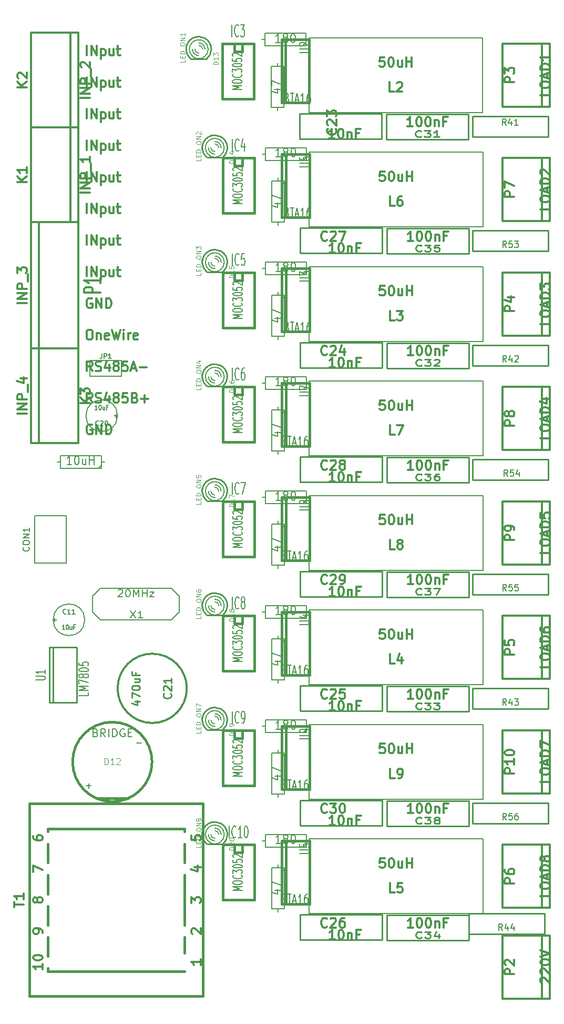
<source format=gto>
G04 (created by PCBNEW (2013-07-07 BZR 4022)-stable) date 2014.08.18 14:47:36*
%MOIN*%
G04 Gerber Fmt 3.4, Leading zero omitted, Abs format*
%FSLAX34Y34*%
G01*
G70*
G90*
G04 APERTURE LIST*
%ADD10C,0.00590551*%
%ADD11C,0.011811*%
%ADD12C,0.015*%
%ADD13C,0.012*%
%ADD14C,0.008*%
%ADD15C,0.006*%
%ADD16C,0.01*%
%ADD17C,0.005*%
%ADD18C,0.0098*%
%ADD19C,0.0039*%
%ADD20C,0.0035*%
%ADD21C,0.0075*%
%ADD22C,0.00984252*%
G04 APERTURE END LIST*
G54D10*
G54D11*
X25640Y-13754D02*
X25640Y-13125D01*
X25921Y-13754D02*
X25921Y-13125D01*
X26259Y-13754D01*
X26259Y-13125D01*
X26540Y-13335D02*
X26540Y-13964D01*
X26540Y-13365D02*
X26596Y-13335D01*
X26709Y-13335D01*
X26765Y-13365D01*
X26793Y-13395D01*
X26821Y-13455D01*
X26821Y-13634D01*
X26793Y-13694D01*
X26765Y-13724D01*
X26709Y-13754D01*
X26596Y-13754D01*
X26540Y-13724D01*
X27327Y-13335D02*
X27327Y-13754D01*
X27074Y-13335D02*
X27074Y-13664D01*
X27102Y-13724D01*
X27159Y-13754D01*
X27243Y-13754D01*
X27299Y-13724D01*
X27327Y-13694D01*
X27524Y-13335D02*
X27749Y-13335D01*
X27609Y-13125D02*
X27609Y-13664D01*
X27637Y-13724D01*
X27693Y-13754D01*
X27749Y-13754D01*
X25640Y-15754D02*
X25640Y-15125D01*
X25921Y-15754D02*
X25921Y-15125D01*
X26259Y-15754D01*
X26259Y-15125D01*
X26540Y-15335D02*
X26540Y-15964D01*
X26540Y-15365D02*
X26596Y-15335D01*
X26709Y-15335D01*
X26765Y-15365D01*
X26793Y-15395D01*
X26821Y-15455D01*
X26821Y-15634D01*
X26793Y-15694D01*
X26765Y-15724D01*
X26709Y-15754D01*
X26596Y-15754D01*
X26540Y-15724D01*
X27327Y-15335D02*
X27327Y-15754D01*
X27074Y-15335D02*
X27074Y-15664D01*
X27102Y-15724D01*
X27159Y-15754D01*
X27243Y-15754D01*
X27299Y-15724D01*
X27327Y-15694D01*
X27524Y-15335D02*
X27749Y-15335D01*
X27609Y-15125D02*
X27609Y-15664D01*
X27637Y-15724D01*
X27693Y-15754D01*
X27749Y-15754D01*
X25640Y-17754D02*
X25640Y-17125D01*
X25921Y-17754D02*
X25921Y-17125D01*
X26259Y-17754D01*
X26259Y-17125D01*
X26540Y-17335D02*
X26540Y-17964D01*
X26540Y-17365D02*
X26596Y-17335D01*
X26709Y-17335D01*
X26765Y-17365D01*
X26793Y-17395D01*
X26821Y-17455D01*
X26821Y-17634D01*
X26793Y-17694D01*
X26765Y-17724D01*
X26709Y-17754D01*
X26596Y-17754D01*
X26540Y-17724D01*
X27327Y-17335D02*
X27327Y-17754D01*
X27074Y-17335D02*
X27074Y-17664D01*
X27102Y-17724D01*
X27159Y-17754D01*
X27243Y-17754D01*
X27299Y-17724D01*
X27327Y-17694D01*
X27524Y-17335D02*
X27749Y-17335D01*
X27609Y-17125D02*
X27609Y-17664D01*
X27637Y-17724D01*
X27693Y-17754D01*
X27749Y-17754D01*
X25640Y-19754D02*
X25640Y-19125D01*
X25921Y-19754D02*
X25921Y-19125D01*
X26259Y-19754D01*
X26259Y-19125D01*
X26540Y-19335D02*
X26540Y-19964D01*
X26540Y-19365D02*
X26596Y-19335D01*
X26709Y-19335D01*
X26765Y-19365D01*
X26793Y-19395D01*
X26821Y-19455D01*
X26821Y-19634D01*
X26793Y-19694D01*
X26765Y-19724D01*
X26709Y-19754D01*
X26596Y-19754D01*
X26540Y-19724D01*
X27327Y-19335D02*
X27327Y-19754D01*
X27074Y-19335D02*
X27074Y-19664D01*
X27102Y-19724D01*
X27159Y-19754D01*
X27243Y-19754D01*
X27299Y-19724D01*
X27327Y-19694D01*
X27524Y-19335D02*
X27749Y-19335D01*
X27609Y-19125D02*
X27609Y-19664D01*
X27637Y-19724D01*
X27693Y-19754D01*
X27749Y-19754D01*
X25640Y-21754D02*
X25640Y-21125D01*
X25921Y-21754D02*
X25921Y-21125D01*
X26259Y-21754D01*
X26259Y-21125D01*
X26540Y-21335D02*
X26540Y-21964D01*
X26540Y-21365D02*
X26596Y-21335D01*
X26709Y-21335D01*
X26765Y-21365D01*
X26793Y-21395D01*
X26821Y-21455D01*
X26821Y-21634D01*
X26793Y-21694D01*
X26765Y-21724D01*
X26709Y-21754D01*
X26596Y-21754D01*
X26540Y-21724D01*
X27327Y-21335D02*
X27327Y-21754D01*
X27074Y-21335D02*
X27074Y-21664D01*
X27102Y-21724D01*
X27159Y-21754D01*
X27243Y-21754D01*
X27299Y-21724D01*
X27327Y-21694D01*
X27524Y-21335D02*
X27749Y-21335D01*
X27609Y-21125D02*
X27609Y-21664D01*
X27637Y-21724D01*
X27693Y-21754D01*
X27749Y-21754D01*
X25640Y-23754D02*
X25640Y-23125D01*
X25921Y-23754D02*
X25921Y-23125D01*
X26259Y-23754D01*
X26259Y-23125D01*
X26540Y-23335D02*
X26540Y-23964D01*
X26540Y-23365D02*
X26596Y-23335D01*
X26709Y-23335D01*
X26765Y-23365D01*
X26793Y-23395D01*
X26821Y-23455D01*
X26821Y-23634D01*
X26793Y-23694D01*
X26765Y-23724D01*
X26709Y-23754D01*
X26596Y-23754D01*
X26540Y-23724D01*
X27327Y-23335D02*
X27327Y-23754D01*
X27074Y-23335D02*
X27074Y-23664D01*
X27102Y-23724D01*
X27159Y-23754D01*
X27243Y-23754D01*
X27299Y-23724D01*
X27327Y-23694D01*
X27524Y-23335D02*
X27749Y-23335D01*
X27609Y-23125D02*
X27609Y-23664D01*
X27637Y-23724D01*
X27693Y-23754D01*
X27749Y-23754D01*
X25640Y-25754D02*
X25640Y-25125D01*
X25921Y-25754D02*
X25921Y-25125D01*
X26259Y-25754D01*
X26259Y-25125D01*
X26540Y-25335D02*
X26540Y-25964D01*
X26540Y-25365D02*
X26596Y-25335D01*
X26709Y-25335D01*
X26765Y-25365D01*
X26793Y-25395D01*
X26821Y-25455D01*
X26821Y-25634D01*
X26793Y-25694D01*
X26765Y-25724D01*
X26709Y-25754D01*
X26596Y-25754D01*
X26540Y-25724D01*
X27327Y-25335D02*
X27327Y-25754D01*
X27074Y-25335D02*
X27074Y-25664D01*
X27102Y-25724D01*
X27159Y-25754D01*
X27243Y-25754D01*
X27299Y-25724D01*
X27327Y-25694D01*
X27524Y-25335D02*
X27749Y-25335D01*
X27609Y-25125D02*
X27609Y-25664D01*
X27637Y-25724D01*
X27693Y-25754D01*
X27749Y-25754D01*
X25640Y-27754D02*
X25640Y-27125D01*
X25921Y-27754D02*
X25921Y-27125D01*
X26259Y-27754D01*
X26259Y-27125D01*
X26540Y-27335D02*
X26540Y-27964D01*
X26540Y-27365D02*
X26596Y-27335D01*
X26709Y-27335D01*
X26765Y-27365D01*
X26793Y-27395D01*
X26821Y-27455D01*
X26821Y-27634D01*
X26793Y-27694D01*
X26765Y-27724D01*
X26709Y-27754D01*
X26596Y-27754D01*
X26540Y-27724D01*
X27327Y-27335D02*
X27327Y-27754D01*
X27074Y-27335D02*
X27074Y-27664D01*
X27102Y-27724D01*
X27159Y-27754D01*
X27243Y-27754D01*
X27299Y-27724D01*
X27327Y-27694D01*
X27524Y-27335D02*
X27749Y-27335D01*
X27609Y-27125D02*
X27609Y-27664D01*
X27637Y-27724D01*
X27693Y-27754D01*
X27749Y-27754D01*
X25949Y-29155D02*
X25893Y-29125D01*
X25809Y-29125D01*
X25724Y-29155D01*
X25668Y-29215D01*
X25640Y-29275D01*
X25612Y-29395D01*
X25612Y-29485D01*
X25640Y-29604D01*
X25668Y-29664D01*
X25724Y-29724D01*
X25809Y-29754D01*
X25865Y-29754D01*
X25949Y-29724D01*
X25978Y-29694D01*
X25978Y-29485D01*
X25865Y-29485D01*
X26231Y-29754D02*
X26231Y-29125D01*
X26568Y-29754D01*
X26568Y-29125D01*
X26849Y-29754D02*
X26849Y-29125D01*
X26990Y-29125D01*
X27074Y-29155D01*
X27131Y-29215D01*
X27159Y-29275D01*
X27187Y-29395D01*
X27187Y-29485D01*
X27159Y-29604D01*
X27131Y-29664D01*
X27074Y-29724D01*
X26990Y-29754D01*
X26849Y-29754D01*
X25753Y-31125D02*
X25865Y-31125D01*
X25921Y-31155D01*
X25978Y-31215D01*
X26006Y-31335D01*
X26006Y-31544D01*
X25978Y-31664D01*
X25921Y-31724D01*
X25865Y-31754D01*
X25753Y-31754D01*
X25696Y-31724D01*
X25640Y-31664D01*
X25612Y-31544D01*
X25612Y-31335D01*
X25640Y-31215D01*
X25696Y-31155D01*
X25753Y-31125D01*
X26259Y-31335D02*
X26259Y-31754D01*
X26259Y-31395D02*
X26287Y-31365D01*
X26343Y-31335D01*
X26428Y-31335D01*
X26484Y-31365D01*
X26512Y-31425D01*
X26512Y-31754D01*
X27018Y-31724D02*
X26962Y-31754D01*
X26849Y-31754D01*
X26793Y-31724D01*
X26765Y-31664D01*
X26765Y-31425D01*
X26793Y-31365D01*
X26849Y-31335D01*
X26962Y-31335D01*
X27018Y-31365D01*
X27046Y-31425D01*
X27046Y-31485D01*
X26765Y-31544D01*
X27243Y-31125D02*
X27384Y-31754D01*
X27496Y-31305D01*
X27609Y-31754D01*
X27749Y-31125D01*
X27974Y-31754D02*
X27974Y-31335D01*
X27974Y-31125D02*
X27946Y-31155D01*
X27974Y-31185D01*
X28002Y-31155D01*
X27974Y-31125D01*
X27974Y-31185D01*
X28255Y-31754D02*
X28255Y-31335D01*
X28255Y-31455D02*
X28284Y-31395D01*
X28312Y-31365D01*
X28368Y-31335D01*
X28424Y-31335D01*
X28846Y-31724D02*
X28790Y-31754D01*
X28677Y-31754D01*
X28621Y-31724D01*
X28593Y-31664D01*
X28593Y-31425D01*
X28621Y-31365D01*
X28677Y-31335D01*
X28790Y-31335D01*
X28846Y-31365D01*
X28874Y-31425D01*
X28874Y-31485D01*
X28593Y-31544D01*
X25978Y-33754D02*
X25781Y-33455D01*
X25640Y-33754D02*
X25640Y-33125D01*
X25865Y-33125D01*
X25921Y-33155D01*
X25949Y-33185D01*
X25978Y-33245D01*
X25978Y-33335D01*
X25949Y-33395D01*
X25921Y-33425D01*
X25865Y-33455D01*
X25640Y-33455D01*
X26203Y-33724D02*
X26287Y-33754D01*
X26428Y-33754D01*
X26484Y-33724D01*
X26512Y-33694D01*
X26540Y-33634D01*
X26540Y-33574D01*
X26512Y-33514D01*
X26484Y-33485D01*
X26428Y-33455D01*
X26315Y-33425D01*
X26259Y-33395D01*
X26231Y-33365D01*
X26203Y-33305D01*
X26203Y-33245D01*
X26231Y-33185D01*
X26259Y-33155D01*
X26315Y-33125D01*
X26456Y-33125D01*
X26540Y-33155D01*
X27046Y-33335D02*
X27046Y-33754D01*
X26906Y-33095D02*
X26765Y-33544D01*
X27131Y-33544D01*
X27440Y-33395D02*
X27384Y-33365D01*
X27356Y-33335D01*
X27327Y-33275D01*
X27327Y-33245D01*
X27356Y-33185D01*
X27384Y-33155D01*
X27440Y-33125D01*
X27552Y-33125D01*
X27609Y-33155D01*
X27637Y-33185D01*
X27665Y-33245D01*
X27665Y-33275D01*
X27637Y-33335D01*
X27609Y-33365D01*
X27552Y-33395D01*
X27440Y-33395D01*
X27384Y-33425D01*
X27356Y-33455D01*
X27327Y-33514D01*
X27327Y-33634D01*
X27356Y-33694D01*
X27384Y-33724D01*
X27440Y-33754D01*
X27552Y-33754D01*
X27609Y-33724D01*
X27637Y-33694D01*
X27665Y-33634D01*
X27665Y-33514D01*
X27637Y-33455D01*
X27609Y-33425D01*
X27552Y-33395D01*
X28199Y-33125D02*
X27918Y-33125D01*
X27890Y-33425D01*
X27918Y-33395D01*
X27974Y-33365D01*
X28115Y-33365D01*
X28171Y-33395D01*
X28199Y-33425D01*
X28227Y-33485D01*
X28227Y-33634D01*
X28199Y-33694D01*
X28171Y-33724D01*
X28115Y-33754D01*
X27974Y-33754D01*
X27918Y-33724D01*
X27890Y-33694D01*
X28452Y-33574D02*
X28733Y-33574D01*
X28396Y-33754D02*
X28593Y-33125D01*
X28790Y-33754D01*
X28987Y-33514D02*
X29437Y-33514D01*
X25978Y-35754D02*
X25781Y-35455D01*
X25640Y-35754D02*
X25640Y-35125D01*
X25865Y-35125D01*
X25921Y-35155D01*
X25949Y-35185D01*
X25978Y-35245D01*
X25978Y-35335D01*
X25949Y-35395D01*
X25921Y-35425D01*
X25865Y-35455D01*
X25640Y-35455D01*
X26203Y-35724D02*
X26287Y-35754D01*
X26428Y-35754D01*
X26484Y-35724D01*
X26512Y-35694D01*
X26540Y-35634D01*
X26540Y-35574D01*
X26512Y-35514D01*
X26484Y-35485D01*
X26428Y-35455D01*
X26315Y-35425D01*
X26259Y-35395D01*
X26231Y-35365D01*
X26203Y-35305D01*
X26203Y-35245D01*
X26231Y-35185D01*
X26259Y-35155D01*
X26315Y-35125D01*
X26456Y-35125D01*
X26540Y-35155D01*
X27046Y-35335D02*
X27046Y-35754D01*
X26906Y-35095D02*
X26765Y-35544D01*
X27131Y-35544D01*
X27440Y-35395D02*
X27384Y-35365D01*
X27356Y-35335D01*
X27327Y-35275D01*
X27327Y-35245D01*
X27356Y-35185D01*
X27384Y-35155D01*
X27440Y-35125D01*
X27552Y-35125D01*
X27609Y-35155D01*
X27637Y-35185D01*
X27665Y-35245D01*
X27665Y-35275D01*
X27637Y-35335D01*
X27609Y-35365D01*
X27552Y-35395D01*
X27440Y-35395D01*
X27384Y-35425D01*
X27356Y-35455D01*
X27327Y-35514D01*
X27327Y-35634D01*
X27356Y-35694D01*
X27384Y-35724D01*
X27440Y-35754D01*
X27552Y-35754D01*
X27609Y-35724D01*
X27637Y-35694D01*
X27665Y-35634D01*
X27665Y-35514D01*
X27637Y-35455D01*
X27609Y-35425D01*
X27552Y-35395D01*
X28199Y-35125D02*
X27918Y-35125D01*
X27890Y-35425D01*
X27918Y-35395D01*
X27974Y-35365D01*
X28115Y-35365D01*
X28171Y-35395D01*
X28199Y-35425D01*
X28227Y-35485D01*
X28227Y-35634D01*
X28199Y-35694D01*
X28171Y-35724D01*
X28115Y-35754D01*
X27974Y-35754D01*
X27918Y-35724D01*
X27890Y-35694D01*
X28677Y-35425D02*
X28762Y-35455D01*
X28790Y-35485D01*
X28818Y-35544D01*
X28818Y-35634D01*
X28790Y-35694D01*
X28762Y-35724D01*
X28705Y-35754D01*
X28480Y-35754D01*
X28480Y-35125D01*
X28677Y-35125D01*
X28733Y-35155D01*
X28762Y-35185D01*
X28790Y-35245D01*
X28790Y-35305D01*
X28762Y-35365D01*
X28733Y-35395D01*
X28677Y-35425D01*
X28480Y-35425D01*
X29071Y-35514D02*
X29521Y-35514D01*
X29296Y-35754D02*
X29296Y-35275D01*
X25949Y-37155D02*
X25893Y-37125D01*
X25809Y-37125D01*
X25724Y-37155D01*
X25668Y-37215D01*
X25640Y-37275D01*
X25612Y-37395D01*
X25612Y-37485D01*
X25640Y-37604D01*
X25668Y-37664D01*
X25724Y-37724D01*
X25809Y-37754D01*
X25865Y-37754D01*
X25949Y-37724D01*
X25978Y-37694D01*
X25978Y-37485D01*
X25865Y-37485D01*
X26231Y-37754D02*
X26231Y-37125D01*
X26568Y-37754D01*
X26568Y-37125D01*
X26849Y-37754D02*
X26849Y-37125D01*
X26990Y-37125D01*
X27074Y-37155D01*
X27131Y-37215D01*
X27159Y-37275D01*
X27187Y-37395D01*
X27187Y-37485D01*
X27159Y-37604D01*
X27131Y-37664D01*
X27074Y-37724D01*
X26990Y-37754D01*
X26849Y-37754D01*
G54D12*
X29770Y-58500D02*
G75*
G03X29770Y-58500I-2520J0D01*
G74*
G01*
X28274Y-60803D02*
X26226Y-60803D01*
G54D13*
X25078Y-24318D02*
X22078Y-24318D01*
X22078Y-32318D02*
X25078Y-32318D01*
X22578Y-32318D02*
X22578Y-24318D01*
X25078Y-24318D02*
X25078Y-32318D01*
X22078Y-24318D02*
X22078Y-32318D01*
G54D12*
X38250Y-24000D02*
X38000Y-24000D01*
X38000Y-24000D02*
X38000Y-20000D01*
X38000Y-20000D02*
X38250Y-20000D01*
X39750Y-24000D02*
X38250Y-24000D01*
X38250Y-24000D02*
X38250Y-20000D01*
X38250Y-20000D02*
X39750Y-20000D01*
X39750Y-20000D02*
X39750Y-24000D01*
X38250Y-38500D02*
X38000Y-38500D01*
X38000Y-38500D02*
X38000Y-34500D01*
X38000Y-34500D02*
X38250Y-34500D01*
X39750Y-38500D02*
X38250Y-38500D01*
X38250Y-38500D02*
X38250Y-34500D01*
X38250Y-34500D02*
X39750Y-34500D01*
X39750Y-34500D02*
X39750Y-38500D01*
X38250Y-53000D02*
X38000Y-53000D01*
X38000Y-53000D02*
X38000Y-49000D01*
X38000Y-49000D02*
X38250Y-49000D01*
X39750Y-53000D02*
X38250Y-53000D01*
X38250Y-53000D02*
X38250Y-49000D01*
X38250Y-49000D02*
X39750Y-49000D01*
X39750Y-49000D02*
X39750Y-53000D01*
X38250Y-60250D02*
X38000Y-60250D01*
X38000Y-60250D02*
X38000Y-56250D01*
X38000Y-56250D02*
X38250Y-56250D01*
X39750Y-60250D02*
X38250Y-60250D01*
X38250Y-60250D02*
X38250Y-56250D01*
X38250Y-56250D02*
X39750Y-56250D01*
X39750Y-56250D02*
X39750Y-60250D01*
X38230Y-16755D02*
X37980Y-16755D01*
X37980Y-16755D02*
X37980Y-12755D01*
X37980Y-12755D02*
X38230Y-12755D01*
X39730Y-16755D02*
X38230Y-16755D01*
X38230Y-16755D02*
X38230Y-12755D01*
X38230Y-12755D02*
X39730Y-12755D01*
X39730Y-12755D02*
X39730Y-16755D01*
X38250Y-45750D02*
X38000Y-45750D01*
X38000Y-45750D02*
X38000Y-41750D01*
X38000Y-41750D02*
X38250Y-41750D01*
X39750Y-45750D02*
X38250Y-45750D01*
X38250Y-45750D02*
X38250Y-41750D01*
X38250Y-41750D02*
X39750Y-41750D01*
X39750Y-41750D02*
X39750Y-45750D01*
X38250Y-67500D02*
X38000Y-67500D01*
X38000Y-67500D02*
X38000Y-63500D01*
X38000Y-63500D02*
X38250Y-63500D01*
X39750Y-67500D02*
X38250Y-67500D01*
X38250Y-67500D02*
X38250Y-63500D01*
X38250Y-63500D02*
X39750Y-63500D01*
X39750Y-63500D02*
X39750Y-67500D01*
X38250Y-31250D02*
X38000Y-31250D01*
X38000Y-31250D02*
X38000Y-27250D01*
X38000Y-27250D02*
X38250Y-27250D01*
X39750Y-31250D02*
X38250Y-31250D01*
X38250Y-31250D02*
X38250Y-27250D01*
X38250Y-27250D02*
X39750Y-27250D01*
X39750Y-27250D02*
X39750Y-31250D01*
X31830Y-64887D02*
X31830Y-63706D01*
X31830Y-68824D02*
X31830Y-65675D01*
X31830Y-70596D02*
X31830Y-69612D01*
X23169Y-71580D02*
X23169Y-71777D01*
X23169Y-71777D02*
X31830Y-71777D01*
X23169Y-69612D02*
X23169Y-70793D01*
X23169Y-67643D02*
X23169Y-68824D01*
X23169Y-65675D02*
X23169Y-66856D01*
X23169Y-63706D02*
X23169Y-64887D01*
X31830Y-62919D02*
X31830Y-62722D01*
X31830Y-62722D02*
X23169Y-62722D01*
X23169Y-62722D02*
X23169Y-62919D01*
X21988Y-73352D02*
X21988Y-61147D01*
X21988Y-61147D02*
X33011Y-61147D01*
X33011Y-61147D02*
X33011Y-73352D01*
X33011Y-73352D02*
X21988Y-73352D01*
G54D14*
X24318Y-42921D02*
X24318Y-45921D01*
X22318Y-45921D02*
X22318Y-42921D01*
X22318Y-42921D02*
X24318Y-42921D01*
X24318Y-45921D02*
X22318Y-45921D01*
G54D15*
X25828Y-34068D02*
X25828Y-33068D01*
X25828Y-33068D02*
X27828Y-33068D01*
X27828Y-33068D02*
X27828Y-34068D01*
X27828Y-34068D02*
X25828Y-34068D01*
G54D16*
X23500Y-54750D02*
X23250Y-54750D01*
X23250Y-54750D02*
X23250Y-51250D01*
X23250Y-51250D02*
X23500Y-51250D01*
X25000Y-54750D02*
X23500Y-54750D01*
X23500Y-54750D02*
X23500Y-51250D01*
X23500Y-51250D02*
X25000Y-51250D01*
X25000Y-51250D02*
X25000Y-54750D01*
X33250Y-49220D02*
X34250Y-49220D01*
G54D15*
X34134Y-48139D02*
G75*
G03X33750Y-48000I-384J-460D01*
G74*
G01*
X33750Y-48000D02*
G75*
G03X33352Y-48151I0J-599D01*
G74*
G01*
X33750Y-49199D02*
G75*
G03X34139Y-49055I0J599D01*
G74*
G01*
X33365Y-49060D02*
G75*
G03X33750Y-49200I384J460D01*
G74*
G01*
X34099Y-49087D02*
G75*
G03X34350Y-48600I-349J487D01*
G74*
G01*
X34350Y-48600D02*
G75*
G03X34110Y-48120I-600J0D01*
G74*
G01*
X33150Y-48600D02*
G75*
G03X33381Y-49072I599J0D01*
G74*
G01*
X33381Y-48126D02*
G75*
G03X33150Y-48600I368J-473D01*
G74*
G01*
X34000Y-48600D02*
G75*
G03X33750Y-48350I-250J0D01*
G74*
G01*
X34150Y-48600D02*
G75*
G03X33750Y-48200I-400J0D01*
G74*
G01*
X33500Y-48600D02*
G75*
G03X33750Y-48850I250J0D01*
G74*
G01*
X33350Y-48600D02*
G75*
G03X33750Y-49000I400J0D01*
G74*
G01*
G54D16*
X34263Y-49213D02*
G75*
G03X34550Y-48600I-513J613D01*
G74*
G01*
X34549Y-48600D02*
G75*
G03X34126Y-47895I-799J0D01*
G74*
G01*
X32951Y-48601D02*
G75*
G03X33234Y-49210I798J1D01*
G74*
G01*
X33352Y-47905D02*
G75*
G03X32950Y-48600I397J-694D01*
G74*
G01*
X34129Y-47895D02*
G75*
G03X33750Y-47800I-379J-704D01*
G74*
G01*
X33750Y-47800D02*
G75*
G03X33331Y-47918I0J-799D01*
G74*
G01*
X33250Y-56470D02*
X34250Y-56470D01*
G54D15*
X34134Y-55389D02*
G75*
G03X33750Y-55250I-384J-460D01*
G74*
G01*
X33750Y-55250D02*
G75*
G03X33352Y-55401I0J-599D01*
G74*
G01*
X33750Y-56449D02*
G75*
G03X34139Y-56305I0J599D01*
G74*
G01*
X33365Y-56310D02*
G75*
G03X33750Y-56450I384J460D01*
G74*
G01*
X34099Y-56337D02*
G75*
G03X34350Y-55850I-349J487D01*
G74*
G01*
X34350Y-55850D02*
G75*
G03X34110Y-55370I-600J0D01*
G74*
G01*
X33150Y-55850D02*
G75*
G03X33381Y-56322I599J0D01*
G74*
G01*
X33381Y-55376D02*
G75*
G03X33150Y-55850I368J-473D01*
G74*
G01*
X34000Y-55850D02*
G75*
G03X33750Y-55600I-250J0D01*
G74*
G01*
X34150Y-55850D02*
G75*
G03X33750Y-55450I-400J0D01*
G74*
G01*
X33500Y-55850D02*
G75*
G03X33750Y-56100I250J0D01*
G74*
G01*
X33350Y-55850D02*
G75*
G03X33750Y-56250I400J0D01*
G74*
G01*
G54D16*
X34263Y-56463D02*
G75*
G03X34550Y-55850I-513J613D01*
G74*
G01*
X34549Y-55850D02*
G75*
G03X34126Y-55145I-799J0D01*
G74*
G01*
X32951Y-55851D02*
G75*
G03X33234Y-56460I798J1D01*
G74*
G01*
X33352Y-55155D02*
G75*
G03X32950Y-55850I397J-694D01*
G74*
G01*
X34129Y-55145D02*
G75*
G03X33750Y-55050I-379J-704D01*
G74*
G01*
X33750Y-55050D02*
G75*
G03X33331Y-55168I0J-799D01*
G74*
G01*
X33250Y-63720D02*
X34250Y-63720D01*
G54D15*
X34134Y-62639D02*
G75*
G03X33750Y-62500I-384J-460D01*
G74*
G01*
X33750Y-62500D02*
G75*
G03X33352Y-62651I0J-599D01*
G74*
G01*
X33750Y-63699D02*
G75*
G03X34139Y-63555I0J599D01*
G74*
G01*
X33365Y-63560D02*
G75*
G03X33750Y-63700I384J460D01*
G74*
G01*
X34099Y-63587D02*
G75*
G03X34350Y-63100I-349J487D01*
G74*
G01*
X34350Y-63100D02*
G75*
G03X34110Y-62620I-600J0D01*
G74*
G01*
X33150Y-63100D02*
G75*
G03X33381Y-63572I599J0D01*
G74*
G01*
X33381Y-62626D02*
G75*
G03X33150Y-63100I368J-473D01*
G74*
G01*
X34000Y-63100D02*
G75*
G03X33750Y-62850I-250J0D01*
G74*
G01*
X34150Y-63100D02*
G75*
G03X33750Y-62700I-400J0D01*
G74*
G01*
X33500Y-63100D02*
G75*
G03X33750Y-63350I250J0D01*
G74*
G01*
X33350Y-63100D02*
G75*
G03X33750Y-63500I400J0D01*
G74*
G01*
G54D16*
X34263Y-63713D02*
G75*
G03X34550Y-63100I-513J613D01*
G74*
G01*
X34549Y-63100D02*
G75*
G03X34126Y-62395I-799J0D01*
G74*
G01*
X32951Y-63101D02*
G75*
G03X33234Y-63710I798J1D01*
G74*
G01*
X33352Y-62405D02*
G75*
G03X32950Y-63100I397J-694D01*
G74*
G01*
X34129Y-62395D02*
G75*
G03X33750Y-62300I-379J-704D01*
G74*
G01*
X33750Y-62300D02*
G75*
G03X33331Y-62418I0J-799D01*
G74*
G01*
X33250Y-41970D02*
X34250Y-41970D01*
G54D15*
X34134Y-40889D02*
G75*
G03X33750Y-40750I-384J-460D01*
G74*
G01*
X33750Y-40750D02*
G75*
G03X33352Y-40901I0J-599D01*
G74*
G01*
X33750Y-41949D02*
G75*
G03X34139Y-41805I0J599D01*
G74*
G01*
X33365Y-41810D02*
G75*
G03X33750Y-41950I384J460D01*
G74*
G01*
X34099Y-41837D02*
G75*
G03X34350Y-41350I-349J487D01*
G74*
G01*
X34350Y-41350D02*
G75*
G03X34110Y-40870I-600J0D01*
G74*
G01*
X33150Y-41350D02*
G75*
G03X33381Y-41822I599J0D01*
G74*
G01*
X33381Y-40876D02*
G75*
G03X33150Y-41350I368J-473D01*
G74*
G01*
X34000Y-41350D02*
G75*
G03X33750Y-41100I-250J0D01*
G74*
G01*
X34150Y-41350D02*
G75*
G03X33750Y-40950I-400J0D01*
G74*
G01*
X33500Y-41350D02*
G75*
G03X33750Y-41600I250J0D01*
G74*
G01*
X33350Y-41350D02*
G75*
G03X33750Y-41750I400J0D01*
G74*
G01*
G54D16*
X34263Y-41963D02*
G75*
G03X34550Y-41350I-513J613D01*
G74*
G01*
X34549Y-41350D02*
G75*
G03X34126Y-40645I-799J0D01*
G74*
G01*
X32951Y-41351D02*
G75*
G03X33234Y-41960I798J1D01*
G74*
G01*
X33352Y-40655D02*
G75*
G03X32950Y-41350I397J-694D01*
G74*
G01*
X34129Y-40645D02*
G75*
G03X33750Y-40550I-379J-704D01*
G74*
G01*
X33750Y-40550D02*
G75*
G03X33331Y-40668I0J-799D01*
G74*
G01*
X33250Y-34720D02*
X34250Y-34720D01*
G54D15*
X34134Y-33639D02*
G75*
G03X33750Y-33500I-384J-460D01*
G74*
G01*
X33750Y-33500D02*
G75*
G03X33352Y-33651I0J-599D01*
G74*
G01*
X33750Y-34699D02*
G75*
G03X34139Y-34555I0J599D01*
G74*
G01*
X33365Y-34560D02*
G75*
G03X33750Y-34700I384J460D01*
G74*
G01*
X34099Y-34587D02*
G75*
G03X34350Y-34100I-349J487D01*
G74*
G01*
X34350Y-34100D02*
G75*
G03X34110Y-33620I-600J0D01*
G74*
G01*
X33150Y-34100D02*
G75*
G03X33381Y-34572I599J0D01*
G74*
G01*
X33381Y-33626D02*
G75*
G03X33150Y-34100I368J-473D01*
G74*
G01*
X34000Y-34100D02*
G75*
G03X33750Y-33850I-250J0D01*
G74*
G01*
X34150Y-34100D02*
G75*
G03X33750Y-33700I-400J0D01*
G74*
G01*
X33500Y-34100D02*
G75*
G03X33750Y-34350I250J0D01*
G74*
G01*
X33350Y-34100D02*
G75*
G03X33750Y-34500I400J0D01*
G74*
G01*
G54D16*
X34263Y-34713D02*
G75*
G03X34550Y-34100I-513J613D01*
G74*
G01*
X34549Y-34100D02*
G75*
G03X34126Y-33395I-799J0D01*
G74*
G01*
X32951Y-34101D02*
G75*
G03X33234Y-34710I798J1D01*
G74*
G01*
X33352Y-33405D02*
G75*
G03X32950Y-34100I397J-694D01*
G74*
G01*
X34129Y-33395D02*
G75*
G03X33750Y-33300I-379J-704D01*
G74*
G01*
X33750Y-33300D02*
G75*
G03X33331Y-33418I0J-799D01*
G74*
G01*
X33250Y-27470D02*
X34250Y-27470D01*
G54D15*
X34134Y-26389D02*
G75*
G03X33750Y-26250I-384J-460D01*
G74*
G01*
X33750Y-26250D02*
G75*
G03X33352Y-26401I0J-599D01*
G74*
G01*
X33750Y-27449D02*
G75*
G03X34139Y-27305I0J599D01*
G74*
G01*
X33365Y-27310D02*
G75*
G03X33750Y-27450I384J460D01*
G74*
G01*
X34099Y-27337D02*
G75*
G03X34350Y-26850I-349J487D01*
G74*
G01*
X34350Y-26850D02*
G75*
G03X34110Y-26370I-600J0D01*
G74*
G01*
X33150Y-26850D02*
G75*
G03X33381Y-27322I599J0D01*
G74*
G01*
X33381Y-26376D02*
G75*
G03X33150Y-26850I368J-473D01*
G74*
G01*
X34000Y-26850D02*
G75*
G03X33750Y-26600I-250J0D01*
G74*
G01*
X34150Y-26850D02*
G75*
G03X33750Y-26450I-400J0D01*
G74*
G01*
X33500Y-26850D02*
G75*
G03X33750Y-27100I250J0D01*
G74*
G01*
X33350Y-26850D02*
G75*
G03X33750Y-27250I400J0D01*
G74*
G01*
G54D16*
X34263Y-27463D02*
G75*
G03X34550Y-26850I-513J613D01*
G74*
G01*
X34549Y-26850D02*
G75*
G03X34126Y-26145I-799J0D01*
G74*
G01*
X32951Y-26851D02*
G75*
G03X33234Y-27460I798J1D01*
G74*
G01*
X33352Y-26155D02*
G75*
G03X32950Y-26850I397J-694D01*
G74*
G01*
X34129Y-26145D02*
G75*
G03X33750Y-26050I-379J-704D01*
G74*
G01*
X33750Y-26050D02*
G75*
G03X33331Y-26168I0J-799D01*
G74*
G01*
X33250Y-20220D02*
X34250Y-20220D01*
G54D15*
X34134Y-19139D02*
G75*
G03X33750Y-19000I-384J-460D01*
G74*
G01*
X33750Y-19000D02*
G75*
G03X33352Y-19151I0J-599D01*
G74*
G01*
X33750Y-20199D02*
G75*
G03X34139Y-20055I0J599D01*
G74*
G01*
X33365Y-20060D02*
G75*
G03X33750Y-20200I384J460D01*
G74*
G01*
X34099Y-20087D02*
G75*
G03X34350Y-19600I-349J487D01*
G74*
G01*
X34350Y-19600D02*
G75*
G03X34110Y-19120I-600J0D01*
G74*
G01*
X33150Y-19600D02*
G75*
G03X33381Y-20072I599J0D01*
G74*
G01*
X33381Y-19126D02*
G75*
G03X33150Y-19600I368J-473D01*
G74*
G01*
X34000Y-19600D02*
G75*
G03X33750Y-19350I-250J0D01*
G74*
G01*
X34150Y-19600D02*
G75*
G03X33750Y-19200I-400J0D01*
G74*
G01*
X33500Y-19600D02*
G75*
G03X33750Y-19850I250J0D01*
G74*
G01*
X33350Y-19600D02*
G75*
G03X33750Y-20000I400J0D01*
G74*
G01*
G54D16*
X34263Y-20213D02*
G75*
G03X34550Y-19600I-513J613D01*
G74*
G01*
X34549Y-19600D02*
G75*
G03X34126Y-18895I-799J0D01*
G74*
G01*
X32951Y-19601D02*
G75*
G03X33234Y-20210I798J1D01*
G74*
G01*
X33352Y-18905D02*
G75*
G03X32950Y-19600I397J-694D01*
G74*
G01*
X34129Y-18895D02*
G75*
G03X33750Y-18800I-379J-704D01*
G74*
G01*
X33750Y-18800D02*
G75*
G03X33331Y-18918I0J-799D01*
G74*
G01*
X32230Y-13975D02*
X33230Y-13975D01*
G54D15*
X33114Y-12894D02*
G75*
G03X32730Y-12755I-384J-460D01*
G74*
G01*
X32730Y-12756D02*
G75*
G03X32332Y-12907I0J-599D01*
G74*
G01*
X32730Y-13955D02*
G75*
G03X33120Y-13810I0J599D01*
G74*
G01*
X32346Y-13816D02*
G75*
G03X32730Y-13955I384J460D01*
G74*
G01*
X33079Y-13843D02*
G75*
G03X33330Y-13355I-349J487D01*
G74*
G01*
X33330Y-13355D02*
G75*
G03X33090Y-12876I-600J0D01*
G74*
G01*
X32131Y-13355D02*
G75*
G03X32362Y-13828I599J0D01*
G74*
G01*
X32361Y-12882D02*
G75*
G03X32130Y-13355I368J-473D01*
G74*
G01*
X32980Y-13355D02*
G75*
G03X32730Y-13105I-250J0D01*
G74*
G01*
X33130Y-13355D02*
G75*
G03X32730Y-12955I-400J0D01*
G74*
G01*
X32480Y-13355D02*
G75*
G03X32730Y-13605I250J0D01*
G74*
G01*
X32330Y-13355D02*
G75*
G03X32730Y-13755I400J0D01*
G74*
G01*
G54D16*
X33243Y-13969D02*
G75*
G03X33530Y-13355I-513J613D01*
G74*
G01*
X33529Y-13355D02*
G75*
G03X33106Y-12651I-799J0D01*
G74*
G01*
X31931Y-13357D02*
G75*
G03X32214Y-13966I798J1D01*
G74*
G01*
X32332Y-12661D02*
G75*
G03X31930Y-13355I397J-694D01*
G74*
G01*
X33109Y-12651D02*
G75*
G03X32730Y-12555I-379J-704D01*
G74*
G01*
X32730Y-12556D02*
G75*
G03X32311Y-12674I0J-799D01*
G74*
G01*
G54D12*
X36250Y-34750D02*
X36250Y-38250D01*
X36250Y-38250D02*
X34250Y-38250D01*
X34250Y-38250D02*
X34250Y-34750D01*
X34250Y-34750D02*
X36250Y-34750D01*
X35500Y-34750D02*
X35500Y-35250D01*
X35500Y-35250D02*
X35000Y-35250D01*
X35000Y-35250D02*
X35000Y-34750D01*
X36250Y-63750D02*
X36250Y-67250D01*
X36250Y-67250D02*
X34250Y-67250D01*
X34250Y-67250D02*
X34250Y-63750D01*
X34250Y-63750D02*
X36250Y-63750D01*
X35500Y-63750D02*
X35500Y-64250D01*
X35500Y-64250D02*
X35000Y-64250D01*
X35000Y-64250D02*
X35000Y-63750D01*
X36250Y-56500D02*
X36250Y-60000D01*
X36250Y-60000D02*
X34250Y-60000D01*
X34250Y-60000D02*
X34250Y-56500D01*
X34250Y-56500D02*
X36250Y-56500D01*
X35500Y-56500D02*
X35500Y-57000D01*
X35500Y-57000D02*
X35000Y-57000D01*
X35000Y-57000D02*
X35000Y-56500D01*
X36250Y-49250D02*
X36250Y-52750D01*
X36250Y-52750D02*
X34250Y-52750D01*
X34250Y-52750D02*
X34250Y-49250D01*
X34250Y-49250D02*
X36250Y-49250D01*
X35500Y-49250D02*
X35500Y-49750D01*
X35500Y-49750D02*
X35000Y-49750D01*
X35000Y-49750D02*
X35000Y-49250D01*
X36250Y-42000D02*
X36250Y-45500D01*
X36250Y-45500D02*
X34250Y-45500D01*
X34250Y-45500D02*
X34250Y-42000D01*
X34250Y-42000D02*
X36250Y-42000D01*
X35500Y-42000D02*
X35500Y-42500D01*
X35500Y-42500D02*
X35000Y-42500D01*
X35000Y-42500D02*
X35000Y-42000D01*
X36250Y-27500D02*
X36250Y-31000D01*
X36250Y-31000D02*
X34250Y-31000D01*
X34250Y-31000D02*
X34250Y-27500D01*
X34250Y-27500D02*
X36250Y-27500D01*
X35500Y-27500D02*
X35500Y-28000D01*
X35500Y-28000D02*
X35000Y-28000D01*
X35000Y-28000D02*
X35000Y-27500D01*
X36250Y-20250D02*
X36250Y-23750D01*
X36250Y-23750D02*
X34250Y-23750D01*
X34250Y-23750D02*
X34250Y-20250D01*
X34250Y-20250D02*
X36250Y-20250D01*
X35500Y-20250D02*
X35500Y-20750D01*
X35500Y-20750D02*
X35000Y-20750D01*
X35000Y-20750D02*
X35000Y-20250D01*
X36230Y-13005D02*
X36230Y-16505D01*
X36230Y-16505D02*
X34230Y-16505D01*
X34230Y-16505D02*
X34230Y-13005D01*
X34230Y-13005D02*
X36230Y-13005D01*
X35480Y-13005D02*
X35480Y-13505D01*
X35480Y-13505D02*
X34980Y-13505D01*
X34980Y-13505D02*
X34980Y-13005D01*
G54D13*
X22078Y-32318D02*
X25078Y-32318D01*
X22078Y-38318D02*
X25078Y-38318D01*
X22578Y-32318D02*
X22578Y-38318D01*
X25078Y-32318D02*
X25078Y-38318D01*
X22078Y-32318D02*
X22078Y-38318D01*
X25078Y-18318D02*
X22078Y-18318D01*
X25078Y-12318D02*
X22078Y-12318D01*
X24578Y-18318D02*
X24578Y-12318D01*
X22078Y-18318D02*
X22078Y-12318D01*
X25078Y-18318D02*
X25078Y-12318D01*
X25078Y-24318D02*
X22078Y-24318D01*
X25078Y-18318D02*
X22078Y-18318D01*
X24578Y-24318D02*
X24578Y-18318D01*
X22078Y-24318D02*
X22078Y-18318D01*
X25078Y-24318D02*
X25078Y-18318D01*
X54500Y-20250D02*
X54500Y-24250D01*
X55000Y-20250D02*
X52000Y-20250D01*
X52000Y-20250D02*
X52000Y-24250D01*
X52000Y-24250D02*
X55000Y-24250D01*
X55000Y-24250D02*
X55000Y-20250D01*
X54500Y-63750D02*
X54500Y-67750D01*
X55000Y-63750D02*
X52000Y-63750D01*
X52000Y-63750D02*
X52000Y-67750D01*
X52000Y-67750D02*
X55000Y-67750D01*
X55000Y-67750D02*
X55000Y-63750D01*
X54500Y-34750D02*
X54500Y-38750D01*
X55000Y-34750D02*
X52000Y-34750D01*
X52000Y-34750D02*
X52000Y-38750D01*
X52000Y-38750D02*
X55000Y-38750D01*
X55000Y-38750D02*
X55000Y-34750D01*
X54500Y-49250D02*
X54500Y-53250D01*
X55000Y-49250D02*
X52000Y-49250D01*
X52000Y-49250D02*
X52000Y-53250D01*
X52000Y-53250D02*
X55000Y-53250D01*
X55000Y-53250D02*
X55000Y-49250D01*
X54500Y-27500D02*
X54500Y-31500D01*
X55000Y-27500D02*
X52000Y-27500D01*
X52000Y-27500D02*
X52000Y-31500D01*
X52000Y-31500D02*
X55000Y-31500D01*
X55000Y-31500D02*
X55000Y-27500D01*
X54500Y-42000D02*
X54500Y-46000D01*
X55000Y-42000D02*
X52000Y-42000D01*
X52000Y-42000D02*
X52000Y-46000D01*
X52000Y-46000D02*
X55000Y-46000D01*
X55000Y-46000D02*
X55000Y-42000D01*
X54500Y-69500D02*
X54500Y-73500D01*
X55000Y-69500D02*
X52000Y-69500D01*
X52000Y-69500D02*
X52000Y-73500D01*
X52000Y-73500D02*
X55000Y-73500D01*
X55000Y-73500D02*
X55000Y-69500D01*
X54500Y-13000D02*
X54500Y-17000D01*
X55000Y-13000D02*
X52000Y-13000D01*
X52000Y-13000D02*
X52000Y-17000D01*
X52000Y-17000D02*
X55000Y-17000D01*
X55000Y-17000D02*
X55000Y-13000D01*
X54500Y-56500D02*
X54500Y-60500D01*
X55000Y-56500D02*
X52000Y-56500D01*
X52000Y-56500D02*
X52000Y-60500D01*
X52000Y-60500D02*
X55000Y-60500D01*
X55000Y-60500D02*
X55000Y-56500D01*
G54D17*
X25501Y-49500D02*
G75*
G03X25501Y-49500I-1001J0D01*
G74*
G01*
X27579Y-36568D02*
G75*
G03X27579Y-36568I-1001J0D01*
G74*
G01*
G54D18*
X44330Y-19035D02*
X39130Y-19035D01*
X39130Y-17435D02*
X44330Y-17435D01*
X44330Y-19035D02*
X44330Y-17435D01*
X39130Y-17435D02*
X39130Y-19035D01*
X44350Y-69780D02*
X39150Y-69780D01*
X39150Y-68180D02*
X44350Y-68180D01*
X44350Y-69780D02*
X44350Y-68180D01*
X39150Y-68180D02*
X39150Y-69780D01*
X44350Y-40780D02*
X39150Y-40780D01*
X39150Y-39180D02*
X44350Y-39180D01*
X44350Y-40780D02*
X44350Y-39180D01*
X39150Y-39180D02*
X39150Y-40780D01*
X44350Y-26280D02*
X39150Y-26280D01*
X39150Y-24680D02*
X44350Y-24680D01*
X44350Y-26280D02*
X44350Y-24680D01*
X39150Y-24680D02*
X39150Y-26280D01*
X44350Y-55280D02*
X39150Y-55280D01*
X39150Y-53680D02*
X44350Y-53680D01*
X44350Y-55280D02*
X44350Y-53680D01*
X39150Y-53680D02*
X39150Y-55280D01*
X44350Y-48030D02*
X39150Y-48030D01*
X39150Y-46430D02*
X44350Y-46430D01*
X44350Y-48030D02*
X44350Y-46430D01*
X39150Y-46430D02*
X39150Y-48030D01*
X44350Y-62530D02*
X39150Y-62530D01*
X39150Y-60930D02*
X44350Y-60930D01*
X44350Y-62530D02*
X44350Y-60930D01*
X39150Y-60930D02*
X39150Y-62530D01*
X44350Y-33530D02*
X39150Y-33530D01*
X39150Y-31930D02*
X44350Y-31930D01*
X44350Y-33530D02*
X44350Y-31930D01*
X39150Y-31930D02*
X39150Y-33530D01*
X44630Y-17475D02*
X49830Y-17475D01*
X49830Y-19075D02*
X44630Y-19075D01*
X44630Y-17475D02*
X44630Y-19075D01*
X49830Y-19075D02*
X49830Y-17475D01*
X44650Y-24720D02*
X49850Y-24720D01*
X49850Y-26320D02*
X44650Y-26320D01*
X44650Y-24720D02*
X44650Y-26320D01*
X49850Y-26320D02*
X49850Y-24720D01*
X44650Y-31970D02*
X49850Y-31970D01*
X49850Y-33570D02*
X44650Y-33570D01*
X44650Y-31970D02*
X44650Y-33570D01*
X49850Y-33570D02*
X49850Y-31970D01*
X44650Y-53720D02*
X49850Y-53720D01*
X49850Y-55320D02*
X44650Y-55320D01*
X44650Y-53720D02*
X44650Y-55320D01*
X49850Y-55320D02*
X49850Y-53720D01*
X44650Y-46470D02*
X49850Y-46470D01*
X49850Y-48070D02*
X44650Y-48070D01*
X44650Y-46470D02*
X44650Y-48070D01*
X49850Y-48070D02*
X49850Y-46470D01*
X44650Y-39220D02*
X49850Y-39220D01*
X49850Y-40820D02*
X44650Y-40820D01*
X44650Y-39220D02*
X44650Y-40820D01*
X49850Y-40820D02*
X49850Y-39220D01*
X44650Y-60970D02*
X49850Y-60970D01*
X49850Y-62570D02*
X44650Y-62570D01*
X44650Y-60970D02*
X44650Y-62570D01*
X49850Y-62570D02*
X49850Y-60970D01*
X44650Y-68220D02*
X49850Y-68220D01*
X49850Y-69820D02*
X44650Y-69820D01*
X44650Y-68220D02*
X44650Y-69820D01*
X49850Y-69820D02*
X49850Y-68220D01*
G54D14*
X26750Y-39500D02*
X26550Y-39500D01*
X23750Y-39500D02*
X23950Y-39500D01*
X23950Y-39500D02*
X23950Y-39900D01*
X23950Y-39900D02*
X26550Y-39900D01*
X26550Y-39900D02*
X26550Y-39100D01*
X26550Y-39100D02*
X23950Y-39100D01*
X23950Y-39100D02*
X23950Y-39500D01*
X26550Y-39700D02*
X26350Y-39900D01*
G54D18*
X49850Y-68100D02*
X49850Y-69400D01*
X49850Y-69400D02*
X54650Y-69400D01*
X54650Y-69400D02*
X54650Y-68100D01*
X54650Y-68100D02*
X49850Y-68100D01*
X50100Y-39350D02*
X50100Y-40650D01*
X50100Y-40650D02*
X54900Y-40650D01*
X54900Y-40650D02*
X54900Y-39350D01*
X54900Y-39350D02*
X50100Y-39350D01*
X50100Y-61100D02*
X50100Y-62400D01*
X50100Y-62400D02*
X54900Y-62400D01*
X54900Y-62400D02*
X54900Y-61100D01*
X54900Y-61100D02*
X50100Y-61100D01*
X50100Y-46600D02*
X50100Y-47900D01*
X50100Y-47900D02*
X54900Y-47900D01*
X54900Y-47900D02*
X54900Y-46600D01*
X54900Y-46600D02*
X50100Y-46600D01*
X50100Y-53850D02*
X50100Y-55150D01*
X50100Y-55150D02*
X54900Y-55150D01*
X54900Y-55150D02*
X54900Y-53850D01*
X54900Y-53850D02*
X50100Y-53850D01*
X50080Y-17605D02*
X50080Y-18905D01*
X50080Y-18905D02*
X54880Y-18905D01*
X54880Y-18905D02*
X54880Y-17605D01*
X54880Y-17605D02*
X50080Y-17605D01*
X50100Y-24850D02*
X50100Y-26150D01*
X50100Y-26150D02*
X54900Y-26150D01*
X54900Y-26150D02*
X54900Y-24850D01*
X54900Y-24850D02*
X50100Y-24850D01*
X50100Y-32100D02*
X50100Y-33400D01*
X50100Y-33400D02*
X54900Y-33400D01*
X54900Y-33400D02*
X54900Y-32100D01*
X54900Y-32100D02*
X50100Y-32100D01*
G54D10*
X45250Y-24612D02*
X39738Y-24612D01*
X39738Y-24612D02*
X39738Y-19887D01*
X39738Y-19887D02*
X50761Y-19887D01*
X50761Y-19887D02*
X50761Y-24612D01*
X50761Y-24612D02*
X45250Y-24612D01*
X45250Y-31862D02*
X39738Y-31862D01*
X39738Y-31862D02*
X39738Y-27137D01*
X39738Y-27137D02*
X50761Y-27137D01*
X50761Y-27137D02*
X50761Y-31862D01*
X50761Y-31862D02*
X45250Y-31862D01*
X45250Y-53612D02*
X39738Y-53612D01*
X39738Y-53612D02*
X39738Y-48887D01*
X39738Y-48887D02*
X50761Y-48887D01*
X50761Y-48887D02*
X50761Y-53612D01*
X50761Y-53612D02*
X45250Y-53612D01*
X45250Y-46362D02*
X39738Y-46362D01*
X39738Y-46362D02*
X39738Y-41637D01*
X39738Y-41637D02*
X50761Y-41637D01*
X50761Y-41637D02*
X50761Y-46362D01*
X50761Y-46362D02*
X45250Y-46362D01*
X45250Y-39112D02*
X39738Y-39112D01*
X39738Y-39112D02*
X39738Y-34387D01*
X39738Y-34387D02*
X50761Y-34387D01*
X50761Y-34387D02*
X50761Y-39112D01*
X50761Y-39112D02*
X45250Y-39112D01*
X45250Y-60862D02*
X39738Y-60862D01*
X39738Y-60862D02*
X39738Y-56137D01*
X39738Y-56137D02*
X50761Y-56137D01*
X50761Y-56137D02*
X50761Y-60862D01*
X50761Y-60862D02*
X45250Y-60862D01*
X45250Y-68112D02*
X39738Y-68112D01*
X39738Y-68112D02*
X39738Y-63387D01*
X39738Y-63387D02*
X50761Y-63387D01*
X50761Y-63387D02*
X50761Y-68112D01*
X50761Y-68112D02*
X45250Y-68112D01*
G54D14*
X39750Y-41750D02*
X39550Y-41750D01*
X36750Y-41750D02*
X36950Y-41750D01*
X36950Y-41750D02*
X36950Y-42150D01*
X36950Y-42150D02*
X39550Y-42150D01*
X39550Y-42150D02*
X39550Y-41350D01*
X39550Y-41350D02*
X36950Y-41350D01*
X36950Y-41350D02*
X36950Y-41750D01*
X39550Y-41950D02*
X39350Y-42150D01*
X39750Y-27250D02*
X39550Y-27250D01*
X36750Y-27250D02*
X36950Y-27250D01*
X36950Y-27250D02*
X36950Y-27650D01*
X36950Y-27650D02*
X39550Y-27650D01*
X39550Y-27650D02*
X39550Y-26850D01*
X39550Y-26850D02*
X36950Y-26850D01*
X36950Y-26850D02*
X36950Y-27250D01*
X39550Y-27450D02*
X39350Y-27650D01*
X39750Y-49000D02*
X39550Y-49000D01*
X36750Y-49000D02*
X36950Y-49000D01*
X36950Y-49000D02*
X36950Y-49400D01*
X36950Y-49400D02*
X39550Y-49400D01*
X39550Y-49400D02*
X39550Y-48600D01*
X39550Y-48600D02*
X36950Y-48600D01*
X36950Y-48600D02*
X36950Y-49000D01*
X39550Y-49200D02*
X39350Y-49400D01*
X39750Y-63500D02*
X39550Y-63500D01*
X36750Y-63500D02*
X36950Y-63500D01*
X36950Y-63500D02*
X36950Y-63900D01*
X36950Y-63900D02*
X39550Y-63900D01*
X39550Y-63900D02*
X39550Y-63100D01*
X39550Y-63100D02*
X36950Y-63100D01*
X36950Y-63100D02*
X36950Y-63500D01*
X39550Y-63700D02*
X39350Y-63900D01*
X39750Y-20000D02*
X39550Y-20000D01*
X36750Y-20000D02*
X36950Y-20000D01*
X36950Y-20000D02*
X36950Y-20400D01*
X36950Y-20400D02*
X39550Y-20400D01*
X39550Y-20400D02*
X39550Y-19600D01*
X39550Y-19600D02*
X36950Y-19600D01*
X36950Y-19600D02*
X36950Y-20000D01*
X39550Y-20200D02*
X39350Y-20400D01*
X39750Y-34500D02*
X39550Y-34500D01*
X36750Y-34500D02*
X36950Y-34500D01*
X36950Y-34500D02*
X36950Y-34900D01*
X36950Y-34900D02*
X39550Y-34900D01*
X39550Y-34900D02*
X39550Y-34100D01*
X39550Y-34100D02*
X36950Y-34100D01*
X36950Y-34100D02*
X36950Y-34500D01*
X39550Y-34700D02*
X39350Y-34900D01*
X39750Y-56250D02*
X39550Y-56250D01*
X36750Y-56250D02*
X36950Y-56250D01*
X36950Y-56250D02*
X36950Y-56650D01*
X36950Y-56650D02*
X39550Y-56650D01*
X39550Y-56650D02*
X39550Y-55850D01*
X39550Y-55850D02*
X36950Y-55850D01*
X36950Y-55850D02*
X36950Y-56250D01*
X39550Y-56450D02*
X39350Y-56650D01*
X39730Y-12755D02*
X39530Y-12755D01*
X36730Y-12755D02*
X36930Y-12755D01*
X36930Y-12755D02*
X36930Y-13155D01*
X36930Y-13155D02*
X39530Y-13155D01*
X39530Y-13155D02*
X39530Y-12355D01*
X39530Y-12355D02*
X36930Y-12355D01*
X36930Y-12355D02*
X36930Y-12755D01*
X39530Y-12955D02*
X39330Y-13155D01*
X37750Y-28750D02*
X37750Y-28950D01*
X37750Y-31750D02*
X37750Y-31550D01*
X37750Y-31550D02*
X38150Y-31550D01*
X38150Y-31550D02*
X38150Y-28950D01*
X38150Y-28950D02*
X37350Y-28950D01*
X37350Y-28950D02*
X37350Y-31550D01*
X37350Y-31550D02*
X37750Y-31550D01*
X37950Y-28950D02*
X38150Y-29150D01*
X37750Y-43250D02*
X37750Y-43450D01*
X37750Y-46250D02*
X37750Y-46050D01*
X37750Y-46050D02*
X38150Y-46050D01*
X38150Y-46050D02*
X38150Y-43450D01*
X38150Y-43450D02*
X37350Y-43450D01*
X37350Y-43450D02*
X37350Y-46050D01*
X37350Y-46050D02*
X37750Y-46050D01*
X37950Y-43450D02*
X38150Y-43650D01*
X37750Y-50500D02*
X37750Y-50700D01*
X37750Y-53500D02*
X37750Y-53300D01*
X37750Y-53300D02*
X38150Y-53300D01*
X38150Y-53300D02*
X38150Y-50700D01*
X38150Y-50700D02*
X37350Y-50700D01*
X37350Y-50700D02*
X37350Y-53300D01*
X37350Y-53300D02*
X37750Y-53300D01*
X37950Y-50700D02*
X38150Y-50900D01*
X37750Y-21500D02*
X37750Y-21700D01*
X37750Y-24500D02*
X37750Y-24300D01*
X37750Y-24300D02*
X38150Y-24300D01*
X38150Y-24300D02*
X38150Y-21700D01*
X38150Y-21700D02*
X37350Y-21700D01*
X37350Y-21700D02*
X37350Y-24300D01*
X37350Y-24300D02*
X37750Y-24300D01*
X37950Y-21700D02*
X38150Y-21900D01*
X37730Y-14255D02*
X37730Y-14455D01*
X37730Y-17255D02*
X37730Y-17055D01*
X37730Y-17055D02*
X38130Y-17055D01*
X38130Y-17055D02*
X38130Y-14455D01*
X38130Y-14455D02*
X37330Y-14455D01*
X37330Y-14455D02*
X37330Y-17055D01*
X37330Y-17055D02*
X37730Y-17055D01*
X37930Y-14455D02*
X38130Y-14655D01*
X37750Y-65000D02*
X37750Y-65200D01*
X37750Y-68000D02*
X37750Y-67800D01*
X37750Y-67800D02*
X38150Y-67800D01*
X38150Y-67800D02*
X38150Y-65200D01*
X38150Y-65200D02*
X37350Y-65200D01*
X37350Y-65200D02*
X37350Y-67800D01*
X37350Y-67800D02*
X37750Y-67800D01*
X37950Y-65200D02*
X38150Y-65400D01*
X37750Y-36000D02*
X37750Y-36200D01*
X37750Y-39000D02*
X37750Y-38800D01*
X37750Y-38800D02*
X38150Y-38800D01*
X38150Y-38800D02*
X38150Y-36200D01*
X38150Y-36200D02*
X37350Y-36200D01*
X37350Y-36200D02*
X37350Y-38800D01*
X37350Y-38800D02*
X37750Y-38800D01*
X37950Y-36200D02*
X38150Y-36400D01*
X37750Y-57750D02*
X37750Y-57950D01*
X37750Y-60750D02*
X37750Y-60550D01*
X37750Y-60550D02*
X38150Y-60550D01*
X38150Y-60550D02*
X38150Y-57950D01*
X38150Y-57950D02*
X37350Y-57950D01*
X37350Y-57950D02*
X37350Y-60550D01*
X37350Y-60550D02*
X37750Y-60550D01*
X37950Y-57950D02*
X38150Y-58150D01*
G54D10*
X45230Y-17368D02*
X39718Y-17368D01*
X39718Y-17368D02*
X39718Y-12643D01*
X39718Y-12643D02*
X50742Y-12643D01*
X50742Y-12643D02*
X50742Y-17368D01*
X50742Y-17368D02*
X45230Y-17368D01*
G54D13*
X31976Y-53842D02*
G75*
G03X31976Y-53842I-2195J0D01*
G74*
G01*
G54D15*
X31500Y-49000D02*
X31000Y-49500D01*
X26500Y-49500D02*
X26000Y-49000D01*
X26000Y-48000D02*
X26500Y-47500D01*
X31500Y-48000D02*
X31000Y-47500D01*
X31000Y-49500D02*
X26500Y-49500D01*
X31500Y-49000D02*
X31500Y-48000D01*
X31000Y-47500D02*
X26500Y-47500D01*
X26000Y-48000D02*
X26000Y-49000D01*
G54D19*
X26771Y-58659D02*
X26771Y-58265D01*
X26865Y-58265D01*
X26921Y-58284D01*
X26959Y-58321D01*
X26977Y-58359D01*
X26996Y-58434D01*
X26996Y-58490D01*
X26977Y-58565D01*
X26959Y-58603D01*
X26921Y-58640D01*
X26865Y-58659D01*
X26771Y-58659D01*
X27371Y-58659D02*
X27146Y-58659D01*
X27259Y-58659D02*
X27259Y-58265D01*
X27221Y-58321D01*
X27184Y-58359D01*
X27146Y-58378D01*
X27522Y-58303D02*
X27540Y-58284D01*
X27578Y-58265D01*
X27672Y-58265D01*
X27709Y-58284D01*
X27728Y-58303D01*
X27747Y-58340D01*
X27747Y-58378D01*
X27728Y-58434D01*
X27503Y-58659D01*
X27747Y-58659D01*
G54D14*
X26190Y-56649D02*
X26261Y-56673D01*
X26285Y-56697D01*
X26309Y-56744D01*
X26309Y-56816D01*
X26285Y-56863D01*
X26261Y-56887D01*
X26214Y-56911D01*
X26023Y-56911D01*
X26023Y-56411D01*
X26190Y-56411D01*
X26238Y-56435D01*
X26261Y-56459D01*
X26285Y-56506D01*
X26285Y-56554D01*
X26261Y-56601D01*
X26238Y-56625D01*
X26190Y-56649D01*
X26023Y-56649D01*
X26809Y-56911D02*
X26642Y-56673D01*
X26523Y-56911D02*
X26523Y-56411D01*
X26714Y-56411D01*
X26761Y-56435D01*
X26785Y-56459D01*
X26809Y-56506D01*
X26809Y-56578D01*
X26785Y-56625D01*
X26761Y-56649D01*
X26714Y-56673D01*
X26523Y-56673D01*
X27023Y-56911D02*
X27023Y-56411D01*
X27261Y-56911D02*
X27261Y-56411D01*
X27380Y-56411D01*
X27452Y-56435D01*
X27500Y-56482D01*
X27523Y-56530D01*
X27547Y-56625D01*
X27547Y-56697D01*
X27523Y-56792D01*
X27500Y-56839D01*
X27452Y-56887D01*
X27380Y-56911D01*
X27261Y-56911D01*
X28023Y-56435D02*
X27976Y-56411D01*
X27904Y-56411D01*
X27833Y-56435D01*
X27785Y-56482D01*
X27761Y-56530D01*
X27738Y-56625D01*
X27738Y-56697D01*
X27761Y-56792D01*
X27785Y-56839D01*
X27833Y-56887D01*
X27904Y-56911D01*
X27952Y-56911D01*
X28023Y-56887D01*
X28047Y-56863D01*
X28047Y-56697D01*
X27952Y-56697D01*
X28261Y-56649D02*
X28428Y-56649D01*
X28500Y-56911D02*
X28261Y-56911D01*
X28261Y-56411D01*
X28500Y-56411D01*
G54D10*
X25600Y-60009D02*
X25899Y-60009D01*
X25750Y-60159D02*
X25750Y-59859D01*
X28800Y-57309D02*
X29099Y-57309D01*
G54D13*
X26495Y-28783D02*
X25465Y-28783D01*
X25465Y-28543D01*
X25514Y-28483D01*
X25563Y-28453D01*
X25661Y-28423D01*
X25808Y-28423D01*
X25907Y-28453D01*
X25956Y-28483D01*
X26005Y-28543D01*
X26005Y-28783D01*
X26495Y-27824D02*
X26495Y-28184D01*
X26495Y-28004D02*
X25465Y-28004D01*
X25612Y-28064D01*
X25710Y-28124D01*
X25759Y-28184D01*
X21821Y-29447D02*
X21221Y-29447D01*
X21821Y-29161D02*
X21221Y-29161D01*
X21821Y-28818D01*
X21221Y-28818D01*
X21821Y-28533D02*
X21221Y-28533D01*
X21221Y-28304D01*
X21250Y-28247D01*
X21278Y-28218D01*
X21335Y-28190D01*
X21421Y-28190D01*
X21478Y-28218D01*
X21507Y-28247D01*
X21535Y-28304D01*
X21535Y-28533D01*
X21878Y-28076D02*
X21878Y-27618D01*
X21221Y-27533D02*
X21221Y-27161D01*
X21450Y-27361D01*
X21450Y-27276D01*
X21478Y-27218D01*
X21507Y-27190D01*
X21564Y-27161D01*
X21707Y-27161D01*
X21764Y-27190D01*
X21793Y-27218D01*
X21821Y-27276D01*
X21821Y-27447D01*
X21793Y-27504D01*
X21764Y-27533D01*
G54D14*
X39142Y-20804D02*
X39628Y-20804D01*
X39685Y-20785D01*
X39714Y-20766D01*
X39742Y-20728D01*
X39742Y-20652D01*
X39714Y-20614D01*
X39685Y-20595D01*
X39628Y-20576D01*
X39142Y-20576D01*
X39142Y-20214D02*
X39142Y-20290D01*
X39171Y-20328D01*
X39200Y-20347D01*
X39285Y-20385D01*
X39400Y-20404D01*
X39628Y-20404D01*
X39685Y-20385D01*
X39714Y-20366D01*
X39742Y-20328D01*
X39742Y-20252D01*
X39714Y-20214D01*
X39685Y-20195D01*
X39628Y-20176D01*
X39485Y-20176D01*
X39428Y-20195D01*
X39400Y-20214D01*
X39371Y-20252D01*
X39371Y-20328D01*
X39400Y-20366D01*
X39428Y-20385D01*
X39485Y-20404D01*
X38323Y-23678D02*
X38380Y-23707D01*
X38400Y-23735D01*
X38419Y-23792D01*
X38419Y-23878D01*
X38400Y-23935D01*
X38380Y-23964D01*
X38342Y-23992D01*
X38190Y-23992D01*
X38190Y-23392D01*
X38323Y-23392D01*
X38361Y-23421D01*
X38380Y-23450D01*
X38400Y-23507D01*
X38400Y-23564D01*
X38380Y-23621D01*
X38361Y-23650D01*
X38323Y-23678D01*
X38190Y-23678D01*
X38533Y-23392D02*
X38761Y-23392D01*
X38647Y-23992D02*
X38647Y-23392D01*
X38876Y-23821D02*
X39066Y-23821D01*
X38838Y-23992D02*
X38971Y-23392D01*
X39104Y-23992D01*
X39447Y-23992D02*
X39219Y-23992D01*
X39333Y-23992D02*
X39333Y-23392D01*
X39295Y-23478D01*
X39257Y-23535D01*
X39219Y-23564D01*
X39790Y-23392D02*
X39714Y-23392D01*
X39676Y-23421D01*
X39657Y-23450D01*
X39619Y-23535D01*
X39600Y-23650D01*
X39600Y-23878D01*
X39619Y-23935D01*
X39638Y-23964D01*
X39676Y-23992D01*
X39752Y-23992D01*
X39790Y-23964D01*
X39809Y-23935D01*
X39828Y-23878D01*
X39828Y-23735D01*
X39809Y-23678D01*
X39790Y-23650D01*
X39752Y-23621D01*
X39676Y-23621D01*
X39638Y-23650D01*
X39619Y-23678D01*
X39600Y-23735D01*
X39142Y-35304D02*
X39628Y-35304D01*
X39685Y-35285D01*
X39714Y-35266D01*
X39742Y-35228D01*
X39742Y-35152D01*
X39714Y-35114D01*
X39685Y-35095D01*
X39628Y-35076D01*
X39142Y-35076D01*
X39142Y-34923D02*
X39142Y-34657D01*
X39742Y-34828D01*
X38160Y-38168D02*
X38217Y-38197D01*
X38236Y-38225D01*
X38255Y-38283D01*
X38255Y-38368D01*
X38236Y-38425D01*
X38217Y-38454D01*
X38179Y-38483D01*
X38027Y-38483D01*
X38027Y-37883D01*
X38160Y-37883D01*
X38198Y-37911D01*
X38217Y-37940D01*
X38236Y-37997D01*
X38236Y-38054D01*
X38217Y-38111D01*
X38198Y-38140D01*
X38160Y-38168D01*
X38027Y-38168D01*
X38369Y-37883D02*
X38598Y-37883D01*
X38484Y-38483D02*
X38484Y-37883D01*
X38712Y-38311D02*
X38903Y-38311D01*
X38674Y-38483D02*
X38808Y-37883D01*
X38941Y-38483D01*
X39284Y-38483D02*
X39055Y-38483D01*
X39169Y-38483D02*
X39169Y-37883D01*
X39131Y-37968D01*
X39093Y-38025D01*
X39055Y-38054D01*
X39627Y-37883D02*
X39550Y-37883D01*
X39512Y-37911D01*
X39493Y-37940D01*
X39455Y-38025D01*
X39436Y-38140D01*
X39436Y-38368D01*
X39455Y-38425D01*
X39474Y-38454D01*
X39512Y-38483D01*
X39588Y-38483D01*
X39627Y-38454D01*
X39646Y-38425D01*
X39665Y-38368D01*
X39665Y-38225D01*
X39646Y-38168D01*
X39627Y-38140D01*
X39588Y-38111D01*
X39512Y-38111D01*
X39474Y-38140D01*
X39455Y-38168D01*
X39436Y-38225D01*
X39142Y-49804D02*
X39628Y-49804D01*
X39685Y-49785D01*
X39714Y-49766D01*
X39742Y-49728D01*
X39742Y-49652D01*
X39714Y-49614D01*
X39685Y-49595D01*
X39628Y-49576D01*
X39142Y-49576D01*
X39342Y-49214D02*
X39742Y-49214D01*
X39114Y-49309D02*
X39542Y-49404D01*
X39542Y-49157D01*
X38160Y-52668D02*
X38217Y-52697D01*
X38236Y-52725D01*
X38255Y-52783D01*
X38255Y-52868D01*
X38236Y-52925D01*
X38217Y-52954D01*
X38179Y-52983D01*
X38027Y-52983D01*
X38027Y-52383D01*
X38160Y-52383D01*
X38198Y-52411D01*
X38217Y-52440D01*
X38236Y-52497D01*
X38236Y-52554D01*
X38217Y-52611D01*
X38198Y-52640D01*
X38160Y-52668D01*
X38027Y-52668D01*
X38369Y-52383D02*
X38598Y-52383D01*
X38484Y-52983D02*
X38484Y-52383D01*
X38712Y-52811D02*
X38903Y-52811D01*
X38674Y-52983D02*
X38808Y-52383D01*
X38941Y-52983D01*
X39284Y-52983D02*
X39055Y-52983D01*
X39169Y-52983D02*
X39169Y-52383D01*
X39131Y-52468D01*
X39093Y-52525D01*
X39055Y-52554D01*
X39627Y-52383D02*
X39550Y-52383D01*
X39512Y-52411D01*
X39493Y-52440D01*
X39455Y-52525D01*
X39436Y-52640D01*
X39436Y-52868D01*
X39455Y-52925D01*
X39474Y-52954D01*
X39512Y-52983D01*
X39588Y-52983D01*
X39627Y-52954D01*
X39646Y-52925D01*
X39665Y-52868D01*
X39665Y-52725D01*
X39646Y-52668D01*
X39627Y-52640D01*
X39588Y-52611D01*
X39512Y-52611D01*
X39474Y-52640D01*
X39455Y-52668D01*
X39436Y-52725D01*
X39142Y-57054D02*
X39628Y-57054D01*
X39685Y-57035D01*
X39714Y-57016D01*
X39742Y-56978D01*
X39742Y-56902D01*
X39714Y-56864D01*
X39685Y-56845D01*
X39628Y-56826D01*
X39142Y-56826D01*
X39742Y-56616D02*
X39742Y-56540D01*
X39714Y-56502D01*
X39685Y-56483D01*
X39600Y-56445D01*
X39485Y-56426D01*
X39257Y-56426D01*
X39200Y-56445D01*
X39171Y-56464D01*
X39142Y-56502D01*
X39142Y-56578D01*
X39171Y-56616D01*
X39200Y-56635D01*
X39257Y-56654D01*
X39400Y-56654D01*
X39457Y-56635D01*
X39485Y-56616D01*
X39514Y-56578D01*
X39514Y-56502D01*
X39485Y-56464D01*
X39457Y-56445D01*
X39400Y-56426D01*
X38160Y-59918D02*
X38217Y-59947D01*
X38236Y-59975D01*
X38255Y-60033D01*
X38255Y-60118D01*
X38236Y-60175D01*
X38217Y-60204D01*
X38179Y-60233D01*
X38027Y-60233D01*
X38027Y-59633D01*
X38160Y-59633D01*
X38198Y-59661D01*
X38217Y-59690D01*
X38236Y-59747D01*
X38236Y-59804D01*
X38217Y-59861D01*
X38198Y-59890D01*
X38160Y-59918D01*
X38027Y-59918D01*
X38369Y-59633D02*
X38598Y-59633D01*
X38484Y-60233D02*
X38484Y-59633D01*
X38712Y-60061D02*
X38903Y-60061D01*
X38674Y-60233D02*
X38808Y-59633D01*
X38941Y-60233D01*
X39284Y-60233D02*
X39055Y-60233D01*
X39169Y-60233D02*
X39169Y-59633D01*
X39131Y-59718D01*
X39093Y-59775D01*
X39055Y-59804D01*
X39627Y-59633D02*
X39550Y-59633D01*
X39512Y-59661D01*
X39493Y-59690D01*
X39455Y-59775D01*
X39436Y-59890D01*
X39436Y-60118D01*
X39455Y-60175D01*
X39474Y-60204D01*
X39512Y-60233D01*
X39588Y-60233D01*
X39627Y-60204D01*
X39646Y-60175D01*
X39665Y-60118D01*
X39665Y-59975D01*
X39646Y-59918D01*
X39627Y-59890D01*
X39588Y-59861D01*
X39512Y-59861D01*
X39474Y-59890D01*
X39455Y-59918D01*
X39436Y-59975D01*
X39123Y-13560D02*
X39608Y-13560D01*
X39666Y-13541D01*
X39694Y-13522D01*
X39723Y-13484D01*
X39723Y-13408D01*
X39694Y-13370D01*
X39666Y-13351D01*
X39608Y-13332D01*
X39123Y-13332D01*
X39180Y-13160D02*
X39151Y-13141D01*
X39123Y-13103D01*
X39123Y-13008D01*
X39151Y-12970D01*
X39180Y-12951D01*
X39237Y-12932D01*
X39294Y-12932D01*
X39380Y-12951D01*
X39723Y-13179D01*
X39723Y-12932D01*
X38323Y-16428D02*
X38380Y-16457D01*
X38400Y-16485D01*
X38419Y-16542D01*
X38419Y-16628D01*
X38400Y-16685D01*
X38380Y-16714D01*
X38342Y-16742D01*
X38190Y-16742D01*
X38190Y-16142D01*
X38323Y-16142D01*
X38361Y-16171D01*
X38380Y-16200D01*
X38400Y-16257D01*
X38400Y-16314D01*
X38380Y-16371D01*
X38361Y-16400D01*
X38323Y-16428D01*
X38190Y-16428D01*
X38533Y-16142D02*
X38761Y-16142D01*
X38647Y-16742D02*
X38647Y-16142D01*
X38876Y-16571D02*
X39066Y-16571D01*
X38838Y-16742D02*
X38971Y-16142D01*
X39104Y-16742D01*
X39447Y-16742D02*
X39219Y-16742D01*
X39333Y-16742D02*
X39333Y-16142D01*
X39295Y-16228D01*
X39257Y-16285D01*
X39219Y-16314D01*
X39790Y-16142D02*
X39714Y-16142D01*
X39676Y-16171D01*
X39657Y-16200D01*
X39619Y-16285D01*
X39600Y-16400D01*
X39600Y-16628D01*
X39619Y-16685D01*
X39638Y-16714D01*
X39676Y-16742D01*
X39752Y-16742D01*
X39790Y-16714D01*
X39809Y-16685D01*
X39828Y-16628D01*
X39828Y-16485D01*
X39809Y-16428D01*
X39790Y-16400D01*
X39752Y-16371D01*
X39676Y-16371D01*
X39638Y-16400D01*
X39619Y-16428D01*
X39600Y-16485D01*
X39142Y-42554D02*
X39628Y-42554D01*
X39685Y-42535D01*
X39714Y-42516D01*
X39742Y-42478D01*
X39742Y-42402D01*
X39714Y-42364D01*
X39685Y-42345D01*
X39628Y-42326D01*
X39142Y-42326D01*
X39400Y-42078D02*
X39371Y-42116D01*
X39342Y-42135D01*
X39285Y-42154D01*
X39257Y-42154D01*
X39200Y-42135D01*
X39171Y-42116D01*
X39142Y-42078D01*
X39142Y-42002D01*
X39171Y-41964D01*
X39200Y-41945D01*
X39257Y-41926D01*
X39285Y-41926D01*
X39342Y-41945D01*
X39371Y-41964D01*
X39400Y-42002D01*
X39400Y-42078D01*
X39428Y-42116D01*
X39457Y-42135D01*
X39514Y-42154D01*
X39628Y-42154D01*
X39685Y-42135D01*
X39714Y-42116D01*
X39742Y-42078D01*
X39742Y-42002D01*
X39714Y-41964D01*
X39685Y-41945D01*
X39628Y-41926D01*
X39514Y-41926D01*
X39457Y-41945D01*
X39428Y-41964D01*
X39400Y-42002D01*
X38160Y-45418D02*
X38217Y-45447D01*
X38236Y-45475D01*
X38255Y-45533D01*
X38255Y-45618D01*
X38236Y-45675D01*
X38217Y-45704D01*
X38179Y-45733D01*
X38027Y-45733D01*
X38027Y-45133D01*
X38160Y-45133D01*
X38198Y-45161D01*
X38217Y-45190D01*
X38236Y-45247D01*
X38236Y-45304D01*
X38217Y-45361D01*
X38198Y-45390D01*
X38160Y-45418D01*
X38027Y-45418D01*
X38369Y-45133D02*
X38598Y-45133D01*
X38484Y-45733D02*
X38484Y-45133D01*
X38712Y-45561D02*
X38903Y-45561D01*
X38674Y-45733D02*
X38808Y-45133D01*
X38941Y-45733D01*
X39284Y-45733D02*
X39055Y-45733D01*
X39169Y-45733D02*
X39169Y-45133D01*
X39131Y-45218D01*
X39093Y-45275D01*
X39055Y-45304D01*
X39627Y-45133D02*
X39550Y-45133D01*
X39512Y-45161D01*
X39493Y-45190D01*
X39455Y-45275D01*
X39436Y-45390D01*
X39436Y-45618D01*
X39455Y-45675D01*
X39474Y-45704D01*
X39512Y-45733D01*
X39588Y-45733D01*
X39627Y-45704D01*
X39646Y-45675D01*
X39665Y-45618D01*
X39665Y-45475D01*
X39646Y-45418D01*
X39627Y-45390D01*
X39588Y-45361D01*
X39512Y-45361D01*
X39474Y-45390D01*
X39455Y-45418D01*
X39436Y-45475D01*
X39142Y-64304D02*
X39628Y-64304D01*
X39685Y-64285D01*
X39714Y-64266D01*
X39742Y-64228D01*
X39742Y-64152D01*
X39714Y-64114D01*
X39685Y-64095D01*
X39628Y-64076D01*
X39142Y-64076D01*
X39142Y-63695D02*
X39142Y-63885D01*
X39428Y-63904D01*
X39400Y-63885D01*
X39371Y-63847D01*
X39371Y-63752D01*
X39400Y-63714D01*
X39428Y-63695D01*
X39485Y-63676D01*
X39628Y-63676D01*
X39685Y-63695D01*
X39714Y-63714D01*
X39742Y-63752D01*
X39742Y-63847D01*
X39714Y-63885D01*
X39685Y-63904D01*
X38160Y-67168D02*
X38217Y-67197D01*
X38236Y-67225D01*
X38255Y-67283D01*
X38255Y-67368D01*
X38236Y-67425D01*
X38217Y-67454D01*
X38179Y-67483D01*
X38027Y-67483D01*
X38027Y-66883D01*
X38160Y-66883D01*
X38198Y-66911D01*
X38217Y-66940D01*
X38236Y-66997D01*
X38236Y-67054D01*
X38217Y-67111D01*
X38198Y-67140D01*
X38160Y-67168D01*
X38027Y-67168D01*
X38369Y-66883D02*
X38598Y-66883D01*
X38484Y-67483D02*
X38484Y-66883D01*
X38712Y-67311D02*
X38903Y-67311D01*
X38674Y-67483D02*
X38808Y-66883D01*
X38941Y-67483D01*
X39284Y-67483D02*
X39055Y-67483D01*
X39169Y-67483D02*
X39169Y-66883D01*
X39131Y-66968D01*
X39093Y-67025D01*
X39055Y-67054D01*
X39627Y-66883D02*
X39550Y-66883D01*
X39512Y-66911D01*
X39493Y-66940D01*
X39455Y-67025D01*
X39436Y-67140D01*
X39436Y-67368D01*
X39455Y-67425D01*
X39474Y-67454D01*
X39512Y-67483D01*
X39588Y-67483D01*
X39627Y-67454D01*
X39646Y-67425D01*
X39665Y-67368D01*
X39665Y-67225D01*
X39646Y-67168D01*
X39627Y-67140D01*
X39588Y-67111D01*
X39512Y-67111D01*
X39474Y-67140D01*
X39455Y-67168D01*
X39436Y-67225D01*
X39142Y-28054D02*
X39628Y-28054D01*
X39685Y-28035D01*
X39714Y-28016D01*
X39742Y-27978D01*
X39742Y-27902D01*
X39714Y-27864D01*
X39685Y-27845D01*
X39628Y-27826D01*
X39142Y-27826D01*
X39142Y-27673D02*
X39142Y-27426D01*
X39371Y-27559D01*
X39371Y-27502D01*
X39400Y-27464D01*
X39428Y-27445D01*
X39485Y-27426D01*
X39628Y-27426D01*
X39685Y-27445D01*
X39714Y-27464D01*
X39742Y-27502D01*
X39742Y-27616D01*
X39714Y-27654D01*
X39685Y-27673D01*
X38323Y-30928D02*
X38380Y-30957D01*
X38400Y-30985D01*
X38419Y-31042D01*
X38419Y-31128D01*
X38400Y-31185D01*
X38380Y-31214D01*
X38342Y-31242D01*
X38190Y-31242D01*
X38190Y-30642D01*
X38323Y-30642D01*
X38361Y-30671D01*
X38380Y-30700D01*
X38400Y-30757D01*
X38400Y-30814D01*
X38380Y-30871D01*
X38361Y-30900D01*
X38323Y-30928D01*
X38190Y-30928D01*
X38533Y-30642D02*
X38761Y-30642D01*
X38647Y-31242D02*
X38647Y-30642D01*
X38876Y-31071D02*
X39066Y-31071D01*
X38838Y-31242D02*
X38971Y-30642D01*
X39104Y-31242D01*
X39447Y-31242D02*
X39219Y-31242D01*
X39333Y-31242D02*
X39333Y-30642D01*
X39295Y-30728D01*
X39257Y-30785D01*
X39219Y-30814D01*
X39790Y-30642D02*
X39714Y-30642D01*
X39676Y-30671D01*
X39657Y-30700D01*
X39619Y-30785D01*
X39600Y-30900D01*
X39600Y-31128D01*
X39619Y-31185D01*
X39638Y-31214D01*
X39676Y-31242D01*
X39752Y-31242D01*
X39790Y-31214D01*
X39809Y-31185D01*
X39828Y-31128D01*
X39828Y-30985D01*
X39809Y-30928D01*
X39790Y-30900D01*
X39752Y-30871D01*
X39676Y-30871D01*
X39638Y-30900D01*
X39619Y-30928D01*
X39600Y-30985D01*
G54D13*
X21040Y-67707D02*
X21040Y-67364D01*
X21640Y-67535D02*
X21040Y-67535D01*
X21640Y-66850D02*
X21640Y-67192D01*
X21640Y-67021D02*
X21040Y-67021D01*
X21126Y-67078D01*
X21183Y-67135D01*
X21211Y-67192D01*
X22821Y-71301D02*
X22821Y-71644D01*
X22821Y-71472D02*
X22221Y-71472D01*
X22307Y-71529D01*
X22364Y-71587D01*
X22393Y-71644D01*
X22221Y-70929D02*
X22221Y-70872D01*
X22250Y-70815D01*
X22278Y-70787D01*
X22335Y-70758D01*
X22450Y-70729D01*
X22593Y-70729D01*
X22707Y-70758D01*
X22764Y-70787D01*
X22793Y-70815D01*
X22821Y-70872D01*
X22821Y-70929D01*
X22793Y-70987D01*
X22764Y-71015D01*
X22707Y-71044D01*
X22593Y-71072D01*
X22450Y-71072D01*
X22335Y-71044D01*
X22278Y-71015D01*
X22250Y-70987D01*
X22221Y-70929D01*
X22821Y-69332D02*
X22821Y-69218D01*
X22793Y-69161D01*
X22764Y-69132D01*
X22678Y-69075D01*
X22564Y-69047D01*
X22335Y-69047D01*
X22278Y-69075D01*
X22250Y-69104D01*
X22221Y-69161D01*
X22221Y-69275D01*
X22250Y-69332D01*
X22278Y-69361D01*
X22335Y-69389D01*
X22478Y-69389D01*
X22535Y-69361D01*
X22564Y-69332D01*
X22593Y-69275D01*
X22593Y-69161D01*
X22564Y-69104D01*
X22535Y-69075D01*
X22478Y-69047D01*
X22478Y-67307D02*
X22450Y-67364D01*
X22421Y-67392D01*
X22364Y-67421D01*
X22335Y-67421D01*
X22278Y-67392D01*
X22250Y-67364D01*
X22221Y-67307D01*
X22221Y-67192D01*
X22250Y-67135D01*
X22278Y-67107D01*
X22335Y-67078D01*
X22364Y-67078D01*
X22421Y-67107D01*
X22450Y-67135D01*
X22478Y-67192D01*
X22478Y-67307D01*
X22507Y-67364D01*
X22535Y-67392D01*
X22593Y-67421D01*
X22707Y-67421D01*
X22764Y-67392D01*
X22793Y-67364D01*
X22821Y-67307D01*
X22821Y-67192D01*
X22793Y-67135D01*
X22764Y-67107D01*
X22707Y-67078D01*
X22593Y-67078D01*
X22535Y-67107D01*
X22507Y-67135D01*
X22478Y-67192D01*
X22221Y-65481D02*
X22221Y-65081D01*
X22821Y-65338D01*
X22221Y-63198D02*
X22221Y-63312D01*
X22250Y-63370D01*
X22278Y-63398D01*
X22364Y-63455D01*
X22478Y-63484D01*
X22707Y-63484D01*
X22764Y-63455D01*
X22793Y-63427D01*
X22821Y-63370D01*
X22821Y-63255D01*
X22793Y-63198D01*
X22764Y-63170D01*
X22707Y-63141D01*
X22564Y-63141D01*
X22507Y-63170D01*
X22478Y-63198D01*
X22450Y-63255D01*
X22450Y-63370D01*
X22478Y-63427D01*
X22507Y-63455D01*
X22564Y-63484D01*
X32260Y-63170D02*
X32260Y-63455D01*
X32546Y-63484D01*
X32518Y-63455D01*
X32489Y-63398D01*
X32489Y-63255D01*
X32518Y-63198D01*
X32546Y-63170D01*
X32603Y-63141D01*
X32746Y-63141D01*
X32803Y-63170D01*
X32832Y-63198D01*
X32860Y-63255D01*
X32860Y-63398D01*
X32832Y-63455D01*
X32803Y-63484D01*
X32460Y-65167D02*
X32860Y-65167D01*
X32232Y-65310D02*
X32660Y-65452D01*
X32660Y-65081D01*
X32260Y-67450D02*
X32260Y-67078D01*
X32489Y-67278D01*
X32489Y-67192D01*
X32518Y-67135D01*
X32546Y-67107D01*
X32603Y-67078D01*
X32746Y-67078D01*
X32803Y-67107D01*
X32832Y-67135D01*
X32860Y-67192D01*
X32860Y-67364D01*
X32832Y-67421D01*
X32803Y-67450D01*
X32318Y-69389D02*
X32289Y-69361D01*
X32260Y-69304D01*
X32260Y-69161D01*
X32289Y-69104D01*
X32318Y-69075D01*
X32375Y-69047D01*
X32432Y-69047D01*
X32518Y-69075D01*
X32860Y-69418D01*
X32860Y-69047D01*
X32860Y-71015D02*
X32860Y-71358D01*
X32860Y-71187D02*
X32260Y-71187D01*
X32346Y-71244D01*
X32403Y-71301D01*
X32432Y-71358D01*
G54D14*
X21942Y-44906D02*
X21961Y-44926D01*
X21980Y-44983D01*
X21980Y-45021D01*
X21961Y-45078D01*
X21923Y-45116D01*
X21885Y-45135D01*
X21809Y-45154D01*
X21752Y-45154D01*
X21676Y-45135D01*
X21637Y-45116D01*
X21599Y-45078D01*
X21580Y-45021D01*
X21580Y-44983D01*
X21599Y-44926D01*
X21618Y-44906D01*
X21580Y-44659D02*
X21580Y-44583D01*
X21599Y-44545D01*
X21637Y-44506D01*
X21714Y-44487D01*
X21847Y-44487D01*
X21923Y-44506D01*
X21961Y-44545D01*
X21980Y-44583D01*
X21980Y-44659D01*
X21961Y-44697D01*
X21923Y-44735D01*
X21847Y-44754D01*
X21714Y-44754D01*
X21637Y-44735D01*
X21599Y-44697D01*
X21580Y-44659D01*
X21980Y-44316D02*
X21580Y-44316D01*
X21980Y-44087D01*
X21580Y-44087D01*
X21980Y-43687D02*
X21980Y-43916D01*
X21980Y-43802D02*
X21580Y-43802D01*
X21637Y-43840D01*
X21676Y-43878D01*
X21695Y-43916D01*
G54D15*
X26578Y-32640D02*
X26578Y-32854D01*
X26564Y-32897D01*
X26535Y-32926D01*
X26493Y-32940D01*
X26464Y-32940D01*
X26721Y-32940D02*
X26721Y-32640D01*
X26835Y-32640D01*
X26864Y-32654D01*
X26878Y-32668D01*
X26893Y-32697D01*
X26893Y-32740D01*
X26878Y-32768D01*
X26864Y-32783D01*
X26835Y-32797D01*
X26721Y-32797D01*
X27178Y-32940D02*
X27007Y-32940D01*
X27093Y-32940D02*
X27093Y-32640D01*
X27064Y-32683D01*
X27035Y-32711D01*
X27007Y-32726D01*
G54D14*
X22392Y-53304D02*
X22878Y-53304D01*
X22935Y-53285D01*
X22964Y-53266D01*
X22992Y-53228D01*
X22992Y-53152D01*
X22964Y-53114D01*
X22935Y-53095D01*
X22878Y-53076D01*
X22392Y-53076D01*
X22992Y-52676D02*
X22992Y-52904D01*
X22992Y-52790D02*
X22392Y-52790D01*
X22478Y-52828D01*
X22535Y-52866D01*
X22564Y-52904D01*
X25742Y-54116D02*
X25742Y-54307D01*
X25142Y-54307D01*
X25742Y-53983D02*
X25142Y-53983D01*
X25571Y-53850D01*
X25142Y-53716D01*
X25742Y-53716D01*
X25142Y-53564D02*
X25142Y-53297D01*
X25742Y-53469D01*
X25400Y-53088D02*
X25371Y-53126D01*
X25342Y-53145D01*
X25285Y-53164D01*
X25257Y-53164D01*
X25200Y-53145D01*
X25171Y-53126D01*
X25142Y-53088D01*
X25142Y-53011D01*
X25171Y-52973D01*
X25200Y-52954D01*
X25257Y-52935D01*
X25285Y-52935D01*
X25342Y-52954D01*
X25371Y-52973D01*
X25400Y-53011D01*
X25400Y-53088D01*
X25428Y-53126D01*
X25457Y-53145D01*
X25514Y-53164D01*
X25628Y-53164D01*
X25685Y-53145D01*
X25714Y-53126D01*
X25742Y-53088D01*
X25742Y-53011D01*
X25714Y-52973D01*
X25685Y-52954D01*
X25628Y-52935D01*
X25514Y-52935D01*
X25457Y-52954D01*
X25428Y-52973D01*
X25400Y-53011D01*
X25142Y-52688D02*
X25142Y-52650D01*
X25171Y-52611D01*
X25200Y-52592D01*
X25257Y-52573D01*
X25371Y-52554D01*
X25514Y-52554D01*
X25628Y-52573D01*
X25685Y-52592D01*
X25714Y-52611D01*
X25742Y-52650D01*
X25742Y-52688D01*
X25714Y-52726D01*
X25685Y-52745D01*
X25628Y-52764D01*
X25514Y-52783D01*
X25371Y-52783D01*
X25257Y-52764D01*
X25200Y-52745D01*
X25171Y-52726D01*
X25142Y-52688D01*
X25142Y-52192D02*
X25142Y-52383D01*
X25428Y-52402D01*
X25400Y-52383D01*
X25371Y-52345D01*
X25371Y-52250D01*
X25400Y-52211D01*
X25428Y-52192D01*
X25485Y-52173D01*
X25628Y-52173D01*
X25685Y-52192D01*
X25714Y-52211D01*
X25742Y-52250D01*
X25742Y-52345D01*
X25714Y-52383D01*
X25685Y-52402D01*
G54D20*
X34971Y-49564D02*
X34671Y-49564D01*
X34671Y-49492D01*
X34685Y-49450D01*
X34714Y-49421D01*
X34742Y-49407D01*
X34800Y-49392D01*
X34842Y-49392D01*
X34900Y-49407D01*
X34928Y-49421D01*
X34957Y-49450D01*
X34971Y-49492D01*
X34971Y-49564D01*
X34971Y-49107D02*
X34971Y-49278D01*
X34971Y-49192D02*
X34671Y-49192D01*
X34714Y-49221D01*
X34742Y-49250D01*
X34757Y-49278D01*
X34800Y-48935D02*
X34785Y-48964D01*
X34771Y-48978D01*
X34742Y-48992D01*
X34728Y-48992D01*
X34700Y-48978D01*
X34685Y-48964D01*
X34671Y-48935D01*
X34671Y-48878D01*
X34685Y-48850D01*
X34700Y-48835D01*
X34728Y-48821D01*
X34742Y-48821D01*
X34771Y-48835D01*
X34785Y-48850D01*
X34800Y-48878D01*
X34800Y-48935D01*
X34814Y-48964D01*
X34828Y-48978D01*
X34857Y-48992D01*
X34914Y-48992D01*
X34942Y-48978D01*
X34957Y-48964D01*
X34971Y-48935D01*
X34971Y-48878D01*
X34957Y-48850D01*
X34942Y-48835D01*
X34914Y-48821D01*
X34857Y-48821D01*
X34828Y-48835D01*
X34814Y-48850D01*
X34800Y-48878D01*
X32871Y-49264D02*
X32871Y-49407D01*
X32571Y-49407D01*
X32714Y-49164D02*
X32714Y-49064D01*
X32871Y-49021D02*
X32871Y-49164D01*
X32571Y-49164D01*
X32571Y-49021D01*
X32871Y-48892D02*
X32571Y-48892D01*
X32571Y-48821D01*
X32585Y-48778D01*
X32614Y-48749D01*
X32642Y-48735D01*
X32700Y-48721D01*
X32742Y-48721D01*
X32800Y-48735D01*
X32828Y-48749D01*
X32857Y-48778D01*
X32871Y-48821D01*
X32871Y-48892D01*
X32900Y-48664D02*
X32900Y-48435D01*
X32571Y-48307D02*
X32571Y-48250D01*
X32585Y-48221D01*
X32614Y-48192D01*
X32671Y-48178D01*
X32771Y-48178D01*
X32828Y-48192D01*
X32857Y-48221D01*
X32871Y-48250D01*
X32871Y-48307D01*
X32857Y-48335D01*
X32828Y-48364D01*
X32771Y-48378D01*
X32671Y-48378D01*
X32614Y-48364D01*
X32585Y-48335D01*
X32571Y-48307D01*
X32871Y-48049D02*
X32571Y-48049D01*
X32871Y-47878D01*
X32571Y-47878D01*
X32571Y-47607D02*
X32571Y-47664D01*
X32585Y-47692D01*
X32600Y-47707D01*
X32642Y-47735D01*
X32700Y-47749D01*
X32814Y-47749D01*
X32842Y-47735D01*
X32857Y-47721D01*
X32871Y-47692D01*
X32871Y-47635D01*
X32857Y-47607D01*
X32842Y-47592D01*
X32814Y-47578D01*
X32742Y-47578D01*
X32714Y-47592D01*
X32700Y-47607D01*
X32685Y-47635D01*
X32685Y-47692D01*
X32700Y-47721D01*
X32714Y-47735D01*
X32742Y-47749D01*
X34971Y-56814D02*
X34671Y-56814D01*
X34671Y-56742D01*
X34685Y-56700D01*
X34714Y-56671D01*
X34742Y-56657D01*
X34800Y-56642D01*
X34842Y-56642D01*
X34900Y-56657D01*
X34928Y-56671D01*
X34957Y-56700D01*
X34971Y-56742D01*
X34971Y-56814D01*
X34971Y-56357D02*
X34971Y-56528D01*
X34971Y-56442D02*
X34671Y-56442D01*
X34714Y-56471D01*
X34742Y-56500D01*
X34757Y-56528D01*
X34971Y-56214D02*
X34971Y-56157D01*
X34957Y-56128D01*
X34942Y-56114D01*
X34900Y-56085D01*
X34842Y-56071D01*
X34728Y-56071D01*
X34700Y-56085D01*
X34685Y-56100D01*
X34671Y-56128D01*
X34671Y-56185D01*
X34685Y-56214D01*
X34700Y-56228D01*
X34728Y-56242D01*
X34800Y-56242D01*
X34828Y-56228D01*
X34842Y-56214D01*
X34857Y-56185D01*
X34857Y-56128D01*
X34842Y-56100D01*
X34828Y-56085D01*
X34800Y-56071D01*
X32871Y-56514D02*
X32871Y-56657D01*
X32571Y-56657D01*
X32714Y-56414D02*
X32714Y-56314D01*
X32871Y-56271D02*
X32871Y-56414D01*
X32571Y-56414D01*
X32571Y-56271D01*
X32871Y-56142D02*
X32571Y-56142D01*
X32571Y-56071D01*
X32585Y-56028D01*
X32614Y-55999D01*
X32642Y-55985D01*
X32700Y-55971D01*
X32742Y-55971D01*
X32800Y-55985D01*
X32828Y-55999D01*
X32857Y-56028D01*
X32871Y-56071D01*
X32871Y-56142D01*
X32900Y-55914D02*
X32900Y-55685D01*
X32571Y-55557D02*
X32571Y-55500D01*
X32585Y-55471D01*
X32614Y-55442D01*
X32671Y-55428D01*
X32771Y-55428D01*
X32828Y-55442D01*
X32857Y-55471D01*
X32871Y-55500D01*
X32871Y-55557D01*
X32857Y-55585D01*
X32828Y-55614D01*
X32771Y-55628D01*
X32671Y-55628D01*
X32614Y-55614D01*
X32585Y-55585D01*
X32571Y-55557D01*
X32871Y-55299D02*
X32571Y-55299D01*
X32871Y-55128D01*
X32571Y-55128D01*
X32571Y-55014D02*
X32571Y-54814D01*
X32871Y-54942D01*
X34971Y-64064D02*
X34671Y-64064D01*
X34671Y-63992D01*
X34685Y-63950D01*
X34714Y-63921D01*
X34742Y-63907D01*
X34800Y-63892D01*
X34842Y-63892D01*
X34900Y-63907D01*
X34928Y-63921D01*
X34957Y-63950D01*
X34971Y-63992D01*
X34971Y-64064D01*
X34700Y-63778D02*
X34685Y-63764D01*
X34671Y-63735D01*
X34671Y-63664D01*
X34685Y-63635D01*
X34700Y-63621D01*
X34728Y-63607D01*
X34757Y-63607D01*
X34800Y-63621D01*
X34971Y-63792D01*
X34971Y-63607D01*
X34671Y-63421D02*
X34671Y-63392D01*
X34685Y-63364D01*
X34700Y-63350D01*
X34728Y-63335D01*
X34785Y-63321D01*
X34857Y-63321D01*
X34914Y-63335D01*
X34942Y-63350D01*
X34957Y-63364D01*
X34971Y-63392D01*
X34971Y-63421D01*
X34957Y-63450D01*
X34942Y-63464D01*
X34914Y-63478D01*
X34857Y-63492D01*
X34785Y-63492D01*
X34728Y-63478D01*
X34700Y-63464D01*
X34685Y-63450D01*
X34671Y-63421D01*
X32871Y-63764D02*
X32871Y-63907D01*
X32571Y-63907D01*
X32714Y-63664D02*
X32714Y-63564D01*
X32871Y-63521D02*
X32871Y-63664D01*
X32571Y-63664D01*
X32571Y-63521D01*
X32871Y-63392D02*
X32571Y-63392D01*
X32571Y-63321D01*
X32585Y-63278D01*
X32614Y-63249D01*
X32642Y-63235D01*
X32700Y-63221D01*
X32742Y-63221D01*
X32800Y-63235D01*
X32828Y-63249D01*
X32857Y-63278D01*
X32871Y-63321D01*
X32871Y-63392D01*
X32900Y-63164D02*
X32900Y-62935D01*
X32571Y-62807D02*
X32571Y-62750D01*
X32585Y-62721D01*
X32614Y-62692D01*
X32671Y-62678D01*
X32771Y-62678D01*
X32828Y-62692D01*
X32857Y-62721D01*
X32871Y-62750D01*
X32871Y-62807D01*
X32857Y-62835D01*
X32828Y-62864D01*
X32771Y-62878D01*
X32671Y-62878D01*
X32614Y-62864D01*
X32585Y-62835D01*
X32571Y-62807D01*
X32871Y-62549D02*
X32571Y-62549D01*
X32871Y-62378D01*
X32571Y-62378D01*
X32700Y-62192D02*
X32685Y-62221D01*
X32671Y-62235D01*
X32642Y-62249D01*
X32628Y-62249D01*
X32600Y-62235D01*
X32585Y-62221D01*
X32571Y-62192D01*
X32571Y-62135D01*
X32585Y-62107D01*
X32600Y-62092D01*
X32628Y-62078D01*
X32642Y-62078D01*
X32671Y-62092D01*
X32685Y-62107D01*
X32700Y-62135D01*
X32700Y-62192D01*
X32714Y-62221D01*
X32728Y-62235D01*
X32757Y-62249D01*
X32814Y-62249D01*
X32842Y-62235D01*
X32857Y-62221D01*
X32871Y-62192D01*
X32871Y-62135D01*
X32857Y-62107D01*
X32842Y-62092D01*
X32814Y-62078D01*
X32757Y-62078D01*
X32728Y-62092D01*
X32714Y-62107D01*
X32700Y-62135D01*
X34971Y-42314D02*
X34671Y-42314D01*
X34671Y-42242D01*
X34685Y-42200D01*
X34714Y-42171D01*
X34742Y-42157D01*
X34800Y-42142D01*
X34842Y-42142D01*
X34900Y-42157D01*
X34928Y-42171D01*
X34957Y-42200D01*
X34971Y-42242D01*
X34971Y-42314D01*
X34971Y-41857D02*
X34971Y-42028D01*
X34971Y-41942D02*
X34671Y-41942D01*
X34714Y-41971D01*
X34742Y-42000D01*
X34757Y-42028D01*
X34671Y-41757D02*
X34671Y-41557D01*
X34971Y-41685D01*
X32871Y-42014D02*
X32871Y-42157D01*
X32571Y-42157D01*
X32714Y-41914D02*
X32714Y-41814D01*
X32871Y-41771D02*
X32871Y-41914D01*
X32571Y-41914D01*
X32571Y-41771D01*
X32871Y-41642D02*
X32571Y-41642D01*
X32571Y-41571D01*
X32585Y-41528D01*
X32614Y-41499D01*
X32642Y-41485D01*
X32700Y-41471D01*
X32742Y-41471D01*
X32800Y-41485D01*
X32828Y-41499D01*
X32857Y-41528D01*
X32871Y-41571D01*
X32871Y-41642D01*
X32900Y-41414D02*
X32900Y-41185D01*
X32571Y-41057D02*
X32571Y-41000D01*
X32585Y-40971D01*
X32614Y-40942D01*
X32671Y-40928D01*
X32771Y-40928D01*
X32828Y-40942D01*
X32857Y-40971D01*
X32871Y-41000D01*
X32871Y-41057D01*
X32857Y-41085D01*
X32828Y-41114D01*
X32771Y-41128D01*
X32671Y-41128D01*
X32614Y-41114D01*
X32585Y-41085D01*
X32571Y-41057D01*
X32871Y-40799D02*
X32571Y-40799D01*
X32871Y-40628D01*
X32571Y-40628D01*
X32571Y-40342D02*
X32571Y-40485D01*
X32714Y-40499D01*
X32700Y-40485D01*
X32685Y-40457D01*
X32685Y-40385D01*
X32700Y-40357D01*
X32714Y-40342D01*
X32742Y-40328D01*
X32814Y-40328D01*
X32842Y-40342D01*
X32857Y-40357D01*
X32871Y-40385D01*
X32871Y-40457D01*
X32857Y-40485D01*
X32842Y-40499D01*
X34971Y-35064D02*
X34671Y-35064D01*
X34671Y-34992D01*
X34685Y-34950D01*
X34714Y-34921D01*
X34742Y-34907D01*
X34800Y-34892D01*
X34842Y-34892D01*
X34900Y-34907D01*
X34928Y-34921D01*
X34957Y-34950D01*
X34971Y-34992D01*
X34971Y-35064D01*
X34971Y-34607D02*
X34971Y-34778D01*
X34971Y-34692D02*
X34671Y-34692D01*
X34714Y-34721D01*
X34742Y-34750D01*
X34757Y-34778D01*
X34671Y-34350D02*
X34671Y-34407D01*
X34685Y-34435D01*
X34700Y-34450D01*
X34742Y-34478D01*
X34800Y-34492D01*
X34914Y-34492D01*
X34942Y-34478D01*
X34957Y-34464D01*
X34971Y-34435D01*
X34971Y-34378D01*
X34957Y-34350D01*
X34942Y-34335D01*
X34914Y-34321D01*
X34842Y-34321D01*
X34814Y-34335D01*
X34800Y-34350D01*
X34785Y-34378D01*
X34785Y-34435D01*
X34800Y-34464D01*
X34814Y-34478D01*
X34842Y-34492D01*
X32871Y-34764D02*
X32871Y-34907D01*
X32571Y-34907D01*
X32714Y-34664D02*
X32714Y-34564D01*
X32871Y-34521D02*
X32871Y-34664D01*
X32571Y-34664D01*
X32571Y-34521D01*
X32871Y-34392D02*
X32571Y-34392D01*
X32571Y-34321D01*
X32585Y-34278D01*
X32614Y-34249D01*
X32642Y-34235D01*
X32700Y-34221D01*
X32742Y-34221D01*
X32800Y-34235D01*
X32828Y-34249D01*
X32857Y-34278D01*
X32871Y-34321D01*
X32871Y-34392D01*
X32900Y-34164D02*
X32900Y-33935D01*
X32571Y-33807D02*
X32571Y-33750D01*
X32585Y-33721D01*
X32614Y-33692D01*
X32671Y-33678D01*
X32771Y-33678D01*
X32828Y-33692D01*
X32857Y-33721D01*
X32871Y-33750D01*
X32871Y-33807D01*
X32857Y-33835D01*
X32828Y-33864D01*
X32771Y-33878D01*
X32671Y-33878D01*
X32614Y-33864D01*
X32585Y-33835D01*
X32571Y-33807D01*
X32871Y-33549D02*
X32571Y-33549D01*
X32871Y-33378D01*
X32571Y-33378D01*
X32671Y-33107D02*
X32871Y-33107D01*
X32557Y-33178D02*
X32771Y-33249D01*
X32771Y-33064D01*
X34971Y-27814D02*
X34671Y-27814D01*
X34671Y-27742D01*
X34685Y-27700D01*
X34714Y-27671D01*
X34742Y-27657D01*
X34800Y-27642D01*
X34842Y-27642D01*
X34900Y-27657D01*
X34928Y-27671D01*
X34957Y-27700D01*
X34971Y-27742D01*
X34971Y-27814D01*
X34971Y-27357D02*
X34971Y-27528D01*
X34971Y-27442D02*
X34671Y-27442D01*
X34714Y-27471D01*
X34742Y-27500D01*
X34757Y-27528D01*
X34671Y-27085D02*
X34671Y-27228D01*
X34814Y-27242D01*
X34800Y-27228D01*
X34785Y-27200D01*
X34785Y-27128D01*
X34800Y-27100D01*
X34814Y-27085D01*
X34842Y-27071D01*
X34914Y-27071D01*
X34942Y-27085D01*
X34957Y-27100D01*
X34971Y-27128D01*
X34971Y-27200D01*
X34957Y-27228D01*
X34942Y-27242D01*
X32871Y-27514D02*
X32871Y-27657D01*
X32571Y-27657D01*
X32714Y-27414D02*
X32714Y-27314D01*
X32871Y-27271D02*
X32871Y-27414D01*
X32571Y-27414D01*
X32571Y-27271D01*
X32871Y-27142D02*
X32571Y-27142D01*
X32571Y-27071D01*
X32585Y-27028D01*
X32614Y-26999D01*
X32642Y-26985D01*
X32700Y-26971D01*
X32742Y-26971D01*
X32800Y-26985D01*
X32828Y-26999D01*
X32857Y-27028D01*
X32871Y-27071D01*
X32871Y-27142D01*
X32900Y-26914D02*
X32900Y-26685D01*
X32571Y-26557D02*
X32571Y-26500D01*
X32585Y-26471D01*
X32614Y-26442D01*
X32671Y-26428D01*
X32771Y-26428D01*
X32828Y-26442D01*
X32857Y-26471D01*
X32871Y-26500D01*
X32871Y-26557D01*
X32857Y-26585D01*
X32828Y-26614D01*
X32771Y-26628D01*
X32671Y-26628D01*
X32614Y-26614D01*
X32585Y-26585D01*
X32571Y-26557D01*
X32871Y-26299D02*
X32571Y-26299D01*
X32871Y-26128D01*
X32571Y-26128D01*
X32571Y-26014D02*
X32571Y-25828D01*
X32685Y-25928D01*
X32685Y-25885D01*
X32700Y-25857D01*
X32714Y-25842D01*
X32742Y-25828D01*
X32814Y-25828D01*
X32842Y-25842D01*
X32857Y-25857D01*
X32871Y-25885D01*
X32871Y-25971D01*
X32857Y-25999D01*
X32842Y-26014D01*
X34971Y-20564D02*
X34671Y-20564D01*
X34671Y-20492D01*
X34685Y-20450D01*
X34714Y-20421D01*
X34742Y-20407D01*
X34800Y-20392D01*
X34842Y-20392D01*
X34900Y-20407D01*
X34928Y-20421D01*
X34957Y-20450D01*
X34971Y-20492D01*
X34971Y-20564D01*
X34971Y-20107D02*
X34971Y-20278D01*
X34971Y-20192D02*
X34671Y-20192D01*
X34714Y-20221D01*
X34742Y-20250D01*
X34757Y-20278D01*
X34771Y-19850D02*
X34971Y-19850D01*
X34657Y-19921D02*
X34871Y-19992D01*
X34871Y-19807D01*
X32871Y-20264D02*
X32871Y-20407D01*
X32571Y-20407D01*
X32714Y-20164D02*
X32714Y-20064D01*
X32871Y-20021D02*
X32871Y-20164D01*
X32571Y-20164D01*
X32571Y-20021D01*
X32871Y-19892D02*
X32571Y-19892D01*
X32571Y-19821D01*
X32585Y-19778D01*
X32614Y-19749D01*
X32642Y-19735D01*
X32700Y-19721D01*
X32742Y-19721D01*
X32800Y-19735D01*
X32828Y-19749D01*
X32857Y-19778D01*
X32871Y-19821D01*
X32871Y-19892D01*
X32900Y-19664D02*
X32900Y-19435D01*
X32571Y-19307D02*
X32571Y-19250D01*
X32585Y-19221D01*
X32614Y-19192D01*
X32671Y-19178D01*
X32771Y-19178D01*
X32828Y-19192D01*
X32857Y-19221D01*
X32871Y-19250D01*
X32871Y-19307D01*
X32857Y-19335D01*
X32828Y-19364D01*
X32771Y-19378D01*
X32671Y-19378D01*
X32614Y-19364D01*
X32585Y-19335D01*
X32571Y-19307D01*
X32871Y-19049D02*
X32571Y-19049D01*
X32871Y-18878D01*
X32571Y-18878D01*
X32600Y-18749D02*
X32585Y-18735D01*
X32571Y-18707D01*
X32571Y-18635D01*
X32585Y-18607D01*
X32600Y-18592D01*
X32628Y-18578D01*
X32657Y-18578D01*
X32700Y-18592D01*
X32871Y-18764D01*
X32871Y-18578D01*
X33951Y-14320D02*
X33651Y-14320D01*
X33651Y-14248D01*
X33666Y-14205D01*
X33694Y-14177D01*
X33723Y-14163D01*
X33780Y-14148D01*
X33823Y-14148D01*
X33880Y-14163D01*
X33908Y-14177D01*
X33937Y-14205D01*
X33951Y-14248D01*
X33951Y-14320D01*
X33951Y-13863D02*
X33951Y-14034D01*
X33951Y-13948D02*
X33651Y-13948D01*
X33694Y-13977D01*
X33723Y-14005D01*
X33737Y-14034D01*
X33651Y-13763D02*
X33651Y-13577D01*
X33766Y-13677D01*
X33766Y-13634D01*
X33780Y-13605D01*
X33794Y-13591D01*
X33823Y-13577D01*
X33894Y-13577D01*
X33923Y-13591D01*
X33937Y-13605D01*
X33951Y-13634D01*
X33951Y-13720D01*
X33937Y-13748D01*
X33923Y-13763D01*
X31851Y-14020D02*
X31851Y-14163D01*
X31551Y-14163D01*
X31694Y-13920D02*
X31694Y-13820D01*
X31851Y-13777D02*
X31851Y-13920D01*
X31551Y-13920D01*
X31551Y-13777D01*
X31851Y-13648D02*
X31551Y-13648D01*
X31551Y-13577D01*
X31566Y-13534D01*
X31594Y-13505D01*
X31623Y-13491D01*
X31680Y-13477D01*
X31723Y-13477D01*
X31780Y-13491D01*
X31808Y-13505D01*
X31837Y-13534D01*
X31851Y-13577D01*
X31851Y-13648D01*
X31880Y-13420D02*
X31880Y-13191D01*
X31551Y-13063D02*
X31551Y-13005D01*
X31566Y-12977D01*
X31594Y-12948D01*
X31651Y-12934D01*
X31751Y-12934D01*
X31808Y-12948D01*
X31837Y-12977D01*
X31851Y-13005D01*
X31851Y-13063D01*
X31837Y-13091D01*
X31808Y-13120D01*
X31751Y-13134D01*
X31651Y-13134D01*
X31594Y-13120D01*
X31566Y-13091D01*
X31551Y-13063D01*
X31851Y-12805D02*
X31551Y-12805D01*
X31851Y-12634D01*
X31551Y-12634D01*
X31851Y-12334D02*
X31851Y-12505D01*
X31851Y-12420D02*
X31551Y-12420D01*
X31594Y-12448D01*
X31623Y-12477D01*
X31637Y-12505D01*
G54D14*
X34859Y-34303D02*
X34859Y-33553D01*
X35278Y-34232D02*
X35259Y-34267D01*
X35202Y-34303D01*
X35164Y-34303D01*
X35107Y-34267D01*
X35069Y-34196D01*
X35050Y-34125D01*
X35030Y-33982D01*
X35030Y-33875D01*
X35050Y-33732D01*
X35069Y-33660D01*
X35107Y-33589D01*
X35164Y-33553D01*
X35202Y-33553D01*
X35259Y-33589D01*
X35278Y-33625D01*
X35621Y-33553D02*
X35545Y-33553D01*
X35507Y-33589D01*
X35488Y-33625D01*
X35450Y-33732D01*
X35430Y-33875D01*
X35430Y-34160D01*
X35450Y-34232D01*
X35469Y-34267D01*
X35507Y-34303D01*
X35583Y-34303D01*
X35621Y-34267D01*
X35640Y-34232D01*
X35659Y-34160D01*
X35659Y-33982D01*
X35640Y-33910D01*
X35621Y-33875D01*
X35583Y-33839D01*
X35507Y-33839D01*
X35469Y-33875D01*
X35450Y-33910D01*
X35430Y-33982D01*
X35492Y-37641D02*
X34892Y-37641D01*
X35321Y-37525D01*
X34892Y-37408D01*
X35492Y-37408D01*
X34892Y-37175D02*
X34892Y-37108D01*
X34921Y-37075D01*
X34978Y-37041D01*
X35092Y-37025D01*
X35292Y-37025D01*
X35407Y-37041D01*
X35464Y-37075D01*
X35492Y-37108D01*
X35492Y-37175D01*
X35464Y-37208D01*
X35407Y-37241D01*
X35292Y-37258D01*
X35092Y-37258D01*
X34978Y-37241D01*
X34921Y-37208D01*
X34892Y-37175D01*
X35435Y-36675D02*
X35464Y-36691D01*
X35492Y-36741D01*
X35492Y-36775D01*
X35464Y-36825D01*
X35407Y-36858D01*
X35350Y-36875D01*
X35235Y-36891D01*
X35150Y-36891D01*
X35035Y-36875D01*
X34978Y-36858D01*
X34921Y-36825D01*
X34892Y-36775D01*
X34892Y-36741D01*
X34921Y-36691D01*
X34950Y-36675D01*
X34892Y-36558D02*
X34892Y-36341D01*
X35121Y-36458D01*
X35121Y-36408D01*
X35150Y-36375D01*
X35178Y-36358D01*
X35235Y-36341D01*
X35378Y-36341D01*
X35435Y-36358D01*
X35464Y-36375D01*
X35492Y-36408D01*
X35492Y-36508D01*
X35464Y-36541D01*
X35435Y-36558D01*
X34892Y-36125D02*
X34892Y-36091D01*
X34921Y-36058D01*
X34950Y-36041D01*
X35007Y-36025D01*
X35121Y-36008D01*
X35264Y-36008D01*
X35378Y-36025D01*
X35435Y-36041D01*
X35464Y-36058D01*
X35492Y-36091D01*
X35492Y-36125D01*
X35464Y-36158D01*
X35435Y-36175D01*
X35378Y-36191D01*
X35264Y-36208D01*
X35121Y-36208D01*
X35007Y-36191D01*
X34950Y-36175D01*
X34921Y-36158D01*
X34892Y-36125D01*
X34892Y-35691D02*
X34892Y-35858D01*
X35178Y-35875D01*
X35150Y-35858D01*
X35121Y-35825D01*
X35121Y-35741D01*
X35150Y-35708D01*
X35178Y-35691D01*
X35235Y-35675D01*
X35378Y-35675D01*
X35435Y-35691D01*
X35464Y-35708D01*
X35492Y-35741D01*
X35492Y-35825D01*
X35464Y-35858D01*
X35435Y-35875D01*
X34950Y-35541D02*
X34921Y-35524D01*
X34892Y-35491D01*
X34892Y-35408D01*
X34921Y-35374D01*
X34950Y-35358D01*
X35007Y-35341D01*
X35064Y-35341D01*
X35150Y-35358D01*
X35492Y-35558D01*
X35492Y-35341D01*
X34669Y-63303D02*
X34669Y-62553D01*
X35088Y-63232D02*
X35069Y-63267D01*
X35011Y-63303D01*
X34973Y-63303D01*
X34916Y-63267D01*
X34878Y-63196D01*
X34859Y-63125D01*
X34840Y-62982D01*
X34840Y-62875D01*
X34859Y-62732D01*
X34878Y-62660D01*
X34916Y-62589D01*
X34973Y-62553D01*
X35011Y-62553D01*
X35069Y-62589D01*
X35088Y-62625D01*
X35469Y-63303D02*
X35240Y-63303D01*
X35354Y-63303D02*
X35354Y-62553D01*
X35316Y-62660D01*
X35278Y-62732D01*
X35240Y-62767D01*
X35716Y-62553D02*
X35754Y-62553D01*
X35792Y-62589D01*
X35811Y-62625D01*
X35830Y-62696D01*
X35850Y-62839D01*
X35850Y-63017D01*
X35830Y-63160D01*
X35811Y-63232D01*
X35792Y-63267D01*
X35754Y-63303D01*
X35716Y-63303D01*
X35678Y-63267D01*
X35659Y-63232D01*
X35640Y-63160D01*
X35621Y-63017D01*
X35621Y-62839D01*
X35640Y-62696D01*
X35659Y-62625D01*
X35678Y-62589D01*
X35716Y-62553D01*
X35492Y-66641D02*
X34892Y-66641D01*
X35321Y-66525D01*
X34892Y-66408D01*
X35492Y-66408D01*
X34892Y-66175D02*
X34892Y-66108D01*
X34921Y-66075D01*
X34978Y-66041D01*
X35092Y-66025D01*
X35292Y-66025D01*
X35407Y-66041D01*
X35464Y-66075D01*
X35492Y-66108D01*
X35492Y-66175D01*
X35464Y-66208D01*
X35407Y-66241D01*
X35292Y-66258D01*
X35092Y-66258D01*
X34978Y-66241D01*
X34921Y-66208D01*
X34892Y-66175D01*
X35435Y-65675D02*
X35464Y-65691D01*
X35492Y-65741D01*
X35492Y-65775D01*
X35464Y-65825D01*
X35407Y-65858D01*
X35350Y-65875D01*
X35235Y-65891D01*
X35150Y-65891D01*
X35035Y-65875D01*
X34978Y-65858D01*
X34921Y-65825D01*
X34892Y-65775D01*
X34892Y-65741D01*
X34921Y-65691D01*
X34950Y-65675D01*
X34892Y-65558D02*
X34892Y-65341D01*
X35121Y-65458D01*
X35121Y-65408D01*
X35150Y-65375D01*
X35178Y-65358D01*
X35235Y-65341D01*
X35378Y-65341D01*
X35435Y-65358D01*
X35464Y-65375D01*
X35492Y-65408D01*
X35492Y-65508D01*
X35464Y-65541D01*
X35435Y-65558D01*
X34892Y-65125D02*
X34892Y-65091D01*
X34921Y-65058D01*
X34950Y-65041D01*
X35007Y-65025D01*
X35121Y-65008D01*
X35264Y-65008D01*
X35378Y-65025D01*
X35435Y-65041D01*
X35464Y-65058D01*
X35492Y-65091D01*
X35492Y-65125D01*
X35464Y-65158D01*
X35435Y-65175D01*
X35378Y-65191D01*
X35264Y-65208D01*
X35121Y-65208D01*
X35007Y-65191D01*
X34950Y-65175D01*
X34921Y-65158D01*
X34892Y-65125D01*
X34892Y-64691D02*
X34892Y-64858D01*
X35178Y-64875D01*
X35150Y-64858D01*
X35121Y-64825D01*
X35121Y-64741D01*
X35150Y-64708D01*
X35178Y-64691D01*
X35235Y-64675D01*
X35378Y-64675D01*
X35435Y-64691D01*
X35464Y-64708D01*
X35492Y-64741D01*
X35492Y-64825D01*
X35464Y-64858D01*
X35435Y-64875D01*
X34950Y-64541D02*
X34921Y-64524D01*
X34892Y-64491D01*
X34892Y-64408D01*
X34921Y-64374D01*
X34950Y-64358D01*
X35007Y-64341D01*
X35064Y-64341D01*
X35150Y-64358D01*
X35492Y-64558D01*
X35492Y-64341D01*
X34859Y-56053D02*
X34859Y-55303D01*
X35278Y-55982D02*
X35259Y-56017D01*
X35202Y-56053D01*
X35164Y-56053D01*
X35107Y-56017D01*
X35069Y-55946D01*
X35050Y-55875D01*
X35030Y-55732D01*
X35030Y-55625D01*
X35050Y-55482D01*
X35069Y-55410D01*
X35107Y-55339D01*
X35164Y-55303D01*
X35202Y-55303D01*
X35259Y-55339D01*
X35278Y-55375D01*
X35469Y-56053D02*
X35545Y-56053D01*
X35583Y-56017D01*
X35602Y-55982D01*
X35640Y-55875D01*
X35659Y-55732D01*
X35659Y-55446D01*
X35640Y-55375D01*
X35621Y-55339D01*
X35583Y-55303D01*
X35507Y-55303D01*
X35469Y-55339D01*
X35450Y-55375D01*
X35430Y-55446D01*
X35430Y-55625D01*
X35450Y-55696D01*
X35469Y-55732D01*
X35507Y-55767D01*
X35583Y-55767D01*
X35621Y-55732D01*
X35640Y-55696D01*
X35659Y-55625D01*
X35492Y-59391D02*
X34892Y-59391D01*
X35321Y-59275D01*
X34892Y-59158D01*
X35492Y-59158D01*
X34892Y-58925D02*
X34892Y-58858D01*
X34921Y-58825D01*
X34978Y-58791D01*
X35092Y-58775D01*
X35292Y-58775D01*
X35407Y-58791D01*
X35464Y-58825D01*
X35492Y-58858D01*
X35492Y-58925D01*
X35464Y-58958D01*
X35407Y-58991D01*
X35292Y-59008D01*
X35092Y-59008D01*
X34978Y-58991D01*
X34921Y-58958D01*
X34892Y-58925D01*
X35435Y-58425D02*
X35464Y-58441D01*
X35492Y-58491D01*
X35492Y-58525D01*
X35464Y-58575D01*
X35407Y-58608D01*
X35350Y-58625D01*
X35235Y-58641D01*
X35150Y-58641D01*
X35035Y-58625D01*
X34978Y-58608D01*
X34921Y-58575D01*
X34892Y-58525D01*
X34892Y-58491D01*
X34921Y-58441D01*
X34950Y-58425D01*
X34892Y-58308D02*
X34892Y-58091D01*
X35121Y-58208D01*
X35121Y-58158D01*
X35150Y-58125D01*
X35178Y-58108D01*
X35235Y-58091D01*
X35378Y-58091D01*
X35435Y-58108D01*
X35464Y-58125D01*
X35492Y-58158D01*
X35492Y-58258D01*
X35464Y-58291D01*
X35435Y-58308D01*
X34892Y-57875D02*
X34892Y-57841D01*
X34921Y-57808D01*
X34950Y-57791D01*
X35007Y-57775D01*
X35121Y-57758D01*
X35264Y-57758D01*
X35378Y-57775D01*
X35435Y-57791D01*
X35464Y-57808D01*
X35492Y-57841D01*
X35492Y-57875D01*
X35464Y-57908D01*
X35435Y-57925D01*
X35378Y-57941D01*
X35264Y-57958D01*
X35121Y-57958D01*
X35007Y-57941D01*
X34950Y-57925D01*
X34921Y-57908D01*
X34892Y-57875D01*
X34892Y-57441D02*
X34892Y-57608D01*
X35178Y-57625D01*
X35150Y-57608D01*
X35121Y-57575D01*
X35121Y-57491D01*
X35150Y-57458D01*
X35178Y-57441D01*
X35235Y-57425D01*
X35378Y-57425D01*
X35435Y-57441D01*
X35464Y-57458D01*
X35492Y-57491D01*
X35492Y-57575D01*
X35464Y-57608D01*
X35435Y-57625D01*
X34950Y-57291D02*
X34921Y-57274D01*
X34892Y-57241D01*
X34892Y-57158D01*
X34921Y-57124D01*
X34950Y-57108D01*
X35007Y-57091D01*
X35064Y-57091D01*
X35150Y-57108D01*
X35492Y-57308D01*
X35492Y-57091D01*
X34859Y-48803D02*
X34859Y-48053D01*
X35278Y-48732D02*
X35259Y-48767D01*
X35202Y-48803D01*
X35164Y-48803D01*
X35107Y-48767D01*
X35069Y-48696D01*
X35050Y-48625D01*
X35030Y-48482D01*
X35030Y-48375D01*
X35050Y-48232D01*
X35069Y-48160D01*
X35107Y-48089D01*
X35164Y-48053D01*
X35202Y-48053D01*
X35259Y-48089D01*
X35278Y-48125D01*
X35507Y-48375D02*
X35469Y-48339D01*
X35450Y-48303D01*
X35430Y-48232D01*
X35430Y-48196D01*
X35450Y-48125D01*
X35469Y-48089D01*
X35507Y-48053D01*
X35583Y-48053D01*
X35621Y-48089D01*
X35640Y-48125D01*
X35659Y-48196D01*
X35659Y-48232D01*
X35640Y-48303D01*
X35621Y-48339D01*
X35583Y-48375D01*
X35507Y-48375D01*
X35469Y-48410D01*
X35450Y-48446D01*
X35430Y-48517D01*
X35430Y-48660D01*
X35450Y-48732D01*
X35469Y-48767D01*
X35507Y-48803D01*
X35583Y-48803D01*
X35621Y-48767D01*
X35640Y-48732D01*
X35659Y-48660D01*
X35659Y-48517D01*
X35640Y-48446D01*
X35621Y-48410D01*
X35583Y-48375D01*
X35492Y-52141D02*
X34892Y-52141D01*
X35321Y-52025D01*
X34892Y-51908D01*
X35492Y-51908D01*
X34892Y-51675D02*
X34892Y-51608D01*
X34921Y-51575D01*
X34978Y-51541D01*
X35092Y-51525D01*
X35292Y-51525D01*
X35407Y-51541D01*
X35464Y-51575D01*
X35492Y-51608D01*
X35492Y-51675D01*
X35464Y-51708D01*
X35407Y-51741D01*
X35292Y-51758D01*
X35092Y-51758D01*
X34978Y-51741D01*
X34921Y-51708D01*
X34892Y-51675D01*
X35435Y-51175D02*
X35464Y-51191D01*
X35492Y-51241D01*
X35492Y-51275D01*
X35464Y-51325D01*
X35407Y-51358D01*
X35350Y-51375D01*
X35235Y-51391D01*
X35150Y-51391D01*
X35035Y-51375D01*
X34978Y-51358D01*
X34921Y-51325D01*
X34892Y-51275D01*
X34892Y-51241D01*
X34921Y-51191D01*
X34950Y-51175D01*
X34892Y-51058D02*
X34892Y-50841D01*
X35121Y-50958D01*
X35121Y-50908D01*
X35150Y-50875D01*
X35178Y-50858D01*
X35235Y-50841D01*
X35378Y-50841D01*
X35435Y-50858D01*
X35464Y-50875D01*
X35492Y-50908D01*
X35492Y-51008D01*
X35464Y-51041D01*
X35435Y-51058D01*
X34892Y-50625D02*
X34892Y-50591D01*
X34921Y-50558D01*
X34950Y-50541D01*
X35007Y-50525D01*
X35121Y-50508D01*
X35264Y-50508D01*
X35378Y-50525D01*
X35435Y-50541D01*
X35464Y-50558D01*
X35492Y-50591D01*
X35492Y-50625D01*
X35464Y-50658D01*
X35435Y-50675D01*
X35378Y-50691D01*
X35264Y-50708D01*
X35121Y-50708D01*
X35007Y-50691D01*
X34950Y-50675D01*
X34921Y-50658D01*
X34892Y-50625D01*
X34892Y-50191D02*
X34892Y-50358D01*
X35178Y-50375D01*
X35150Y-50358D01*
X35121Y-50325D01*
X35121Y-50241D01*
X35150Y-50208D01*
X35178Y-50191D01*
X35235Y-50175D01*
X35378Y-50175D01*
X35435Y-50191D01*
X35464Y-50208D01*
X35492Y-50241D01*
X35492Y-50325D01*
X35464Y-50358D01*
X35435Y-50375D01*
X34950Y-50041D02*
X34921Y-50024D01*
X34892Y-49991D01*
X34892Y-49908D01*
X34921Y-49874D01*
X34950Y-49858D01*
X35007Y-49841D01*
X35064Y-49841D01*
X35150Y-49858D01*
X35492Y-50058D01*
X35492Y-49841D01*
X34859Y-41553D02*
X34859Y-40803D01*
X35278Y-41482D02*
X35259Y-41517D01*
X35202Y-41553D01*
X35164Y-41553D01*
X35107Y-41517D01*
X35069Y-41446D01*
X35050Y-41375D01*
X35030Y-41232D01*
X35030Y-41125D01*
X35050Y-40982D01*
X35069Y-40910D01*
X35107Y-40839D01*
X35164Y-40803D01*
X35202Y-40803D01*
X35259Y-40839D01*
X35278Y-40875D01*
X35411Y-40803D02*
X35678Y-40803D01*
X35507Y-41553D01*
X35492Y-44891D02*
X34892Y-44891D01*
X35321Y-44775D01*
X34892Y-44658D01*
X35492Y-44658D01*
X34892Y-44425D02*
X34892Y-44358D01*
X34921Y-44325D01*
X34978Y-44291D01*
X35092Y-44275D01*
X35292Y-44275D01*
X35407Y-44291D01*
X35464Y-44325D01*
X35492Y-44358D01*
X35492Y-44425D01*
X35464Y-44458D01*
X35407Y-44491D01*
X35292Y-44508D01*
X35092Y-44508D01*
X34978Y-44491D01*
X34921Y-44458D01*
X34892Y-44425D01*
X35435Y-43925D02*
X35464Y-43941D01*
X35492Y-43991D01*
X35492Y-44025D01*
X35464Y-44075D01*
X35407Y-44108D01*
X35350Y-44125D01*
X35235Y-44141D01*
X35150Y-44141D01*
X35035Y-44125D01*
X34978Y-44108D01*
X34921Y-44075D01*
X34892Y-44025D01*
X34892Y-43991D01*
X34921Y-43941D01*
X34950Y-43925D01*
X34892Y-43808D02*
X34892Y-43591D01*
X35121Y-43708D01*
X35121Y-43658D01*
X35150Y-43625D01*
X35178Y-43608D01*
X35235Y-43591D01*
X35378Y-43591D01*
X35435Y-43608D01*
X35464Y-43625D01*
X35492Y-43658D01*
X35492Y-43758D01*
X35464Y-43791D01*
X35435Y-43808D01*
X34892Y-43375D02*
X34892Y-43341D01*
X34921Y-43308D01*
X34950Y-43291D01*
X35007Y-43275D01*
X35121Y-43258D01*
X35264Y-43258D01*
X35378Y-43275D01*
X35435Y-43291D01*
X35464Y-43308D01*
X35492Y-43341D01*
X35492Y-43375D01*
X35464Y-43408D01*
X35435Y-43425D01*
X35378Y-43441D01*
X35264Y-43458D01*
X35121Y-43458D01*
X35007Y-43441D01*
X34950Y-43425D01*
X34921Y-43408D01*
X34892Y-43375D01*
X34892Y-42941D02*
X34892Y-43108D01*
X35178Y-43125D01*
X35150Y-43108D01*
X35121Y-43075D01*
X35121Y-42991D01*
X35150Y-42958D01*
X35178Y-42941D01*
X35235Y-42925D01*
X35378Y-42925D01*
X35435Y-42941D01*
X35464Y-42958D01*
X35492Y-42991D01*
X35492Y-43075D01*
X35464Y-43108D01*
X35435Y-43125D01*
X34950Y-42791D02*
X34921Y-42774D01*
X34892Y-42741D01*
X34892Y-42658D01*
X34921Y-42624D01*
X34950Y-42608D01*
X35007Y-42591D01*
X35064Y-42591D01*
X35150Y-42608D01*
X35492Y-42808D01*
X35492Y-42591D01*
X34859Y-27053D02*
X34859Y-26303D01*
X35278Y-26982D02*
X35259Y-27017D01*
X35202Y-27053D01*
X35164Y-27053D01*
X35107Y-27017D01*
X35069Y-26946D01*
X35050Y-26875D01*
X35030Y-26732D01*
X35030Y-26625D01*
X35050Y-26482D01*
X35069Y-26410D01*
X35107Y-26339D01*
X35164Y-26303D01*
X35202Y-26303D01*
X35259Y-26339D01*
X35278Y-26375D01*
X35640Y-26303D02*
X35450Y-26303D01*
X35430Y-26660D01*
X35450Y-26625D01*
X35488Y-26589D01*
X35583Y-26589D01*
X35621Y-26625D01*
X35640Y-26660D01*
X35659Y-26732D01*
X35659Y-26910D01*
X35640Y-26982D01*
X35621Y-27017D01*
X35583Y-27053D01*
X35488Y-27053D01*
X35450Y-27017D01*
X35430Y-26982D01*
X35492Y-30391D02*
X34892Y-30391D01*
X35321Y-30275D01*
X34892Y-30158D01*
X35492Y-30158D01*
X34892Y-29925D02*
X34892Y-29858D01*
X34921Y-29825D01*
X34978Y-29791D01*
X35092Y-29775D01*
X35292Y-29775D01*
X35407Y-29791D01*
X35464Y-29825D01*
X35492Y-29858D01*
X35492Y-29925D01*
X35464Y-29958D01*
X35407Y-29991D01*
X35292Y-30008D01*
X35092Y-30008D01*
X34978Y-29991D01*
X34921Y-29958D01*
X34892Y-29925D01*
X35435Y-29425D02*
X35464Y-29441D01*
X35492Y-29491D01*
X35492Y-29525D01*
X35464Y-29575D01*
X35407Y-29608D01*
X35350Y-29625D01*
X35235Y-29641D01*
X35150Y-29641D01*
X35035Y-29625D01*
X34978Y-29608D01*
X34921Y-29575D01*
X34892Y-29525D01*
X34892Y-29491D01*
X34921Y-29441D01*
X34950Y-29425D01*
X34892Y-29308D02*
X34892Y-29091D01*
X35121Y-29208D01*
X35121Y-29158D01*
X35150Y-29125D01*
X35178Y-29108D01*
X35235Y-29091D01*
X35378Y-29091D01*
X35435Y-29108D01*
X35464Y-29125D01*
X35492Y-29158D01*
X35492Y-29258D01*
X35464Y-29291D01*
X35435Y-29308D01*
X34892Y-28875D02*
X34892Y-28841D01*
X34921Y-28808D01*
X34950Y-28791D01*
X35007Y-28775D01*
X35121Y-28758D01*
X35264Y-28758D01*
X35378Y-28775D01*
X35435Y-28791D01*
X35464Y-28808D01*
X35492Y-28841D01*
X35492Y-28875D01*
X35464Y-28908D01*
X35435Y-28925D01*
X35378Y-28941D01*
X35264Y-28958D01*
X35121Y-28958D01*
X35007Y-28941D01*
X34950Y-28925D01*
X34921Y-28908D01*
X34892Y-28875D01*
X34892Y-28441D02*
X34892Y-28608D01*
X35178Y-28625D01*
X35150Y-28608D01*
X35121Y-28575D01*
X35121Y-28491D01*
X35150Y-28458D01*
X35178Y-28441D01*
X35235Y-28425D01*
X35378Y-28425D01*
X35435Y-28441D01*
X35464Y-28458D01*
X35492Y-28491D01*
X35492Y-28575D01*
X35464Y-28608D01*
X35435Y-28625D01*
X34950Y-28291D02*
X34921Y-28274D01*
X34892Y-28241D01*
X34892Y-28158D01*
X34921Y-28124D01*
X34950Y-28108D01*
X35007Y-28091D01*
X35064Y-28091D01*
X35150Y-28108D01*
X35492Y-28308D01*
X35492Y-28091D01*
X34859Y-19803D02*
X34859Y-19053D01*
X35278Y-19732D02*
X35259Y-19767D01*
X35202Y-19803D01*
X35164Y-19803D01*
X35107Y-19767D01*
X35069Y-19696D01*
X35050Y-19625D01*
X35030Y-19482D01*
X35030Y-19375D01*
X35050Y-19232D01*
X35069Y-19160D01*
X35107Y-19089D01*
X35164Y-19053D01*
X35202Y-19053D01*
X35259Y-19089D01*
X35278Y-19125D01*
X35621Y-19303D02*
X35621Y-19803D01*
X35526Y-19017D02*
X35430Y-19553D01*
X35678Y-19553D01*
X35492Y-23141D02*
X34892Y-23141D01*
X35321Y-23025D01*
X34892Y-22908D01*
X35492Y-22908D01*
X34892Y-22675D02*
X34892Y-22608D01*
X34921Y-22575D01*
X34978Y-22541D01*
X35092Y-22525D01*
X35292Y-22525D01*
X35407Y-22541D01*
X35464Y-22575D01*
X35492Y-22608D01*
X35492Y-22675D01*
X35464Y-22708D01*
X35407Y-22741D01*
X35292Y-22758D01*
X35092Y-22758D01*
X34978Y-22741D01*
X34921Y-22708D01*
X34892Y-22675D01*
X35435Y-22175D02*
X35464Y-22191D01*
X35492Y-22241D01*
X35492Y-22275D01*
X35464Y-22325D01*
X35407Y-22358D01*
X35350Y-22375D01*
X35235Y-22391D01*
X35150Y-22391D01*
X35035Y-22375D01*
X34978Y-22358D01*
X34921Y-22325D01*
X34892Y-22275D01*
X34892Y-22241D01*
X34921Y-22191D01*
X34950Y-22175D01*
X34892Y-22058D02*
X34892Y-21841D01*
X35121Y-21958D01*
X35121Y-21908D01*
X35150Y-21875D01*
X35178Y-21858D01*
X35235Y-21841D01*
X35378Y-21841D01*
X35435Y-21858D01*
X35464Y-21875D01*
X35492Y-21908D01*
X35492Y-22008D01*
X35464Y-22041D01*
X35435Y-22058D01*
X34892Y-21625D02*
X34892Y-21591D01*
X34921Y-21558D01*
X34950Y-21541D01*
X35007Y-21525D01*
X35121Y-21508D01*
X35264Y-21508D01*
X35378Y-21525D01*
X35435Y-21541D01*
X35464Y-21558D01*
X35492Y-21591D01*
X35492Y-21625D01*
X35464Y-21658D01*
X35435Y-21675D01*
X35378Y-21691D01*
X35264Y-21708D01*
X35121Y-21708D01*
X35007Y-21691D01*
X34950Y-21675D01*
X34921Y-21658D01*
X34892Y-21625D01*
X34892Y-21191D02*
X34892Y-21358D01*
X35178Y-21375D01*
X35150Y-21358D01*
X35121Y-21325D01*
X35121Y-21241D01*
X35150Y-21208D01*
X35178Y-21191D01*
X35235Y-21175D01*
X35378Y-21175D01*
X35435Y-21191D01*
X35464Y-21208D01*
X35492Y-21241D01*
X35492Y-21325D01*
X35464Y-21358D01*
X35435Y-21375D01*
X34950Y-21041D02*
X34921Y-21024D01*
X34892Y-20991D01*
X34892Y-20908D01*
X34921Y-20874D01*
X34950Y-20858D01*
X35007Y-20841D01*
X35064Y-20841D01*
X35150Y-20858D01*
X35492Y-21058D01*
X35492Y-20841D01*
X34839Y-12559D02*
X34839Y-11809D01*
X35258Y-12488D02*
X35239Y-12523D01*
X35182Y-12559D01*
X35144Y-12559D01*
X35087Y-12523D01*
X35049Y-12452D01*
X35030Y-12380D01*
X35011Y-12238D01*
X35011Y-12130D01*
X35030Y-11988D01*
X35049Y-11916D01*
X35087Y-11845D01*
X35144Y-11809D01*
X35182Y-11809D01*
X35239Y-11845D01*
X35258Y-11880D01*
X35392Y-11809D02*
X35639Y-11809D01*
X35506Y-12095D01*
X35563Y-12095D01*
X35601Y-12130D01*
X35620Y-12166D01*
X35639Y-12238D01*
X35639Y-12416D01*
X35620Y-12488D01*
X35601Y-12523D01*
X35563Y-12559D01*
X35449Y-12559D01*
X35411Y-12523D01*
X35392Y-12488D01*
X35473Y-15897D02*
X34873Y-15897D01*
X35301Y-15780D01*
X34873Y-15664D01*
X35473Y-15664D01*
X34873Y-15430D02*
X34873Y-15364D01*
X34901Y-15330D01*
X34958Y-15297D01*
X35073Y-15280D01*
X35273Y-15280D01*
X35387Y-15297D01*
X35444Y-15330D01*
X35473Y-15364D01*
X35473Y-15430D01*
X35444Y-15464D01*
X35387Y-15497D01*
X35273Y-15514D01*
X35073Y-15514D01*
X34958Y-15497D01*
X34901Y-15464D01*
X34873Y-15430D01*
X35416Y-14930D02*
X35444Y-14947D01*
X35473Y-14997D01*
X35473Y-15030D01*
X35444Y-15080D01*
X35387Y-15114D01*
X35330Y-15130D01*
X35216Y-15147D01*
X35130Y-15147D01*
X35016Y-15130D01*
X34958Y-15114D01*
X34901Y-15080D01*
X34873Y-15030D01*
X34873Y-14997D01*
X34901Y-14947D01*
X34930Y-14930D01*
X34873Y-14814D02*
X34873Y-14597D01*
X35101Y-14714D01*
X35101Y-14664D01*
X35130Y-14630D01*
X35158Y-14614D01*
X35216Y-14597D01*
X35358Y-14597D01*
X35416Y-14614D01*
X35444Y-14630D01*
X35473Y-14664D01*
X35473Y-14764D01*
X35444Y-14797D01*
X35416Y-14814D01*
X34873Y-14380D02*
X34873Y-14347D01*
X34901Y-14314D01*
X34930Y-14297D01*
X34987Y-14280D01*
X35101Y-14264D01*
X35244Y-14264D01*
X35358Y-14280D01*
X35416Y-14297D01*
X35444Y-14314D01*
X35473Y-14347D01*
X35473Y-14380D01*
X35444Y-14414D01*
X35416Y-14430D01*
X35358Y-14447D01*
X35244Y-14464D01*
X35101Y-14464D01*
X34987Y-14447D01*
X34930Y-14430D01*
X34901Y-14414D01*
X34873Y-14380D01*
X34873Y-13947D02*
X34873Y-14114D01*
X35158Y-14130D01*
X35130Y-14114D01*
X35101Y-14080D01*
X35101Y-13997D01*
X35130Y-13964D01*
X35158Y-13947D01*
X35216Y-13930D01*
X35358Y-13930D01*
X35416Y-13947D01*
X35444Y-13964D01*
X35473Y-13997D01*
X35473Y-14080D01*
X35444Y-14114D01*
X35416Y-14130D01*
X34930Y-13797D02*
X34901Y-13780D01*
X34873Y-13747D01*
X34873Y-13664D01*
X34901Y-13630D01*
X34930Y-13614D01*
X34987Y-13597D01*
X35044Y-13597D01*
X35130Y-13614D01*
X35473Y-13814D01*
X35473Y-13597D01*
G54D13*
X25821Y-35761D02*
X25221Y-35761D01*
X25821Y-35418D02*
X25478Y-35676D01*
X25221Y-35418D02*
X25564Y-35761D01*
X25221Y-35218D02*
X25221Y-34847D01*
X25450Y-35047D01*
X25450Y-34961D01*
X25478Y-34904D01*
X25507Y-34876D01*
X25564Y-34847D01*
X25707Y-34847D01*
X25764Y-34876D01*
X25793Y-34904D01*
X25821Y-34961D01*
X25821Y-35133D01*
X25793Y-35190D01*
X25764Y-35218D01*
X21821Y-36447D02*
X21221Y-36447D01*
X21821Y-36161D02*
X21221Y-36161D01*
X21821Y-35818D01*
X21221Y-35818D01*
X21821Y-35533D02*
X21221Y-35533D01*
X21221Y-35304D01*
X21250Y-35247D01*
X21278Y-35218D01*
X21335Y-35190D01*
X21421Y-35190D01*
X21478Y-35218D01*
X21507Y-35247D01*
X21535Y-35304D01*
X21535Y-35533D01*
X21878Y-35076D02*
X21878Y-34618D01*
X21421Y-34218D02*
X21821Y-34218D01*
X21193Y-34361D02*
X21621Y-34504D01*
X21621Y-34133D01*
X21821Y-15761D02*
X21221Y-15761D01*
X21821Y-15418D02*
X21478Y-15676D01*
X21221Y-15418D02*
X21564Y-15761D01*
X21278Y-15190D02*
X21250Y-15161D01*
X21221Y-15104D01*
X21221Y-14961D01*
X21250Y-14904D01*
X21278Y-14876D01*
X21335Y-14847D01*
X21393Y-14847D01*
X21478Y-14876D01*
X21821Y-15218D01*
X21821Y-14847D01*
X25821Y-16447D02*
X25221Y-16447D01*
X25821Y-16161D02*
X25221Y-16161D01*
X25821Y-15818D01*
X25221Y-15818D01*
X25821Y-15533D02*
X25221Y-15533D01*
X25221Y-15304D01*
X25250Y-15247D01*
X25278Y-15218D01*
X25335Y-15190D01*
X25421Y-15190D01*
X25478Y-15218D01*
X25507Y-15247D01*
X25535Y-15304D01*
X25535Y-15533D01*
X25878Y-15076D02*
X25878Y-14618D01*
X25278Y-14504D02*
X25250Y-14476D01*
X25221Y-14418D01*
X25221Y-14276D01*
X25250Y-14218D01*
X25278Y-14190D01*
X25335Y-14161D01*
X25393Y-14161D01*
X25478Y-14190D01*
X25821Y-14533D01*
X25821Y-14161D01*
X21821Y-21761D02*
X21221Y-21761D01*
X21821Y-21418D02*
X21478Y-21676D01*
X21221Y-21418D02*
X21564Y-21761D01*
X21821Y-20847D02*
X21821Y-21190D01*
X21821Y-21018D02*
X21221Y-21018D01*
X21307Y-21076D01*
X21364Y-21133D01*
X21393Y-21190D01*
X25821Y-22447D02*
X25221Y-22447D01*
X25821Y-22161D02*
X25221Y-22161D01*
X25821Y-21818D01*
X25221Y-21818D01*
X25821Y-21533D02*
X25221Y-21533D01*
X25221Y-21304D01*
X25250Y-21247D01*
X25278Y-21218D01*
X25335Y-21190D01*
X25421Y-21190D01*
X25478Y-21218D01*
X25507Y-21247D01*
X25535Y-21304D01*
X25535Y-21533D01*
X25878Y-21076D02*
X25878Y-20618D01*
X25821Y-20161D02*
X25821Y-20504D01*
X25821Y-20333D02*
X25221Y-20333D01*
X25307Y-20390D01*
X25364Y-20447D01*
X25393Y-20504D01*
X52742Y-22692D02*
X52142Y-22692D01*
X52142Y-22464D01*
X52171Y-22407D01*
X52200Y-22378D01*
X52257Y-22350D01*
X52342Y-22350D01*
X52400Y-22378D01*
X52428Y-22407D01*
X52457Y-22464D01*
X52457Y-22692D01*
X52142Y-22150D02*
X52142Y-21750D01*
X52742Y-22007D01*
X54992Y-23221D02*
X54992Y-23507D01*
X54392Y-23507D01*
X54392Y-22907D02*
X54392Y-22792D01*
X54421Y-22735D01*
X54478Y-22678D01*
X54592Y-22650D01*
X54792Y-22650D01*
X54907Y-22678D01*
X54964Y-22735D01*
X54992Y-22792D01*
X54992Y-22907D01*
X54964Y-22964D01*
X54907Y-23021D01*
X54792Y-23050D01*
X54592Y-23050D01*
X54478Y-23021D01*
X54421Y-22964D01*
X54392Y-22907D01*
X54821Y-22421D02*
X54821Y-22135D01*
X54992Y-22478D02*
X54392Y-22278D01*
X54992Y-22078D01*
X54992Y-21878D02*
X54392Y-21878D01*
X54392Y-21735D01*
X54421Y-21650D01*
X54478Y-21592D01*
X54535Y-21564D01*
X54650Y-21535D01*
X54735Y-21535D01*
X54850Y-21564D01*
X54907Y-21592D01*
X54964Y-21650D01*
X54992Y-21735D01*
X54992Y-21878D01*
X54450Y-21307D02*
X54421Y-21278D01*
X54392Y-21221D01*
X54392Y-21078D01*
X54421Y-21021D01*
X54450Y-20992D01*
X54507Y-20964D01*
X54564Y-20964D01*
X54650Y-20992D01*
X54992Y-21335D01*
X54992Y-20964D01*
X52742Y-66192D02*
X52142Y-66192D01*
X52142Y-65964D01*
X52171Y-65907D01*
X52200Y-65878D01*
X52257Y-65850D01*
X52342Y-65850D01*
X52400Y-65878D01*
X52428Y-65907D01*
X52457Y-65964D01*
X52457Y-66192D01*
X52142Y-65335D02*
X52142Y-65450D01*
X52171Y-65507D01*
X52200Y-65535D01*
X52285Y-65592D01*
X52400Y-65621D01*
X52628Y-65621D01*
X52685Y-65592D01*
X52714Y-65564D01*
X52742Y-65507D01*
X52742Y-65392D01*
X52714Y-65335D01*
X52685Y-65307D01*
X52628Y-65278D01*
X52485Y-65278D01*
X52428Y-65307D01*
X52400Y-65335D01*
X52371Y-65392D01*
X52371Y-65507D01*
X52400Y-65564D01*
X52428Y-65592D01*
X52485Y-65621D01*
X54992Y-66721D02*
X54992Y-67007D01*
X54392Y-67007D01*
X54392Y-66407D02*
X54392Y-66292D01*
X54421Y-66235D01*
X54478Y-66178D01*
X54592Y-66150D01*
X54792Y-66150D01*
X54907Y-66178D01*
X54964Y-66235D01*
X54992Y-66292D01*
X54992Y-66407D01*
X54964Y-66464D01*
X54907Y-66521D01*
X54792Y-66550D01*
X54592Y-66550D01*
X54478Y-66521D01*
X54421Y-66464D01*
X54392Y-66407D01*
X54821Y-65921D02*
X54821Y-65635D01*
X54992Y-65978D02*
X54392Y-65778D01*
X54992Y-65578D01*
X54992Y-65378D02*
X54392Y-65378D01*
X54392Y-65235D01*
X54421Y-65150D01*
X54478Y-65092D01*
X54535Y-65064D01*
X54650Y-65035D01*
X54735Y-65035D01*
X54850Y-65064D01*
X54907Y-65092D01*
X54964Y-65150D01*
X54992Y-65235D01*
X54992Y-65378D01*
X54650Y-64692D02*
X54621Y-64750D01*
X54592Y-64778D01*
X54535Y-64807D01*
X54507Y-64807D01*
X54450Y-64778D01*
X54421Y-64750D01*
X54392Y-64692D01*
X54392Y-64578D01*
X54421Y-64521D01*
X54450Y-64492D01*
X54507Y-64464D01*
X54535Y-64464D01*
X54592Y-64492D01*
X54621Y-64521D01*
X54650Y-64578D01*
X54650Y-64692D01*
X54678Y-64750D01*
X54707Y-64778D01*
X54764Y-64807D01*
X54878Y-64807D01*
X54935Y-64778D01*
X54964Y-64750D01*
X54992Y-64692D01*
X54992Y-64578D01*
X54964Y-64521D01*
X54935Y-64492D01*
X54878Y-64464D01*
X54764Y-64464D01*
X54707Y-64492D01*
X54678Y-64521D01*
X54650Y-64578D01*
X52742Y-37192D02*
X52142Y-37192D01*
X52142Y-36964D01*
X52171Y-36907D01*
X52200Y-36878D01*
X52257Y-36850D01*
X52342Y-36850D01*
X52400Y-36878D01*
X52428Y-36907D01*
X52457Y-36964D01*
X52457Y-37192D01*
X52400Y-36507D02*
X52371Y-36564D01*
X52342Y-36592D01*
X52285Y-36621D01*
X52257Y-36621D01*
X52200Y-36592D01*
X52171Y-36564D01*
X52142Y-36507D01*
X52142Y-36392D01*
X52171Y-36335D01*
X52200Y-36307D01*
X52257Y-36278D01*
X52285Y-36278D01*
X52342Y-36307D01*
X52371Y-36335D01*
X52400Y-36392D01*
X52400Y-36507D01*
X52428Y-36564D01*
X52457Y-36592D01*
X52514Y-36621D01*
X52628Y-36621D01*
X52685Y-36592D01*
X52714Y-36564D01*
X52742Y-36507D01*
X52742Y-36392D01*
X52714Y-36335D01*
X52685Y-36307D01*
X52628Y-36278D01*
X52514Y-36278D01*
X52457Y-36307D01*
X52428Y-36335D01*
X52400Y-36392D01*
X54992Y-37721D02*
X54992Y-38007D01*
X54392Y-38007D01*
X54392Y-37407D02*
X54392Y-37292D01*
X54421Y-37235D01*
X54478Y-37178D01*
X54592Y-37150D01*
X54792Y-37150D01*
X54907Y-37178D01*
X54964Y-37235D01*
X54992Y-37292D01*
X54992Y-37407D01*
X54964Y-37464D01*
X54907Y-37521D01*
X54792Y-37550D01*
X54592Y-37550D01*
X54478Y-37521D01*
X54421Y-37464D01*
X54392Y-37407D01*
X54821Y-36921D02*
X54821Y-36635D01*
X54992Y-36978D02*
X54392Y-36778D01*
X54992Y-36578D01*
X54992Y-36378D02*
X54392Y-36378D01*
X54392Y-36235D01*
X54421Y-36150D01*
X54478Y-36092D01*
X54535Y-36064D01*
X54650Y-36035D01*
X54735Y-36035D01*
X54850Y-36064D01*
X54907Y-36092D01*
X54964Y-36150D01*
X54992Y-36235D01*
X54992Y-36378D01*
X54592Y-35521D02*
X54992Y-35521D01*
X54364Y-35664D02*
X54792Y-35807D01*
X54792Y-35435D01*
X52742Y-51692D02*
X52142Y-51692D01*
X52142Y-51464D01*
X52171Y-51407D01*
X52200Y-51378D01*
X52257Y-51350D01*
X52342Y-51350D01*
X52400Y-51378D01*
X52428Y-51407D01*
X52457Y-51464D01*
X52457Y-51692D01*
X52142Y-50807D02*
X52142Y-51092D01*
X52428Y-51121D01*
X52400Y-51092D01*
X52371Y-51035D01*
X52371Y-50892D01*
X52400Y-50835D01*
X52428Y-50807D01*
X52485Y-50778D01*
X52628Y-50778D01*
X52685Y-50807D01*
X52714Y-50835D01*
X52742Y-50892D01*
X52742Y-51035D01*
X52714Y-51092D01*
X52685Y-51121D01*
X54992Y-52221D02*
X54992Y-52507D01*
X54392Y-52507D01*
X54392Y-51907D02*
X54392Y-51792D01*
X54421Y-51735D01*
X54478Y-51678D01*
X54592Y-51650D01*
X54792Y-51650D01*
X54907Y-51678D01*
X54964Y-51735D01*
X54992Y-51792D01*
X54992Y-51907D01*
X54964Y-51964D01*
X54907Y-52021D01*
X54792Y-52050D01*
X54592Y-52050D01*
X54478Y-52021D01*
X54421Y-51964D01*
X54392Y-51907D01*
X54821Y-51421D02*
X54821Y-51135D01*
X54992Y-51478D02*
X54392Y-51278D01*
X54992Y-51078D01*
X54992Y-50878D02*
X54392Y-50878D01*
X54392Y-50735D01*
X54421Y-50650D01*
X54478Y-50592D01*
X54535Y-50564D01*
X54650Y-50535D01*
X54735Y-50535D01*
X54850Y-50564D01*
X54907Y-50592D01*
X54964Y-50650D01*
X54992Y-50735D01*
X54992Y-50878D01*
X54392Y-50021D02*
X54392Y-50135D01*
X54421Y-50192D01*
X54450Y-50221D01*
X54535Y-50278D01*
X54650Y-50307D01*
X54878Y-50307D01*
X54935Y-50278D01*
X54964Y-50250D01*
X54992Y-50192D01*
X54992Y-50078D01*
X54964Y-50021D01*
X54935Y-49992D01*
X54878Y-49964D01*
X54735Y-49964D01*
X54678Y-49992D01*
X54650Y-50021D01*
X54621Y-50078D01*
X54621Y-50192D01*
X54650Y-50250D01*
X54678Y-50278D01*
X54735Y-50307D01*
X52742Y-29942D02*
X52142Y-29942D01*
X52142Y-29714D01*
X52171Y-29657D01*
X52200Y-29628D01*
X52257Y-29600D01*
X52342Y-29600D01*
X52400Y-29628D01*
X52428Y-29657D01*
X52457Y-29714D01*
X52457Y-29942D01*
X52342Y-29085D02*
X52742Y-29085D01*
X52114Y-29228D02*
X52542Y-29371D01*
X52542Y-29000D01*
X54992Y-30471D02*
X54992Y-30757D01*
X54392Y-30757D01*
X54392Y-30157D02*
X54392Y-30042D01*
X54421Y-29985D01*
X54478Y-29928D01*
X54592Y-29900D01*
X54792Y-29900D01*
X54907Y-29928D01*
X54964Y-29985D01*
X54992Y-30042D01*
X54992Y-30157D01*
X54964Y-30214D01*
X54907Y-30271D01*
X54792Y-30300D01*
X54592Y-30300D01*
X54478Y-30271D01*
X54421Y-30214D01*
X54392Y-30157D01*
X54821Y-29671D02*
X54821Y-29385D01*
X54992Y-29728D02*
X54392Y-29528D01*
X54992Y-29328D01*
X54992Y-29128D02*
X54392Y-29128D01*
X54392Y-28985D01*
X54421Y-28900D01*
X54478Y-28842D01*
X54535Y-28814D01*
X54650Y-28785D01*
X54735Y-28785D01*
X54850Y-28814D01*
X54907Y-28842D01*
X54964Y-28900D01*
X54992Y-28985D01*
X54992Y-29128D01*
X54392Y-28585D02*
X54392Y-28214D01*
X54621Y-28414D01*
X54621Y-28328D01*
X54650Y-28271D01*
X54678Y-28242D01*
X54735Y-28214D01*
X54878Y-28214D01*
X54935Y-28242D01*
X54964Y-28271D01*
X54992Y-28328D01*
X54992Y-28500D01*
X54964Y-28557D01*
X54935Y-28585D01*
X52742Y-44442D02*
X52142Y-44442D01*
X52142Y-44214D01*
X52171Y-44157D01*
X52200Y-44128D01*
X52257Y-44100D01*
X52342Y-44100D01*
X52400Y-44128D01*
X52428Y-44157D01*
X52457Y-44214D01*
X52457Y-44442D01*
X52742Y-43814D02*
X52742Y-43700D01*
X52714Y-43642D01*
X52685Y-43614D01*
X52600Y-43557D01*
X52485Y-43528D01*
X52257Y-43528D01*
X52200Y-43557D01*
X52171Y-43585D01*
X52142Y-43642D01*
X52142Y-43757D01*
X52171Y-43814D01*
X52200Y-43842D01*
X52257Y-43871D01*
X52400Y-43871D01*
X52457Y-43842D01*
X52485Y-43814D01*
X52514Y-43757D01*
X52514Y-43642D01*
X52485Y-43585D01*
X52457Y-43557D01*
X52400Y-43528D01*
X54992Y-44971D02*
X54992Y-45257D01*
X54392Y-45257D01*
X54392Y-44657D02*
X54392Y-44542D01*
X54421Y-44485D01*
X54478Y-44428D01*
X54592Y-44400D01*
X54792Y-44400D01*
X54907Y-44428D01*
X54964Y-44485D01*
X54992Y-44542D01*
X54992Y-44657D01*
X54964Y-44714D01*
X54907Y-44771D01*
X54792Y-44800D01*
X54592Y-44800D01*
X54478Y-44771D01*
X54421Y-44714D01*
X54392Y-44657D01*
X54821Y-44171D02*
X54821Y-43885D01*
X54992Y-44228D02*
X54392Y-44028D01*
X54992Y-43828D01*
X54992Y-43628D02*
X54392Y-43628D01*
X54392Y-43485D01*
X54421Y-43400D01*
X54478Y-43342D01*
X54535Y-43314D01*
X54650Y-43285D01*
X54735Y-43285D01*
X54850Y-43314D01*
X54907Y-43342D01*
X54964Y-43400D01*
X54992Y-43485D01*
X54992Y-43628D01*
X54392Y-42742D02*
X54392Y-43028D01*
X54678Y-43057D01*
X54650Y-43028D01*
X54621Y-42971D01*
X54621Y-42828D01*
X54650Y-42771D01*
X54678Y-42742D01*
X54735Y-42714D01*
X54878Y-42714D01*
X54935Y-42742D01*
X54964Y-42771D01*
X54992Y-42828D01*
X54992Y-42971D01*
X54964Y-43028D01*
X54935Y-43057D01*
X52742Y-71942D02*
X52142Y-71942D01*
X52142Y-71714D01*
X52171Y-71657D01*
X52200Y-71628D01*
X52257Y-71600D01*
X52342Y-71600D01*
X52400Y-71628D01*
X52428Y-71657D01*
X52457Y-71714D01*
X52457Y-71942D01*
X52200Y-71371D02*
X52171Y-71342D01*
X52142Y-71285D01*
X52142Y-71142D01*
X52171Y-71085D01*
X52200Y-71057D01*
X52257Y-71028D01*
X52314Y-71028D01*
X52400Y-71057D01*
X52742Y-71400D01*
X52742Y-71028D01*
X54450Y-72500D02*
X54421Y-72471D01*
X54392Y-72414D01*
X54392Y-72271D01*
X54421Y-72214D01*
X54450Y-72185D01*
X54507Y-72157D01*
X54564Y-72157D01*
X54650Y-72185D01*
X54992Y-72528D01*
X54992Y-72157D01*
X54450Y-71928D02*
X54421Y-71900D01*
X54392Y-71842D01*
X54392Y-71700D01*
X54421Y-71642D01*
X54450Y-71614D01*
X54507Y-71585D01*
X54564Y-71585D01*
X54650Y-71614D01*
X54992Y-71957D01*
X54992Y-71585D01*
X54392Y-71214D02*
X54392Y-71157D01*
X54421Y-71099D01*
X54450Y-71071D01*
X54507Y-71042D01*
X54621Y-71014D01*
X54764Y-71014D01*
X54878Y-71042D01*
X54935Y-71071D01*
X54964Y-71099D01*
X54992Y-71157D01*
X54992Y-71214D01*
X54964Y-71271D01*
X54935Y-71299D01*
X54878Y-71328D01*
X54764Y-71357D01*
X54621Y-71357D01*
X54507Y-71328D01*
X54450Y-71299D01*
X54421Y-71271D01*
X54392Y-71214D01*
X54392Y-70842D02*
X54992Y-70642D01*
X54392Y-70442D01*
X52742Y-15442D02*
X52142Y-15442D01*
X52142Y-15214D01*
X52171Y-15157D01*
X52200Y-15128D01*
X52257Y-15100D01*
X52342Y-15100D01*
X52400Y-15128D01*
X52428Y-15157D01*
X52457Y-15214D01*
X52457Y-15442D01*
X52142Y-14900D02*
X52142Y-14528D01*
X52371Y-14728D01*
X52371Y-14642D01*
X52400Y-14585D01*
X52428Y-14557D01*
X52485Y-14528D01*
X52628Y-14528D01*
X52685Y-14557D01*
X52714Y-14585D01*
X52742Y-14642D01*
X52742Y-14814D01*
X52714Y-14871D01*
X52685Y-14900D01*
X54992Y-15971D02*
X54992Y-16257D01*
X54392Y-16257D01*
X54392Y-15657D02*
X54392Y-15542D01*
X54421Y-15485D01*
X54478Y-15428D01*
X54592Y-15400D01*
X54792Y-15400D01*
X54907Y-15428D01*
X54964Y-15485D01*
X54992Y-15542D01*
X54992Y-15657D01*
X54964Y-15714D01*
X54907Y-15771D01*
X54792Y-15800D01*
X54592Y-15800D01*
X54478Y-15771D01*
X54421Y-15714D01*
X54392Y-15657D01*
X54821Y-15171D02*
X54821Y-14885D01*
X54992Y-15228D02*
X54392Y-15028D01*
X54992Y-14828D01*
X54992Y-14628D02*
X54392Y-14628D01*
X54392Y-14485D01*
X54421Y-14400D01*
X54478Y-14342D01*
X54535Y-14314D01*
X54650Y-14285D01*
X54735Y-14285D01*
X54850Y-14314D01*
X54907Y-14342D01*
X54964Y-14400D01*
X54992Y-14485D01*
X54992Y-14628D01*
X54992Y-13714D02*
X54992Y-14057D01*
X54992Y-13885D02*
X54392Y-13885D01*
X54478Y-13942D01*
X54535Y-14000D01*
X54564Y-14057D01*
X52742Y-59228D02*
X52142Y-59228D01*
X52142Y-59000D01*
X52171Y-58942D01*
X52200Y-58914D01*
X52257Y-58885D01*
X52342Y-58885D01*
X52400Y-58914D01*
X52428Y-58942D01*
X52457Y-59000D01*
X52457Y-59228D01*
X52742Y-58314D02*
X52742Y-58657D01*
X52742Y-58485D02*
X52142Y-58485D01*
X52228Y-58542D01*
X52285Y-58600D01*
X52314Y-58657D01*
X52142Y-57942D02*
X52142Y-57885D01*
X52171Y-57828D01*
X52200Y-57800D01*
X52257Y-57771D01*
X52371Y-57742D01*
X52514Y-57742D01*
X52628Y-57771D01*
X52685Y-57800D01*
X52714Y-57828D01*
X52742Y-57885D01*
X52742Y-57942D01*
X52714Y-58000D01*
X52685Y-58028D01*
X52628Y-58057D01*
X52514Y-58085D01*
X52371Y-58085D01*
X52257Y-58057D01*
X52200Y-58028D01*
X52171Y-58000D01*
X52142Y-57942D01*
X54992Y-59471D02*
X54992Y-59757D01*
X54392Y-59757D01*
X54392Y-59157D02*
X54392Y-59042D01*
X54421Y-58985D01*
X54478Y-58928D01*
X54592Y-58900D01*
X54792Y-58900D01*
X54907Y-58928D01*
X54964Y-58985D01*
X54992Y-59042D01*
X54992Y-59157D01*
X54964Y-59214D01*
X54907Y-59271D01*
X54792Y-59300D01*
X54592Y-59300D01*
X54478Y-59271D01*
X54421Y-59214D01*
X54392Y-59157D01*
X54821Y-58671D02*
X54821Y-58385D01*
X54992Y-58728D02*
X54392Y-58528D01*
X54992Y-58328D01*
X54992Y-58128D02*
X54392Y-58128D01*
X54392Y-57985D01*
X54421Y-57900D01*
X54478Y-57842D01*
X54535Y-57814D01*
X54650Y-57785D01*
X54735Y-57785D01*
X54850Y-57814D01*
X54907Y-57842D01*
X54964Y-57900D01*
X54992Y-57985D01*
X54992Y-58128D01*
X54392Y-57585D02*
X54392Y-57185D01*
X54992Y-57442D01*
G54D17*
X24307Y-49093D02*
X24292Y-49108D01*
X24250Y-49122D01*
X24221Y-49122D01*
X24178Y-49108D01*
X24150Y-49079D01*
X24135Y-49051D01*
X24121Y-48993D01*
X24121Y-48951D01*
X24135Y-48893D01*
X24150Y-48865D01*
X24178Y-48836D01*
X24221Y-48822D01*
X24250Y-48822D01*
X24292Y-48836D01*
X24307Y-48851D01*
X24592Y-49122D02*
X24421Y-49122D01*
X24507Y-49122D02*
X24507Y-48822D01*
X24478Y-48865D01*
X24450Y-48893D01*
X24421Y-48908D01*
X24878Y-49122D02*
X24707Y-49122D01*
X24792Y-49122D02*
X24792Y-48822D01*
X24764Y-48865D01*
X24735Y-48893D01*
X24707Y-48908D01*
X24232Y-50121D02*
X24089Y-50121D01*
X24160Y-50121D02*
X24160Y-49821D01*
X24136Y-49864D01*
X24113Y-49892D01*
X24089Y-49907D01*
X24386Y-49821D02*
X24410Y-49821D01*
X24434Y-49835D01*
X24446Y-49850D01*
X24458Y-49878D01*
X24470Y-49935D01*
X24470Y-50007D01*
X24458Y-50064D01*
X24446Y-50092D01*
X24434Y-50107D01*
X24410Y-50121D01*
X24386Y-50121D01*
X24363Y-50107D01*
X24351Y-50092D01*
X24339Y-50064D01*
X24327Y-50007D01*
X24327Y-49935D01*
X24339Y-49878D01*
X24351Y-49850D01*
X24363Y-49835D01*
X24386Y-49821D01*
X24684Y-49921D02*
X24684Y-50121D01*
X24577Y-49921D02*
X24577Y-50078D01*
X24589Y-50107D01*
X24613Y-50121D01*
X24648Y-50121D01*
X24672Y-50107D01*
X24684Y-50092D01*
X24886Y-49964D02*
X24803Y-49964D01*
X24803Y-50121D02*
X24803Y-49821D01*
X24922Y-49821D01*
G54D21*
X23485Y-49507D02*
X23714Y-49507D01*
X23600Y-49621D02*
X23600Y-49392D01*
G54D14*
G54D17*
X26385Y-37160D02*
X26371Y-37175D01*
X26328Y-37189D01*
X26300Y-37189D01*
X26257Y-37175D01*
X26228Y-37146D01*
X26214Y-37117D01*
X26200Y-37060D01*
X26200Y-37017D01*
X26214Y-36960D01*
X26228Y-36932D01*
X26257Y-36903D01*
X26300Y-36889D01*
X26328Y-36889D01*
X26371Y-36903D01*
X26385Y-36917D01*
X26500Y-36917D02*
X26514Y-36903D01*
X26543Y-36889D01*
X26614Y-36889D01*
X26643Y-36903D01*
X26657Y-36917D01*
X26671Y-36946D01*
X26671Y-36975D01*
X26657Y-37017D01*
X26485Y-37189D01*
X26671Y-37189D01*
X26857Y-36889D02*
X26885Y-36889D01*
X26914Y-36903D01*
X26928Y-36917D01*
X26943Y-36946D01*
X26957Y-37003D01*
X26957Y-37075D01*
X26943Y-37132D01*
X26928Y-37160D01*
X26914Y-37175D01*
X26885Y-37189D01*
X26857Y-37189D01*
X26828Y-37175D01*
X26814Y-37160D01*
X26800Y-37132D01*
X26785Y-37075D01*
X26785Y-37003D01*
X26800Y-36946D01*
X26814Y-36917D01*
X26828Y-36903D01*
X26857Y-36889D01*
X26310Y-36190D02*
X26168Y-36190D01*
X26239Y-36190D02*
X26239Y-35890D01*
X26215Y-35933D01*
X26191Y-35961D01*
X26168Y-35976D01*
X26465Y-35890D02*
X26489Y-35890D01*
X26513Y-35904D01*
X26525Y-35918D01*
X26537Y-35947D01*
X26548Y-36004D01*
X26548Y-36076D01*
X26537Y-36133D01*
X26525Y-36161D01*
X26513Y-36176D01*
X26489Y-36190D01*
X26465Y-36190D01*
X26441Y-36176D01*
X26429Y-36161D01*
X26418Y-36133D01*
X26406Y-36076D01*
X26406Y-36004D01*
X26418Y-35947D01*
X26429Y-35918D01*
X26441Y-35904D01*
X26465Y-35890D01*
X26763Y-35990D02*
X26763Y-36190D01*
X26656Y-35990D02*
X26656Y-36147D01*
X26668Y-36176D01*
X26691Y-36190D01*
X26727Y-36190D01*
X26751Y-36176D01*
X26763Y-36161D01*
X26965Y-36033D02*
X26882Y-36033D01*
X26882Y-36190D02*
X26882Y-35890D01*
X27001Y-35890D01*
G54D21*
X27364Y-36576D02*
X27593Y-36576D01*
X27478Y-36690D02*
X27478Y-36461D01*
G54D14*
G54D13*
X41416Y-18391D02*
X41444Y-18420D01*
X41473Y-18505D01*
X41473Y-18563D01*
X41444Y-18648D01*
X41387Y-18705D01*
X41330Y-18734D01*
X41216Y-18763D01*
X41130Y-18763D01*
X41016Y-18734D01*
X40958Y-18705D01*
X40901Y-18648D01*
X40873Y-18563D01*
X40873Y-18505D01*
X40901Y-18420D01*
X40930Y-18391D01*
X40930Y-18163D02*
X40901Y-18134D01*
X40873Y-18077D01*
X40873Y-17934D01*
X40901Y-17877D01*
X40930Y-17848D01*
X40987Y-17820D01*
X41044Y-17820D01*
X41130Y-17848D01*
X41473Y-18191D01*
X41473Y-17820D01*
X40873Y-17620D02*
X40873Y-17248D01*
X41101Y-17448D01*
X41101Y-17363D01*
X41130Y-17305D01*
X41158Y-17277D01*
X41216Y-17248D01*
X41358Y-17248D01*
X41416Y-17277D01*
X41444Y-17305D01*
X41473Y-17363D01*
X41473Y-17534D01*
X41444Y-17591D01*
X41416Y-17620D01*
X41337Y-18998D02*
X40994Y-18998D01*
X41166Y-18998D02*
X41166Y-18398D01*
X41108Y-18484D01*
X41051Y-18541D01*
X40994Y-18570D01*
X41708Y-18398D02*
X41766Y-18398D01*
X41823Y-18427D01*
X41851Y-18455D01*
X41880Y-18513D01*
X41908Y-18627D01*
X41908Y-18770D01*
X41880Y-18884D01*
X41851Y-18941D01*
X41823Y-18970D01*
X41766Y-18998D01*
X41708Y-18998D01*
X41651Y-18970D01*
X41623Y-18941D01*
X41594Y-18884D01*
X41566Y-18770D01*
X41566Y-18627D01*
X41594Y-18513D01*
X41623Y-18455D01*
X41651Y-18427D01*
X41708Y-18398D01*
X42166Y-18598D02*
X42166Y-18998D01*
X42166Y-18655D02*
X42194Y-18627D01*
X42251Y-18598D01*
X42337Y-18598D01*
X42394Y-18627D01*
X42423Y-18684D01*
X42423Y-18998D01*
X42908Y-18684D02*
X42708Y-18684D01*
X42708Y-18998D02*
X42708Y-18398D01*
X42994Y-18398D01*
X40864Y-68935D02*
X40835Y-68964D01*
X40750Y-68992D01*
X40692Y-68992D01*
X40607Y-68964D01*
X40550Y-68907D01*
X40521Y-68850D01*
X40492Y-68735D01*
X40492Y-68650D01*
X40521Y-68535D01*
X40550Y-68478D01*
X40607Y-68421D01*
X40692Y-68392D01*
X40750Y-68392D01*
X40835Y-68421D01*
X40864Y-68450D01*
X41092Y-68450D02*
X41121Y-68421D01*
X41178Y-68392D01*
X41321Y-68392D01*
X41378Y-68421D01*
X41407Y-68450D01*
X41435Y-68507D01*
X41435Y-68564D01*
X41407Y-68650D01*
X41064Y-68992D01*
X41435Y-68992D01*
X41950Y-68392D02*
X41835Y-68392D01*
X41778Y-68421D01*
X41750Y-68450D01*
X41692Y-68535D01*
X41664Y-68650D01*
X41664Y-68878D01*
X41692Y-68935D01*
X41721Y-68964D01*
X41778Y-68992D01*
X41892Y-68992D01*
X41950Y-68964D01*
X41978Y-68935D01*
X42007Y-68878D01*
X42007Y-68735D01*
X41978Y-68678D01*
X41950Y-68650D01*
X41892Y-68621D01*
X41778Y-68621D01*
X41721Y-68650D01*
X41692Y-68678D01*
X41664Y-68735D01*
X41357Y-69742D02*
X41014Y-69742D01*
X41185Y-69742D02*
X41185Y-69142D01*
X41128Y-69228D01*
X41071Y-69285D01*
X41014Y-69314D01*
X41728Y-69142D02*
X41785Y-69142D01*
X41842Y-69171D01*
X41871Y-69200D01*
X41900Y-69257D01*
X41928Y-69371D01*
X41928Y-69514D01*
X41900Y-69628D01*
X41871Y-69685D01*
X41842Y-69714D01*
X41785Y-69742D01*
X41728Y-69742D01*
X41671Y-69714D01*
X41642Y-69685D01*
X41614Y-69628D01*
X41585Y-69514D01*
X41585Y-69371D01*
X41614Y-69257D01*
X41642Y-69200D01*
X41671Y-69171D01*
X41728Y-69142D01*
X42185Y-69342D02*
X42185Y-69742D01*
X42185Y-69400D02*
X42214Y-69371D01*
X42271Y-69342D01*
X42357Y-69342D01*
X42414Y-69371D01*
X42442Y-69428D01*
X42442Y-69742D01*
X42928Y-69428D02*
X42728Y-69428D01*
X42728Y-69742D02*
X42728Y-69142D01*
X43014Y-69142D01*
X40864Y-39935D02*
X40835Y-39964D01*
X40750Y-39992D01*
X40692Y-39992D01*
X40607Y-39964D01*
X40550Y-39907D01*
X40521Y-39850D01*
X40492Y-39735D01*
X40492Y-39650D01*
X40521Y-39535D01*
X40550Y-39478D01*
X40607Y-39421D01*
X40692Y-39392D01*
X40750Y-39392D01*
X40835Y-39421D01*
X40864Y-39450D01*
X41092Y-39450D02*
X41121Y-39421D01*
X41178Y-39392D01*
X41321Y-39392D01*
X41378Y-39421D01*
X41407Y-39450D01*
X41435Y-39507D01*
X41435Y-39564D01*
X41407Y-39650D01*
X41064Y-39992D01*
X41435Y-39992D01*
X41778Y-39650D02*
X41721Y-39621D01*
X41692Y-39592D01*
X41664Y-39535D01*
X41664Y-39507D01*
X41692Y-39450D01*
X41721Y-39421D01*
X41778Y-39392D01*
X41892Y-39392D01*
X41950Y-39421D01*
X41978Y-39450D01*
X42007Y-39507D01*
X42007Y-39535D01*
X41978Y-39592D01*
X41950Y-39621D01*
X41892Y-39650D01*
X41778Y-39650D01*
X41721Y-39678D01*
X41692Y-39707D01*
X41664Y-39764D01*
X41664Y-39878D01*
X41692Y-39935D01*
X41721Y-39964D01*
X41778Y-39992D01*
X41892Y-39992D01*
X41950Y-39964D01*
X41978Y-39935D01*
X42007Y-39878D01*
X42007Y-39764D01*
X41978Y-39707D01*
X41950Y-39678D01*
X41892Y-39650D01*
X41357Y-40742D02*
X41014Y-40742D01*
X41185Y-40742D02*
X41185Y-40142D01*
X41128Y-40228D01*
X41071Y-40285D01*
X41014Y-40314D01*
X41728Y-40142D02*
X41785Y-40142D01*
X41842Y-40171D01*
X41871Y-40200D01*
X41900Y-40257D01*
X41928Y-40371D01*
X41928Y-40514D01*
X41900Y-40628D01*
X41871Y-40685D01*
X41842Y-40714D01*
X41785Y-40742D01*
X41728Y-40742D01*
X41671Y-40714D01*
X41642Y-40685D01*
X41614Y-40628D01*
X41585Y-40514D01*
X41585Y-40371D01*
X41614Y-40257D01*
X41642Y-40200D01*
X41671Y-40171D01*
X41728Y-40142D01*
X42185Y-40342D02*
X42185Y-40742D01*
X42185Y-40400D02*
X42214Y-40371D01*
X42271Y-40342D01*
X42357Y-40342D01*
X42414Y-40371D01*
X42442Y-40428D01*
X42442Y-40742D01*
X42928Y-40428D02*
X42728Y-40428D01*
X42728Y-40742D02*
X42728Y-40142D01*
X43014Y-40142D01*
X40864Y-25435D02*
X40835Y-25464D01*
X40750Y-25492D01*
X40692Y-25492D01*
X40607Y-25464D01*
X40550Y-25407D01*
X40521Y-25350D01*
X40492Y-25235D01*
X40492Y-25150D01*
X40521Y-25035D01*
X40550Y-24978D01*
X40607Y-24921D01*
X40692Y-24892D01*
X40750Y-24892D01*
X40835Y-24921D01*
X40864Y-24950D01*
X41092Y-24950D02*
X41121Y-24921D01*
X41178Y-24892D01*
X41321Y-24892D01*
X41378Y-24921D01*
X41407Y-24950D01*
X41435Y-25007D01*
X41435Y-25064D01*
X41407Y-25150D01*
X41064Y-25492D01*
X41435Y-25492D01*
X41635Y-24892D02*
X42035Y-24892D01*
X41778Y-25492D01*
X41357Y-26242D02*
X41014Y-26242D01*
X41185Y-26242D02*
X41185Y-25642D01*
X41128Y-25728D01*
X41071Y-25785D01*
X41014Y-25814D01*
X41728Y-25642D02*
X41785Y-25642D01*
X41842Y-25671D01*
X41871Y-25700D01*
X41900Y-25757D01*
X41928Y-25871D01*
X41928Y-26014D01*
X41900Y-26128D01*
X41871Y-26185D01*
X41842Y-26214D01*
X41785Y-26242D01*
X41728Y-26242D01*
X41671Y-26214D01*
X41642Y-26185D01*
X41614Y-26128D01*
X41585Y-26014D01*
X41585Y-25871D01*
X41614Y-25757D01*
X41642Y-25700D01*
X41671Y-25671D01*
X41728Y-25642D01*
X42185Y-25842D02*
X42185Y-26242D01*
X42185Y-25900D02*
X42214Y-25871D01*
X42271Y-25842D01*
X42357Y-25842D01*
X42414Y-25871D01*
X42442Y-25928D01*
X42442Y-26242D01*
X42928Y-25928D02*
X42728Y-25928D01*
X42728Y-26242D02*
X42728Y-25642D01*
X43014Y-25642D01*
X40864Y-54435D02*
X40835Y-54464D01*
X40750Y-54492D01*
X40692Y-54492D01*
X40607Y-54464D01*
X40550Y-54407D01*
X40521Y-54350D01*
X40492Y-54235D01*
X40492Y-54150D01*
X40521Y-54035D01*
X40550Y-53978D01*
X40607Y-53921D01*
X40692Y-53892D01*
X40750Y-53892D01*
X40835Y-53921D01*
X40864Y-53950D01*
X41092Y-53950D02*
X41121Y-53921D01*
X41178Y-53892D01*
X41321Y-53892D01*
X41378Y-53921D01*
X41407Y-53950D01*
X41435Y-54007D01*
X41435Y-54064D01*
X41407Y-54150D01*
X41064Y-54492D01*
X41435Y-54492D01*
X41978Y-53892D02*
X41692Y-53892D01*
X41664Y-54178D01*
X41692Y-54150D01*
X41750Y-54121D01*
X41892Y-54121D01*
X41950Y-54150D01*
X41978Y-54178D01*
X42007Y-54235D01*
X42007Y-54378D01*
X41978Y-54435D01*
X41950Y-54464D01*
X41892Y-54492D01*
X41750Y-54492D01*
X41692Y-54464D01*
X41664Y-54435D01*
X41357Y-55242D02*
X41014Y-55242D01*
X41185Y-55242D02*
X41185Y-54642D01*
X41128Y-54728D01*
X41071Y-54785D01*
X41014Y-54814D01*
X41728Y-54642D02*
X41785Y-54642D01*
X41842Y-54671D01*
X41871Y-54700D01*
X41900Y-54757D01*
X41928Y-54871D01*
X41928Y-55014D01*
X41900Y-55128D01*
X41871Y-55185D01*
X41842Y-55214D01*
X41785Y-55242D01*
X41728Y-55242D01*
X41671Y-55214D01*
X41642Y-55185D01*
X41614Y-55128D01*
X41585Y-55014D01*
X41585Y-54871D01*
X41614Y-54757D01*
X41642Y-54700D01*
X41671Y-54671D01*
X41728Y-54642D01*
X42185Y-54842D02*
X42185Y-55242D01*
X42185Y-54900D02*
X42214Y-54871D01*
X42271Y-54842D01*
X42357Y-54842D01*
X42414Y-54871D01*
X42442Y-54928D01*
X42442Y-55242D01*
X42928Y-54928D02*
X42728Y-54928D01*
X42728Y-55242D02*
X42728Y-54642D01*
X43014Y-54642D01*
X40864Y-47185D02*
X40835Y-47214D01*
X40750Y-47242D01*
X40692Y-47242D01*
X40607Y-47214D01*
X40550Y-47157D01*
X40521Y-47100D01*
X40492Y-46985D01*
X40492Y-46900D01*
X40521Y-46785D01*
X40550Y-46728D01*
X40607Y-46671D01*
X40692Y-46642D01*
X40750Y-46642D01*
X40835Y-46671D01*
X40864Y-46700D01*
X41092Y-46700D02*
X41121Y-46671D01*
X41178Y-46642D01*
X41321Y-46642D01*
X41378Y-46671D01*
X41407Y-46700D01*
X41435Y-46757D01*
X41435Y-46814D01*
X41407Y-46900D01*
X41064Y-47242D01*
X41435Y-47242D01*
X41721Y-47242D02*
X41835Y-47242D01*
X41892Y-47214D01*
X41921Y-47185D01*
X41978Y-47100D01*
X42007Y-46985D01*
X42007Y-46757D01*
X41978Y-46700D01*
X41950Y-46671D01*
X41892Y-46642D01*
X41778Y-46642D01*
X41721Y-46671D01*
X41692Y-46700D01*
X41664Y-46757D01*
X41664Y-46900D01*
X41692Y-46957D01*
X41721Y-46985D01*
X41778Y-47014D01*
X41892Y-47014D01*
X41950Y-46985D01*
X41978Y-46957D01*
X42007Y-46900D01*
X41357Y-47992D02*
X41014Y-47992D01*
X41185Y-47992D02*
X41185Y-47392D01*
X41128Y-47478D01*
X41071Y-47535D01*
X41014Y-47564D01*
X41728Y-47392D02*
X41785Y-47392D01*
X41842Y-47421D01*
X41871Y-47450D01*
X41900Y-47507D01*
X41928Y-47621D01*
X41928Y-47764D01*
X41900Y-47878D01*
X41871Y-47935D01*
X41842Y-47964D01*
X41785Y-47992D01*
X41728Y-47992D01*
X41671Y-47964D01*
X41642Y-47935D01*
X41614Y-47878D01*
X41585Y-47764D01*
X41585Y-47621D01*
X41614Y-47507D01*
X41642Y-47450D01*
X41671Y-47421D01*
X41728Y-47392D01*
X42185Y-47592D02*
X42185Y-47992D01*
X42185Y-47650D02*
X42214Y-47621D01*
X42271Y-47592D01*
X42357Y-47592D01*
X42414Y-47621D01*
X42442Y-47678D01*
X42442Y-47992D01*
X42928Y-47678D02*
X42728Y-47678D01*
X42728Y-47992D02*
X42728Y-47392D01*
X43014Y-47392D01*
X40864Y-61685D02*
X40835Y-61714D01*
X40750Y-61742D01*
X40692Y-61742D01*
X40607Y-61714D01*
X40550Y-61657D01*
X40521Y-61600D01*
X40492Y-61485D01*
X40492Y-61400D01*
X40521Y-61285D01*
X40550Y-61228D01*
X40607Y-61171D01*
X40692Y-61142D01*
X40750Y-61142D01*
X40835Y-61171D01*
X40864Y-61200D01*
X41064Y-61142D02*
X41435Y-61142D01*
X41235Y-61371D01*
X41321Y-61371D01*
X41378Y-61400D01*
X41407Y-61428D01*
X41435Y-61485D01*
X41435Y-61628D01*
X41407Y-61685D01*
X41378Y-61714D01*
X41321Y-61742D01*
X41150Y-61742D01*
X41092Y-61714D01*
X41064Y-61685D01*
X41807Y-61142D02*
X41864Y-61142D01*
X41921Y-61171D01*
X41950Y-61200D01*
X41978Y-61257D01*
X42007Y-61371D01*
X42007Y-61514D01*
X41978Y-61628D01*
X41950Y-61685D01*
X41921Y-61714D01*
X41864Y-61742D01*
X41807Y-61742D01*
X41750Y-61714D01*
X41721Y-61685D01*
X41692Y-61628D01*
X41664Y-61514D01*
X41664Y-61371D01*
X41692Y-61257D01*
X41721Y-61200D01*
X41750Y-61171D01*
X41807Y-61142D01*
X41357Y-62492D02*
X41014Y-62492D01*
X41185Y-62492D02*
X41185Y-61892D01*
X41128Y-61978D01*
X41071Y-62035D01*
X41014Y-62064D01*
X41728Y-61892D02*
X41785Y-61892D01*
X41842Y-61921D01*
X41871Y-61950D01*
X41900Y-62007D01*
X41928Y-62121D01*
X41928Y-62264D01*
X41900Y-62378D01*
X41871Y-62435D01*
X41842Y-62464D01*
X41785Y-62492D01*
X41728Y-62492D01*
X41671Y-62464D01*
X41642Y-62435D01*
X41614Y-62378D01*
X41585Y-62264D01*
X41585Y-62121D01*
X41614Y-62007D01*
X41642Y-61950D01*
X41671Y-61921D01*
X41728Y-61892D01*
X42185Y-62092D02*
X42185Y-62492D01*
X42185Y-62150D02*
X42214Y-62121D01*
X42271Y-62092D01*
X42357Y-62092D01*
X42414Y-62121D01*
X42442Y-62178D01*
X42442Y-62492D01*
X42928Y-62178D02*
X42728Y-62178D01*
X42728Y-62492D02*
X42728Y-61892D01*
X43014Y-61892D01*
X40864Y-32685D02*
X40835Y-32714D01*
X40750Y-32742D01*
X40692Y-32742D01*
X40607Y-32714D01*
X40550Y-32657D01*
X40521Y-32600D01*
X40492Y-32485D01*
X40492Y-32400D01*
X40521Y-32285D01*
X40550Y-32228D01*
X40607Y-32171D01*
X40692Y-32142D01*
X40750Y-32142D01*
X40835Y-32171D01*
X40864Y-32200D01*
X41092Y-32200D02*
X41121Y-32171D01*
X41178Y-32142D01*
X41321Y-32142D01*
X41378Y-32171D01*
X41407Y-32200D01*
X41435Y-32257D01*
X41435Y-32314D01*
X41407Y-32400D01*
X41064Y-32742D01*
X41435Y-32742D01*
X41950Y-32342D02*
X41950Y-32742D01*
X41807Y-32114D02*
X41664Y-32542D01*
X42035Y-32542D01*
X41357Y-33492D02*
X41014Y-33492D01*
X41185Y-33492D02*
X41185Y-32892D01*
X41128Y-32978D01*
X41071Y-33035D01*
X41014Y-33064D01*
X41728Y-32892D02*
X41785Y-32892D01*
X41842Y-32921D01*
X41871Y-32950D01*
X41900Y-33007D01*
X41928Y-33121D01*
X41928Y-33264D01*
X41900Y-33378D01*
X41871Y-33435D01*
X41842Y-33464D01*
X41785Y-33492D01*
X41728Y-33492D01*
X41671Y-33464D01*
X41642Y-33435D01*
X41614Y-33378D01*
X41585Y-33264D01*
X41585Y-33121D01*
X41614Y-33007D01*
X41642Y-32950D01*
X41671Y-32921D01*
X41728Y-32892D01*
X42185Y-33092D02*
X42185Y-33492D01*
X42185Y-33150D02*
X42214Y-33121D01*
X42271Y-33092D01*
X42357Y-33092D01*
X42414Y-33121D01*
X42442Y-33178D01*
X42442Y-33492D01*
X42928Y-33178D02*
X42728Y-33178D01*
X42728Y-33492D02*
X42728Y-32892D01*
X43014Y-32892D01*
G54D22*
X46844Y-18877D02*
X46816Y-18896D01*
X46730Y-18915D01*
X46673Y-18915D01*
X46587Y-18896D01*
X46530Y-18859D01*
X46501Y-18821D01*
X46473Y-18746D01*
X46473Y-18690D01*
X46501Y-18615D01*
X46530Y-18577D01*
X46587Y-18540D01*
X46673Y-18521D01*
X46730Y-18521D01*
X46816Y-18540D01*
X46844Y-18559D01*
X47044Y-18521D02*
X47416Y-18521D01*
X47216Y-18671D01*
X47301Y-18671D01*
X47358Y-18690D01*
X47387Y-18709D01*
X47416Y-18746D01*
X47416Y-18840D01*
X47387Y-18877D01*
X47358Y-18896D01*
X47301Y-18915D01*
X47130Y-18915D01*
X47073Y-18896D01*
X47044Y-18877D01*
X47987Y-18915D02*
X47644Y-18915D01*
X47816Y-18915D02*
X47816Y-18521D01*
X47758Y-18577D01*
X47701Y-18615D01*
X47644Y-18634D01*
G54D13*
X46301Y-18248D02*
X45958Y-18248D01*
X46130Y-18248D02*
X46130Y-17648D01*
X46073Y-17734D01*
X46016Y-17791D01*
X45958Y-17820D01*
X46673Y-17648D02*
X46730Y-17648D01*
X46787Y-17677D01*
X46816Y-17705D01*
X46844Y-17763D01*
X46873Y-17877D01*
X46873Y-18020D01*
X46844Y-18134D01*
X46816Y-18191D01*
X46787Y-18220D01*
X46730Y-18248D01*
X46673Y-18248D01*
X46616Y-18220D01*
X46587Y-18191D01*
X46558Y-18134D01*
X46530Y-18020D01*
X46530Y-17877D01*
X46558Y-17763D01*
X46587Y-17705D01*
X46616Y-17677D01*
X46673Y-17648D01*
X47244Y-17648D02*
X47301Y-17648D01*
X47358Y-17677D01*
X47387Y-17705D01*
X47416Y-17763D01*
X47444Y-17877D01*
X47444Y-18020D01*
X47416Y-18134D01*
X47387Y-18191D01*
X47358Y-18220D01*
X47301Y-18248D01*
X47244Y-18248D01*
X47187Y-18220D01*
X47158Y-18191D01*
X47130Y-18134D01*
X47101Y-18020D01*
X47101Y-17877D01*
X47130Y-17763D01*
X47158Y-17705D01*
X47187Y-17677D01*
X47244Y-17648D01*
X47701Y-17848D02*
X47701Y-18248D01*
X47701Y-17905D02*
X47730Y-17877D01*
X47787Y-17848D01*
X47873Y-17848D01*
X47930Y-17877D01*
X47958Y-17934D01*
X47958Y-18248D01*
X48444Y-17934D02*
X48244Y-17934D01*
X48244Y-18248D02*
X48244Y-17648D01*
X48530Y-17648D01*
G54D22*
X46864Y-26121D02*
X46835Y-26140D01*
X46750Y-26159D01*
X46692Y-26159D01*
X46607Y-26140D01*
X46550Y-26103D01*
X46521Y-26065D01*
X46492Y-25990D01*
X46492Y-25934D01*
X46521Y-25859D01*
X46550Y-25821D01*
X46607Y-25784D01*
X46692Y-25765D01*
X46750Y-25765D01*
X46835Y-25784D01*
X46864Y-25803D01*
X47064Y-25765D02*
X47435Y-25765D01*
X47235Y-25915D01*
X47321Y-25915D01*
X47378Y-25934D01*
X47407Y-25953D01*
X47435Y-25990D01*
X47435Y-26084D01*
X47407Y-26121D01*
X47378Y-26140D01*
X47321Y-26159D01*
X47150Y-26159D01*
X47092Y-26140D01*
X47064Y-26121D01*
X47978Y-25765D02*
X47692Y-25765D01*
X47664Y-25953D01*
X47692Y-25934D01*
X47750Y-25915D01*
X47892Y-25915D01*
X47950Y-25934D01*
X47978Y-25953D01*
X48007Y-25990D01*
X48007Y-26084D01*
X47978Y-26121D01*
X47950Y-26140D01*
X47892Y-26159D01*
X47750Y-26159D01*
X47692Y-26140D01*
X47664Y-26121D01*
G54D13*
X46321Y-25492D02*
X45978Y-25492D01*
X46149Y-25492D02*
X46149Y-24892D01*
X46092Y-24978D01*
X46035Y-25035D01*
X45978Y-25064D01*
X46692Y-24892D02*
X46750Y-24892D01*
X46807Y-24921D01*
X46835Y-24950D01*
X46864Y-25007D01*
X46892Y-25121D01*
X46892Y-25264D01*
X46864Y-25378D01*
X46835Y-25435D01*
X46807Y-25464D01*
X46750Y-25492D01*
X46692Y-25492D01*
X46635Y-25464D01*
X46607Y-25435D01*
X46578Y-25378D01*
X46550Y-25264D01*
X46550Y-25121D01*
X46578Y-25007D01*
X46607Y-24950D01*
X46635Y-24921D01*
X46692Y-24892D01*
X47264Y-24892D02*
X47321Y-24892D01*
X47378Y-24921D01*
X47407Y-24950D01*
X47435Y-25007D01*
X47464Y-25121D01*
X47464Y-25264D01*
X47435Y-25378D01*
X47407Y-25435D01*
X47378Y-25464D01*
X47321Y-25492D01*
X47264Y-25492D01*
X47207Y-25464D01*
X47178Y-25435D01*
X47150Y-25378D01*
X47121Y-25264D01*
X47121Y-25121D01*
X47150Y-25007D01*
X47178Y-24950D01*
X47207Y-24921D01*
X47264Y-24892D01*
X47721Y-25092D02*
X47721Y-25492D01*
X47721Y-25150D02*
X47750Y-25121D01*
X47807Y-25092D01*
X47892Y-25092D01*
X47950Y-25121D01*
X47978Y-25178D01*
X47978Y-25492D01*
X48464Y-25178D02*
X48264Y-25178D01*
X48264Y-25492D02*
X48264Y-24892D01*
X48550Y-24892D01*
G54D22*
X46864Y-33371D02*
X46835Y-33390D01*
X46750Y-33409D01*
X46692Y-33409D01*
X46607Y-33390D01*
X46550Y-33353D01*
X46521Y-33315D01*
X46492Y-33240D01*
X46492Y-33184D01*
X46521Y-33109D01*
X46550Y-33071D01*
X46607Y-33034D01*
X46692Y-33015D01*
X46750Y-33015D01*
X46835Y-33034D01*
X46864Y-33053D01*
X47064Y-33015D02*
X47435Y-33015D01*
X47235Y-33165D01*
X47321Y-33165D01*
X47378Y-33184D01*
X47407Y-33203D01*
X47435Y-33240D01*
X47435Y-33334D01*
X47407Y-33371D01*
X47378Y-33390D01*
X47321Y-33409D01*
X47150Y-33409D01*
X47092Y-33390D01*
X47064Y-33371D01*
X47664Y-33053D02*
X47692Y-33034D01*
X47750Y-33015D01*
X47892Y-33015D01*
X47950Y-33034D01*
X47978Y-33053D01*
X48007Y-33090D01*
X48007Y-33128D01*
X47978Y-33184D01*
X47635Y-33409D01*
X48007Y-33409D01*
G54D13*
X46321Y-32742D02*
X45978Y-32742D01*
X46149Y-32742D02*
X46149Y-32142D01*
X46092Y-32228D01*
X46035Y-32285D01*
X45978Y-32314D01*
X46692Y-32142D02*
X46750Y-32142D01*
X46807Y-32171D01*
X46835Y-32200D01*
X46864Y-32257D01*
X46892Y-32371D01*
X46892Y-32514D01*
X46864Y-32628D01*
X46835Y-32685D01*
X46807Y-32714D01*
X46750Y-32742D01*
X46692Y-32742D01*
X46635Y-32714D01*
X46607Y-32685D01*
X46578Y-32628D01*
X46550Y-32514D01*
X46550Y-32371D01*
X46578Y-32257D01*
X46607Y-32200D01*
X46635Y-32171D01*
X46692Y-32142D01*
X47264Y-32142D02*
X47321Y-32142D01*
X47378Y-32171D01*
X47407Y-32200D01*
X47435Y-32257D01*
X47464Y-32371D01*
X47464Y-32514D01*
X47435Y-32628D01*
X47407Y-32685D01*
X47378Y-32714D01*
X47321Y-32742D01*
X47264Y-32742D01*
X47207Y-32714D01*
X47178Y-32685D01*
X47150Y-32628D01*
X47121Y-32514D01*
X47121Y-32371D01*
X47150Y-32257D01*
X47178Y-32200D01*
X47207Y-32171D01*
X47264Y-32142D01*
X47721Y-32342D02*
X47721Y-32742D01*
X47721Y-32400D02*
X47750Y-32371D01*
X47807Y-32342D01*
X47892Y-32342D01*
X47950Y-32371D01*
X47978Y-32428D01*
X47978Y-32742D01*
X48464Y-32428D02*
X48264Y-32428D01*
X48264Y-32742D02*
X48264Y-32142D01*
X48550Y-32142D01*
G54D22*
X46864Y-55121D02*
X46835Y-55140D01*
X46750Y-55159D01*
X46692Y-55159D01*
X46607Y-55140D01*
X46550Y-55103D01*
X46521Y-55065D01*
X46492Y-54990D01*
X46492Y-54934D01*
X46521Y-54859D01*
X46550Y-54821D01*
X46607Y-54784D01*
X46692Y-54765D01*
X46750Y-54765D01*
X46835Y-54784D01*
X46864Y-54803D01*
X47064Y-54765D02*
X47435Y-54765D01*
X47235Y-54915D01*
X47321Y-54915D01*
X47378Y-54934D01*
X47407Y-54953D01*
X47435Y-54990D01*
X47435Y-55084D01*
X47407Y-55121D01*
X47378Y-55140D01*
X47321Y-55159D01*
X47150Y-55159D01*
X47092Y-55140D01*
X47064Y-55121D01*
X47635Y-54765D02*
X48007Y-54765D01*
X47807Y-54915D01*
X47892Y-54915D01*
X47950Y-54934D01*
X47978Y-54953D01*
X48007Y-54990D01*
X48007Y-55084D01*
X47978Y-55121D01*
X47950Y-55140D01*
X47892Y-55159D01*
X47721Y-55159D01*
X47664Y-55140D01*
X47635Y-55121D01*
G54D13*
X46321Y-54492D02*
X45978Y-54492D01*
X46149Y-54492D02*
X46149Y-53892D01*
X46092Y-53978D01*
X46035Y-54035D01*
X45978Y-54064D01*
X46692Y-53892D02*
X46750Y-53892D01*
X46807Y-53921D01*
X46835Y-53950D01*
X46864Y-54007D01*
X46892Y-54121D01*
X46892Y-54264D01*
X46864Y-54378D01*
X46835Y-54435D01*
X46807Y-54464D01*
X46750Y-54492D01*
X46692Y-54492D01*
X46635Y-54464D01*
X46607Y-54435D01*
X46578Y-54378D01*
X46550Y-54264D01*
X46550Y-54121D01*
X46578Y-54007D01*
X46607Y-53950D01*
X46635Y-53921D01*
X46692Y-53892D01*
X47264Y-53892D02*
X47321Y-53892D01*
X47378Y-53921D01*
X47407Y-53950D01*
X47435Y-54007D01*
X47464Y-54121D01*
X47464Y-54264D01*
X47435Y-54378D01*
X47407Y-54435D01*
X47378Y-54464D01*
X47321Y-54492D01*
X47264Y-54492D01*
X47207Y-54464D01*
X47178Y-54435D01*
X47150Y-54378D01*
X47121Y-54264D01*
X47121Y-54121D01*
X47150Y-54007D01*
X47178Y-53950D01*
X47207Y-53921D01*
X47264Y-53892D01*
X47721Y-54092D02*
X47721Y-54492D01*
X47721Y-54150D02*
X47750Y-54121D01*
X47807Y-54092D01*
X47892Y-54092D01*
X47950Y-54121D01*
X47978Y-54178D01*
X47978Y-54492D01*
X48464Y-54178D02*
X48264Y-54178D01*
X48264Y-54492D02*
X48264Y-53892D01*
X48550Y-53892D01*
G54D22*
X46864Y-47871D02*
X46835Y-47890D01*
X46750Y-47909D01*
X46692Y-47909D01*
X46607Y-47890D01*
X46550Y-47853D01*
X46521Y-47815D01*
X46492Y-47740D01*
X46492Y-47684D01*
X46521Y-47609D01*
X46550Y-47571D01*
X46607Y-47534D01*
X46692Y-47515D01*
X46750Y-47515D01*
X46835Y-47534D01*
X46864Y-47553D01*
X47064Y-47515D02*
X47435Y-47515D01*
X47235Y-47665D01*
X47321Y-47665D01*
X47378Y-47684D01*
X47407Y-47703D01*
X47435Y-47740D01*
X47435Y-47834D01*
X47407Y-47871D01*
X47378Y-47890D01*
X47321Y-47909D01*
X47150Y-47909D01*
X47092Y-47890D01*
X47064Y-47871D01*
X47635Y-47515D02*
X48035Y-47515D01*
X47778Y-47909D01*
G54D13*
X46321Y-47242D02*
X45978Y-47242D01*
X46149Y-47242D02*
X46149Y-46642D01*
X46092Y-46728D01*
X46035Y-46785D01*
X45978Y-46814D01*
X46692Y-46642D02*
X46750Y-46642D01*
X46807Y-46671D01*
X46835Y-46700D01*
X46864Y-46757D01*
X46892Y-46871D01*
X46892Y-47014D01*
X46864Y-47128D01*
X46835Y-47185D01*
X46807Y-47214D01*
X46750Y-47242D01*
X46692Y-47242D01*
X46635Y-47214D01*
X46607Y-47185D01*
X46578Y-47128D01*
X46550Y-47014D01*
X46550Y-46871D01*
X46578Y-46757D01*
X46607Y-46700D01*
X46635Y-46671D01*
X46692Y-46642D01*
X47264Y-46642D02*
X47321Y-46642D01*
X47378Y-46671D01*
X47407Y-46700D01*
X47435Y-46757D01*
X47464Y-46871D01*
X47464Y-47014D01*
X47435Y-47128D01*
X47407Y-47185D01*
X47378Y-47214D01*
X47321Y-47242D01*
X47264Y-47242D01*
X47207Y-47214D01*
X47178Y-47185D01*
X47150Y-47128D01*
X47121Y-47014D01*
X47121Y-46871D01*
X47150Y-46757D01*
X47178Y-46700D01*
X47207Y-46671D01*
X47264Y-46642D01*
X47721Y-46842D02*
X47721Y-47242D01*
X47721Y-46900D02*
X47750Y-46871D01*
X47807Y-46842D01*
X47892Y-46842D01*
X47950Y-46871D01*
X47978Y-46928D01*
X47978Y-47242D01*
X48464Y-46928D02*
X48264Y-46928D01*
X48264Y-47242D02*
X48264Y-46642D01*
X48550Y-46642D01*
G54D22*
X46864Y-40621D02*
X46835Y-40640D01*
X46750Y-40659D01*
X46692Y-40659D01*
X46607Y-40640D01*
X46550Y-40603D01*
X46521Y-40565D01*
X46492Y-40490D01*
X46492Y-40434D01*
X46521Y-40359D01*
X46550Y-40321D01*
X46607Y-40284D01*
X46692Y-40265D01*
X46750Y-40265D01*
X46835Y-40284D01*
X46864Y-40303D01*
X47064Y-40265D02*
X47435Y-40265D01*
X47235Y-40415D01*
X47321Y-40415D01*
X47378Y-40434D01*
X47407Y-40453D01*
X47435Y-40490D01*
X47435Y-40584D01*
X47407Y-40621D01*
X47378Y-40640D01*
X47321Y-40659D01*
X47150Y-40659D01*
X47092Y-40640D01*
X47064Y-40621D01*
X47950Y-40265D02*
X47835Y-40265D01*
X47778Y-40284D01*
X47750Y-40303D01*
X47692Y-40359D01*
X47664Y-40434D01*
X47664Y-40584D01*
X47692Y-40621D01*
X47721Y-40640D01*
X47778Y-40659D01*
X47892Y-40659D01*
X47950Y-40640D01*
X47978Y-40621D01*
X48007Y-40584D01*
X48007Y-40490D01*
X47978Y-40453D01*
X47950Y-40434D01*
X47892Y-40415D01*
X47778Y-40415D01*
X47721Y-40434D01*
X47692Y-40453D01*
X47664Y-40490D01*
G54D13*
X46321Y-39992D02*
X45978Y-39992D01*
X46149Y-39992D02*
X46149Y-39392D01*
X46092Y-39478D01*
X46035Y-39535D01*
X45978Y-39564D01*
X46692Y-39392D02*
X46750Y-39392D01*
X46807Y-39421D01*
X46835Y-39450D01*
X46864Y-39507D01*
X46892Y-39621D01*
X46892Y-39764D01*
X46864Y-39878D01*
X46835Y-39935D01*
X46807Y-39964D01*
X46750Y-39992D01*
X46692Y-39992D01*
X46635Y-39964D01*
X46607Y-39935D01*
X46578Y-39878D01*
X46550Y-39764D01*
X46550Y-39621D01*
X46578Y-39507D01*
X46607Y-39450D01*
X46635Y-39421D01*
X46692Y-39392D01*
X47264Y-39392D02*
X47321Y-39392D01*
X47378Y-39421D01*
X47407Y-39450D01*
X47435Y-39507D01*
X47464Y-39621D01*
X47464Y-39764D01*
X47435Y-39878D01*
X47407Y-39935D01*
X47378Y-39964D01*
X47321Y-39992D01*
X47264Y-39992D01*
X47207Y-39964D01*
X47178Y-39935D01*
X47150Y-39878D01*
X47121Y-39764D01*
X47121Y-39621D01*
X47150Y-39507D01*
X47178Y-39450D01*
X47207Y-39421D01*
X47264Y-39392D01*
X47721Y-39592D02*
X47721Y-39992D01*
X47721Y-39650D02*
X47750Y-39621D01*
X47807Y-39592D01*
X47892Y-39592D01*
X47950Y-39621D01*
X47978Y-39678D01*
X47978Y-39992D01*
X48464Y-39678D02*
X48264Y-39678D01*
X48264Y-39992D02*
X48264Y-39392D01*
X48550Y-39392D01*
G54D22*
X46864Y-62371D02*
X46835Y-62390D01*
X46750Y-62409D01*
X46692Y-62409D01*
X46607Y-62390D01*
X46550Y-62353D01*
X46521Y-62315D01*
X46492Y-62240D01*
X46492Y-62184D01*
X46521Y-62109D01*
X46550Y-62071D01*
X46607Y-62034D01*
X46692Y-62015D01*
X46750Y-62015D01*
X46835Y-62034D01*
X46864Y-62053D01*
X47064Y-62015D02*
X47435Y-62015D01*
X47235Y-62165D01*
X47321Y-62165D01*
X47378Y-62184D01*
X47407Y-62203D01*
X47435Y-62240D01*
X47435Y-62334D01*
X47407Y-62371D01*
X47378Y-62390D01*
X47321Y-62409D01*
X47150Y-62409D01*
X47092Y-62390D01*
X47064Y-62371D01*
X47778Y-62184D02*
X47721Y-62165D01*
X47692Y-62146D01*
X47664Y-62109D01*
X47664Y-62090D01*
X47692Y-62053D01*
X47721Y-62034D01*
X47778Y-62015D01*
X47892Y-62015D01*
X47950Y-62034D01*
X47978Y-62053D01*
X48007Y-62090D01*
X48007Y-62109D01*
X47978Y-62146D01*
X47950Y-62165D01*
X47892Y-62184D01*
X47778Y-62184D01*
X47721Y-62203D01*
X47692Y-62221D01*
X47664Y-62259D01*
X47664Y-62334D01*
X47692Y-62371D01*
X47721Y-62390D01*
X47778Y-62409D01*
X47892Y-62409D01*
X47950Y-62390D01*
X47978Y-62371D01*
X48007Y-62334D01*
X48007Y-62259D01*
X47978Y-62221D01*
X47950Y-62203D01*
X47892Y-62184D01*
G54D13*
X46321Y-61742D02*
X45978Y-61742D01*
X46149Y-61742D02*
X46149Y-61142D01*
X46092Y-61228D01*
X46035Y-61285D01*
X45978Y-61314D01*
X46692Y-61142D02*
X46750Y-61142D01*
X46807Y-61171D01*
X46835Y-61200D01*
X46864Y-61257D01*
X46892Y-61371D01*
X46892Y-61514D01*
X46864Y-61628D01*
X46835Y-61685D01*
X46807Y-61714D01*
X46750Y-61742D01*
X46692Y-61742D01*
X46635Y-61714D01*
X46607Y-61685D01*
X46578Y-61628D01*
X46550Y-61514D01*
X46550Y-61371D01*
X46578Y-61257D01*
X46607Y-61200D01*
X46635Y-61171D01*
X46692Y-61142D01*
X47264Y-61142D02*
X47321Y-61142D01*
X47378Y-61171D01*
X47407Y-61200D01*
X47435Y-61257D01*
X47464Y-61371D01*
X47464Y-61514D01*
X47435Y-61628D01*
X47407Y-61685D01*
X47378Y-61714D01*
X47321Y-61742D01*
X47264Y-61742D01*
X47207Y-61714D01*
X47178Y-61685D01*
X47150Y-61628D01*
X47121Y-61514D01*
X47121Y-61371D01*
X47150Y-61257D01*
X47178Y-61200D01*
X47207Y-61171D01*
X47264Y-61142D01*
X47721Y-61342D02*
X47721Y-61742D01*
X47721Y-61400D02*
X47750Y-61371D01*
X47807Y-61342D01*
X47892Y-61342D01*
X47950Y-61371D01*
X47978Y-61428D01*
X47978Y-61742D01*
X48464Y-61428D02*
X48264Y-61428D01*
X48264Y-61742D02*
X48264Y-61142D01*
X48550Y-61142D01*
G54D22*
X46864Y-69621D02*
X46835Y-69640D01*
X46750Y-69659D01*
X46692Y-69659D01*
X46607Y-69640D01*
X46550Y-69603D01*
X46521Y-69565D01*
X46492Y-69490D01*
X46492Y-69434D01*
X46521Y-69359D01*
X46550Y-69321D01*
X46607Y-69284D01*
X46692Y-69265D01*
X46750Y-69265D01*
X46835Y-69284D01*
X46864Y-69303D01*
X47064Y-69265D02*
X47435Y-69265D01*
X47235Y-69415D01*
X47321Y-69415D01*
X47378Y-69434D01*
X47407Y-69453D01*
X47435Y-69490D01*
X47435Y-69584D01*
X47407Y-69621D01*
X47378Y-69640D01*
X47321Y-69659D01*
X47150Y-69659D01*
X47092Y-69640D01*
X47064Y-69621D01*
X47950Y-69396D02*
X47950Y-69659D01*
X47807Y-69246D02*
X47664Y-69528D01*
X48035Y-69528D01*
G54D13*
X46321Y-68992D02*
X45978Y-68992D01*
X46149Y-68992D02*
X46149Y-68392D01*
X46092Y-68478D01*
X46035Y-68535D01*
X45978Y-68564D01*
X46692Y-68392D02*
X46750Y-68392D01*
X46807Y-68421D01*
X46835Y-68450D01*
X46864Y-68507D01*
X46892Y-68621D01*
X46892Y-68764D01*
X46864Y-68878D01*
X46835Y-68935D01*
X46807Y-68964D01*
X46750Y-68992D01*
X46692Y-68992D01*
X46635Y-68964D01*
X46607Y-68935D01*
X46578Y-68878D01*
X46550Y-68764D01*
X46550Y-68621D01*
X46578Y-68507D01*
X46607Y-68450D01*
X46635Y-68421D01*
X46692Y-68392D01*
X47264Y-68392D02*
X47321Y-68392D01*
X47378Y-68421D01*
X47407Y-68450D01*
X47435Y-68507D01*
X47464Y-68621D01*
X47464Y-68764D01*
X47435Y-68878D01*
X47407Y-68935D01*
X47378Y-68964D01*
X47321Y-68992D01*
X47264Y-68992D01*
X47207Y-68964D01*
X47178Y-68935D01*
X47150Y-68878D01*
X47121Y-68764D01*
X47121Y-68621D01*
X47150Y-68507D01*
X47178Y-68450D01*
X47207Y-68421D01*
X47264Y-68392D01*
X47721Y-68592D02*
X47721Y-68992D01*
X47721Y-68650D02*
X47750Y-68621D01*
X47807Y-68592D01*
X47892Y-68592D01*
X47950Y-68621D01*
X47978Y-68678D01*
X47978Y-68992D01*
X48464Y-68678D02*
X48264Y-68678D01*
X48264Y-68992D02*
X48264Y-68392D01*
X48550Y-68392D01*
G54D14*
X24666Y-39672D02*
X24380Y-39672D01*
X24523Y-39672D02*
X24523Y-39122D01*
X24476Y-39201D01*
X24428Y-39253D01*
X24380Y-39279D01*
X24976Y-39122D02*
X25023Y-39122D01*
X25071Y-39148D01*
X25095Y-39175D01*
X25119Y-39227D01*
X25142Y-39332D01*
X25142Y-39463D01*
X25119Y-39567D01*
X25095Y-39620D01*
X25071Y-39646D01*
X25023Y-39672D01*
X24976Y-39672D01*
X24928Y-39646D01*
X24904Y-39620D01*
X24880Y-39567D01*
X24857Y-39463D01*
X24857Y-39332D01*
X24880Y-39227D01*
X24904Y-39175D01*
X24928Y-39148D01*
X24976Y-39122D01*
X25571Y-39305D02*
X25571Y-39672D01*
X25357Y-39305D02*
X25357Y-39594D01*
X25380Y-39646D01*
X25428Y-39672D01*
X25500Y-39672D01*
X25547Y-39646D01*
X25571Y-39620D01*
X25809Y-39672D02*
X25809Y-39122D01*
X25809Y-39384D02*
X26095Y-39384D01*
X26095Y-39672D02*
X26095Y-39122D01*
X51992Y-69161D02*
X51859Y-68971D01*
X51764Y-69161D02*
X51764Y-68761D01*
X51916Y-68761D01*
X51954Y-68780D01*
X51973Y-68800D01*
X51992Y-68838D01*
X51992Y-68895D01*
X51973Y-68933D01*
X51954Y-68952D01*
X51916Y-68971D01*
X51764Y-68971D01*
X52335Y-68895D02*
X52335Y-69161D01*
X52240Y-68742D02*
X52145Y-69028D01*
X52392Y-69028D01*
X52716Y-68895D02*
X52716Y-69161D01*
X52621Y-68742D02*
X52526Y-69028D01*
X52773Y-69028D01*
X52329Y-40402D02*
X52196Y-40211D01*
X52100Y-40402D02*
X52100Y-40002D01*
X52253Y-40002D01*
X52291Y-40021D01*
X52310Y-40040D01*
X52329Y-40078D01*
X52329Y-40135D01*
X52310Y-40173D01*
X52291Y-40192D01*
X52253Y-40211D01*
X52100Y-40211D01*
X52691Y-40002D02*
X52500Y-40002D01*
X52481Y-40192D01*
X52500Y-40173D01*
X52538Y-40154D01*
X52634Y-40154D01*
X52672Y-40173D01*
X52691Y-40192D01*
X52710Y-40230D01*
X52710Y-40325D01*
X52691Y-40363D01*
X52672Y-40383D01*
X52634Y-40402D01*
X52538Y-40402D01*
X52500Y-40383D01*
X52481Y-40363D01*
X53053Y-40135D02*
X53053Y-40402D01*
X52958Y-39983D02*
X52862Y-40268D01*
X53110Y-40268D01*
X52242Y-62161D02*
X52109Y-61971D01*
X52014Y-62161D02*
X52014Y-61761D01*
X52166Y-61761D01*
X52204Y-61780D01*
X52223Y-61800D01*
X52242Y-61838D01*
X52242Y-61895D01*
X52223Y-61933D01*
X52204Y-61952D01*
X52166Y-61971D01*
X52014Y-61971D01*
X52604Y-61761D02*
X52414Y-61761D01*
X52395Y-61952D01*
X52414Y-61933D01*
X52452Y-61914D01*
X52547Y-61914D01*
X52585Y-61933D01*
X52604Y-61952D01*
X52623Y-61990D01*
X52623Y-62085D01*
X52604Y-62123D01*
X52585Y-62142D01*
X52547Y-62161D01*
X52452Y-62161D01*
X52414Y-62142D01*
X52395Y-62123D01*
X52966Y-61761D02*
X52890Y-61761D01*
X52852Y-61780D01*
X52833Y-61800D01*
X52795Y-61857D01*
X52776Y-61933D01*
X52776Y-62085D01*
X52795Y-62123D01*
X52814Y-62142D01*
X52852Y-62161D01*
X52928Y-62161D01*
X52966Y-62142D01*
X52985Y-62123D01*
X53004Y-62085D01*
X53004Y-61990D01*
X52985Y-61952D01*
X52966Y-61933D01*
X52928Y-61914D01*
X52852Y-61914D01*
X52814Y-61933D01*
X52795Y-61952D01*
X52776Y-61990D01*
X52242Y-47661D02*
X52109Y-47471D01*
X52014Y-47661D02*
X52014Y-47261D01*
X52166Y-47261D01*
X52204Y-47280D01*
X52223Y-47300D01*
X52242Y-47338D01*
X52242Y-47395D01*
X52223Y-47433D01*
X52204Y-47452D01*
X52166Y-47471D01*
X52014Y-47471D01*
X52604Y-47261D02*
X52414Y-47261D01*
X52395Y-47452D01*
X52414Y-47433D01*
X52452Y-47414D01*
X52547Y-47414D01*
X52585Y-47433D01*
X52604Y-47452D01*
X52623Y-47490D01*
X52623Y-47585D01*
X52604Y-47623D01*
X52585Y-47642D01*
X52547Y-47661D01*
X52452Y-47661D01*
X52414Y-47642D01*
X52395Y-47623D01*
X52985Y-47261D02*
X52795Y-47261D01*
X52776Y-47452D01*
X52795Y-47433D01*
X52833Y-47414D01*
X52928Y-47414D01*
X52966Y-47433D01*
X52985Y-47452D01*
X53004Y-47490D01*
X53004Y-47585D01*
X52985Y-47623D01*
X52966Y-47642D01*
X52928Y-47661D01*
X52833Y-47661D01*
X52795Y-47642D01*
X52776Y-47623D01*
X52242Y-54911D02*
X52109Y-54721D01*
X52014Y-54911D02*
X52014Y-54511D01*
X52166Y-54511D01*
X52204Y-54530D01*
X52223Y-54550D01*
X52242Y-54588D01*
X52242Y-54645D01*
X52223Y-54683D01*
X52204Y-54702D01*
X52166Y-54721D01*
X52014Y-54721D01*
X52585Y-54645D02*
X52585Y-54911D01*
X52490Y-54492D02*
X52395Y-54778D01*
X52642Y-54778D01*
X52757Y-54511D02*
X53004Y-54511D01*
X52871Y-54664D01*
X52928Y-54664D01*
X52966Y-54683D01*
X52985Y-54702D01*
X53004Y-54740D01*
X53004Y-54835D01*
X52985Y-54873D01*
X52966Y-54892D01*
X52928Y-54911D01*
X52814Y-54911D01*
X52776Y-54892D01*
X52757Y-54873D01*
X52223Y-18167D02*
X52089Y-17977D01*
X51994Y-18167D02*
X51994Y-17767D01*
X52146Y-17767D01*
X52185Y-17786D01*
X52204Y-17805D01*
X52223Y-17844D01*
X52223Y-17901D01*
X52204Y-17939D01*
X52185Y-17958D01*
X52146Y-17977D01*
X51994Y-17977D01*
X52566Y-17901D02*
X52566Y-18167D01*
X52470Y-17748D02*
X52375Y-18034D01*
X52623Y-18034D01*
X52985Y-18167D02*
X52756Y-18167D01*
X52870Y-18167D02*
X52870Y-17767D01*
X52832Y-17824D01*
X52794Y-17863D01*
X52756Y-17882D01*
X52242Y-25911D02*
X52109Y-25721D01*
X52014Y-25911D02*
X52014Y-25511D01*
X52166Y-25511D01*
X52204Y-25530D01*
X52223Y-25550D01*
X52242Y-25588D01*
X52242Y-25645D01*
X52223Y-25683D01*
X52204Y-25702D01*
X52166Y-25721D01*
X52014Y-25721D01*
X52604Y-25511D02*
X52414Y-25511D01*
X52395Y-25702D01*
X52414Y-25683D01*
X52452Y-25664D01*
X52547Y-25664D01*
X52585Y-25683D01*
X52604Y-25702D01*
X52623Y-25740D01*
X52623Y-25835D01*
X52604Y-25873D01*
X52585Y-25892D01*
X52547Y-25911D01*
X52452Y-25911D01*
X52414Y-25892D01*
X52395Y-25873D01*
X52757Y-25511D02*
X53004Y-25511D01*
X52871Y-25664D01*
X52928Y-25664D01*
X52966Y-25683D01*
X52985Y-25702D01*
X53004Y-25740D01*
X53004Y-25835D01*
X52985Y-25873D01*
X52966Y-25892D01*
X52928Y-25911D01*
X52814Y-25911D01*
X52776Y-25892D01*
X52757Y-25873D01*
X52242Y-33161D02*
X52109Y-32971D01*
X52014Y-33161D02*
X52014Y-32761D01*
X52166Y-32761D01*
X52204Y-32780D01*
X52223Y-32800D01*
X52242Y-32838D01*
X52242Y-32895D01*
X52223Y-32933D01*
X52204Y-32952D01*
X52166Y-32971D01*
X52014Y-32971D01*
X52585Y-32895D02*
X52585Y-33161D01*
X52490Y-32742D02*
X52395Y-33028D01*
X52642Y-33028D01*
X52776Y-32800D02*
X52795Y-32780D01*
X52833Y-32761D01*
X52928Y-32761D01*
X52966Y-32780D01*
X52985Y-32800D01*
X53004Y-32838D01*
X53004Y-32876D01*
X52985Y-32933D01*
X52757Y-33161D01*
X53004Y-33161D01*
G54D13*
X45150Y-23280D02*
X44864Y-23280D01*
X44864Y-22680D01*
X45607Y-22680D02*
X45492Y-22680D01*
X45435Y-22708D01*
X45407Y-22737D01*
X45350Y-22823D01*
X45321Y-22937D01*
X45321Y-23165D01*
X45350Y-23223D01*
X45378Y-23251D01*
X45435Y-23280D01*
X45550Y-23280D01*
X45607Y-23251D01*
X45635Y-23223D01*
X45664Y-23165D01*
X45664Y-23023D01*
X45635Y-22965D01*
X45607Y-22937D01*
X45550Y-22908D01*
X45435Y-22908D01*
X45378Y-22937D01*
X45350Y-22965D01*
X45321Y-23023D01*
X44521Y-21105D02*
X44235Y-21105D01*
X44207Y-21391D01*
X44235Y-21362D01*
X44292Y-21334D01*
X44435Y-21334D01*
X44492Y-21362D01*
X44521Y-21391D01*
X44550Y-21448D01*
X44550Y-21591D01*
X44521Y-21648D01*
X44492Y-21676D01*
X44435Y-21705D01*
X44292Y-21705D01*
X44235Y-21676D01*
X44207Y-21648D01*
X44921Y-21105D02*
X44978Y-21105D01*
X45035Y-21134D01*
X45064Y-21162D01*
X45092Y-21219D01*
X45121Y-21334D01*
X45121Y-21476D01*
X45092Y-21591D01*
X45064Y-21648D01*
X45035Y-21676D01*
X44978Y-21705D01*
X44921Y-21705D01*
X44864Y-21676D01*
X44835Y-21648D01*
X44807Y-21591D01*
X44778Y-21476D01*
X44778Y-21334D01*
X44807Y-21219D01*
X44835Y-21162D01*
X44864Y-21134D01*
X44921Y-21105D01*
X45635Y-21305D02*
X45635Y-21705D01*
X45378Y-21305D02*
X45378Y-21619D01*
X45407Y-21676D01*
X45464Y-21705D01*
X45550Y-21705D01*
X45607Y-21676D01*
X45635Y-21648D01*
X45921Y-21705D02*
X45921Y-21105D01*
X45921Y-21391D02*
X46264Y-21391D01*
X46264Y-21705D02*
X46264Y-21105D01*
X45150Y-30530D02*
X44864Y-30530D01*
X44864Y-29930D01*
X45292Y-29930D02*
X45664Y-29930D01*
X45464Y-30158D01*
X45550Y-30158D01*
X45607Y-30187D01*
X45635Y-30215D01*
X45664Y-30273D01*
X45664Y-30415D01*
X45635Y-30473D01*
X45607Y-30501D01*
X45550Y-30530D01*
X45378Y-30530D01*
X45321Y-30501D01*
X45292Y-30473D01*
X44521Y-28355D02*
X44235Y-28355D01*
X44207Y-28641D01*
X44235Y-28612D01*
X44292Y-28584D01*
X44435Y-28584D01*
X44492Y-28612D01*
X44521Y-28641D01*
X44550Y-28698D01*
X44550Y-28841D01*
X44521Y-28898D01*
X44492Y-28926D01*
X44435Y-28955D01*
X44292Y-28955D01*
X44235Y-28926D01*
X44207Y-28898D01*
X44921Y-28355D02*
X44978Y-28355D01*
X45035Y-28384D01*
X45064Y-28412D01*
X45092Y-28469D01*
X45121Y-28584D01*
X45121Y-28726D01*
X45092Y-28841D01*
X45064Y-28898D01*
X45035Y-28926D01*
X44978Y-28955D01*
X44921Y-28955D01*
X44864Y-28926D01*
X44835Y-28898D01*
X44807Y-28841D01*
X44778Y-28726D01*
X44778Y-28584D01*
X44807Y-28469D01*
X44835Y-28412D01*
X44864Y-28384D01*
X44921Y-28355D01*
X45635Y-28555D02*
X45635Y-28955D01*
X45378Y-28555D02*
X45378Y-28869D01*
X45407Y-28926D01*
X45464Y-28955D01*
X45550Y-28955D01*
X45607Y-28926D01*
X45635Y-28898D01*
X45921Y-28955D02*
X45921Y-28355D01*
X45921Y-28641D02*
X46264Y-28641D01*
X46264Y-28955D02*
X46264Y-28355D01*
X45150Y-52280D02*
X44864Y-52280D01*
X44864Y-51680D01*
X45607Y-51880D02*
X45607Y-52280D01*
X45464Y-51651D02*
X45321Y-52080D01*
X45692Y-52080D01*
X44521Y-50105D02*
X44235Y-50105D01*
X44207Y-50391D01*
X44235Y-50362D01*
X44292Y-50334D01*
X44435Y-50334D01*
X44492Y-50362D01*
X44521Y-50391D01*
X44550Y-50448D01*
X44550Y-50591D01*
X44521Y-50648D01*
X44492Y-50676D01*
X44435Y-50705D01*
X44292Y-50705D01*
X44235Y-50676D01*
X44207Y-50648D01*
X44921Y-50105D02*
X44978Y-50105D01*
X45035Y-50134D01*
X45064Y-50162D01*
X45092Y-50219D01*
X45121Y-50334D01*
X45121Y-50476D01*
X45092Y-50591D01*
X45064Y-50648D01*
X45035Y-50676D01*
X44978Y-50705D01*
X44921Y-50705D01*
X44864Y-50676D01*
X44835Y-50648D01*
X44807Y-50591D01*
X44778Y-50476D01*
X44778Y-50334D01*
X44807Y-50219D01*
X44835Y-50162D01*
X44864Y-50134D01*
X44921Y-50105D01*
X45635Y-50305D02*
X45635Y-50705D01*
X45378Y-50305D02*
X45378Y-50619D01*
X45407Y-50676D01*
X45464Y-50705D01*
X45550Y-50705D01*
X45607Y-50676D01*
X45635Y-50648D01*
X45921Y-50705D02*
X45921Y-50105D01*
X45921Y-50391D02*
X46264Y-50391D01*
X46264Y-50705D02*
X46264Y-50105D01*
X45150Y-45030D02*
X44864Y-45030D01*
X44864Y-44430D01*
X45435Y-44687D02*
X45378Y-44658D01*
X45350Y-44630D01*
X45321Y-44573D01*
X45321Y-44544D01*
X45350Y-44487D01*
X45378Y-44458D01*
X45435Y-44430D01*
X45550Y-44430D01*
X45607Y-44458D01*
X45635Y-44487D01*
X45664Y-44544D01*
X45664Y-44573D01*
X45635Y-44630D01*
X45607Y-44658D01*
X45550Y-44687D01*
X45435Y-44687D01*
X45378Y-44715D01*
X45350Y-44744D01*
X45321Y-44801D01*
X45321Y-44915D01*
X45350Y-44973D01*
X45378Y-45001D01*
X45435Y-45030D01*
X45550Y-45030D01*
X45607Y-45001D01*
X45635Y-44973D01*
X45664Y-44915D01*
X45664Y-44801D01*
X45635Y-44744D01*
X45607Y-44715D01*
X45550Y-44687D01*
X44521Y-42855D02*
X44235Y-42855D01*
X44207Y-43141D01*
X44235Y-43112D01*
X44292Y-43084D01*
X44435Y-43084D01*
X44492Y-43112D01*
X44521Y-43141D01*
X44550Y-43198D01*
X44550Y-43341D01*
X44521Y-43398D01*
X44492Y-43426D01*
X44435Y-43455D01*
X44292Y-43455D01*
X44235Y-43426D01*
X44207Y-43398D01*
X44921Y-42855D02*
X44978Y-42855D01*
X45035Y-42884D01*
X45064Y-42912D01*
X45092Y-42969D01*
X45121Y-43084D01*
X45121Y-43226D01*
X45092Y-43341D01*
X45064Y-43398D01*
X45035Y-43426D01*
X44978Y-43455D01*
X44921Y-43455D01*
X44864Y-43426D01*
X44835Y-43398D01*
X44807Y-43341D01*
X44778Y-43226D01*
X44778Y-43084D01*
X44807Y-42969D01*
X44835Y-42912D01*
X44864Y-42884D01*
X44921Y-42855D01*
X45635Y-43055D02*
X45635Y-43455D01*
X45378Y-43055D02*
X45378Y-43369D01*
X45407Y-43426D01*
X45464Y-43455D01*
X45550Y-43455D01*
X45607Y-43426D01*
X45635Y-43398D01*
X45921Y-43455D02*
X45921Y-42855D01*
X45921Y-43141D02*
X46264Y-43141D01*
X46264Y-43455D02*
X46264Y-42855D01*
X45150Y-37780D02*
X44864Y-37780D01*
X44864Y-37180D01*
X45292Y-37180D02*
X45692Y-37180D01*
X45435Y-37780D01*
X44521Y-35605D02*
X44235Y-35605D01*
X44207Y-35891D01*
X44235Y-35862D01*
X44292Y-35834D01*
X44435Y-35834D01*
X44492Y-35862D01*
X44521Y-35891D01*
X44550Y-35948D01*
X44550Y-36091D01*
X44521Y-36148D01*
X44492Y-36176D01*
X44435Y-36205D01*
X44292Y-36205D01*
X44235Y-36176D01*
X44207Y-36148D01*
X44921Y-35605D02*
X44978Y-35605D01*
X45035Y-35634D01*
X45064Y-35662D01*
X45092Y-35719D01*
X45121Y-35834D01*
X45121Y-35976D01*
X45092Y-36091D01*
X45064Y-36148D01*
X45035Y-36176D01*
X44978Y-36205D01*
X44921Y-36205D01*
X44864Y-36176D01*
X44835Y-36148D01*
X44807Y-36091D01*
X44778Y-35976D01*
X44778Y-35834D01*
X44807Y-35719D01*
X44835Y-35662D01*
X44864Y-35634D01*
X44921Y-35605D01*
X45635Y-35805D02*
X45635Y-36205D01*
X45378Y-35805D02*
X45378Y-36119D01*
X45407Y-36176D01*
X45464Y-36205D01*
X45550Y-36205D01*
X45607Y-36176D01*
X45635Y-36148D01*
X45921Y-36205D02*
X45921Y-35605D01*
X45921Y-35891D02*
X46264Y-35891D01*
X46264Y-36205D02*
X46264Y-35605D01*
X45150Y-59530D02*
X44864Y-59530D01*
X44864Y-58930D01*
X45378Y-59530D02*
X45492Y-59530D01*
X45550Y-59501D01*
X45578Y-59473D01*
X45635Y-59387D01*
X45664Y-59273D01*
X45664Y-59044D01*
X45635Y-58987D01*
X45607Y-58958D01*
X45550Y-58930D01*
X45435Y-58930D01*
X45378Y-58958D01*
X45350Y-58987D01*
X45321Y-59044D01*
X45321Y-59187D01*
X45350Y-59244D01*
X45378Y-59273D01*
X45435Y-59301D01*
X45550Y-59301D01*
X45607Y-59273D01*
X45635Y-59244D01*
X45664Y-59187D01*
X44521Y-57355D02*
X44235Y-57355D01*
X44207Y-57641D01*
X44235Y-57612D01*
X44292Y-57584D01*
X44435Y-57584D01*
X44492Y-57612D01*
X44521Y-57641D01*
X44550Y-57698D01*
X44550Y-57841D01*
X44521Y-57898D01*
X44492Y-57926D01*
X44435Y-57955D01*
X44292Y-57955D01*
X44235Y-57926D01*
X44207Y-57898D01*
X44921Y-57355D02*
X44978Y-57355D01*
X45035Y-57384D01*
X45064Y-57412D01*
X45092Y-57469D01*
X45121Y-57584D01*
X45121Y-57726D01*
X45092Y-57841D01*
X45064Y-57898D01*
X45035Y-57926D01*
X44978Y-57955D01*
X44921Y-57955D01*
X44864Y-57926D01*
X44835Y-57898D01*
X44807Y-57841D01*
X44778Y-57726D01*
X44778Y-57584D01*
X44807Y-57469D01*
X44835Y-57412D01*
X44864Y-57384D01*
X44921Y-57355D01*
X45635Y-57555D02*
X45635Y-57955D01*
X45378Y-57555D02*
X45378Y-57869D01*
X45407Y-57926D01*
X45464Y-57955D01*
X45550Y-57955D01*
X45607Y-57926D01*
X45635Y-57898D01*
X45921Y-57955D02*
X45921Y-57355D01*
X45921Y-57641D02*
X46264Y-57641D01*
X46264Y-57955D02*
X46264Y-57355D01*
X45150Y-66780D02*
X44864Y-66780D01*
X44864Y-66180D01*
X45635Y-66180D02*
X45350Y-66180D01*
X45321Y-66465D01*
X45350Y-66437D01*
X45407Y-66408D01*
X45550Y-66408D01*
X45607Y-66437D01*
X45635Y-66465D01*
X45664Y-66523D01*
X45664Y-66665D01*
X45635Y-66723D01*
X45607Y-66751D01*
X45550Y-66780D01*
X45407Y-66780D01*
X45350Y-66751D01*
X45321Y-66723D01*
X44521Y-64605D02*
X44235Y-64605D01*
X44207Y-64891D01*
X44235Y-64862D01*
X44292Y-64834D01*
X44435Y-64834D01*
X44492Y-64862D01*
X44521Y-64891D01*
X44550Y-64948D01*
X44550Y-65091D01*
X44521Y-65148D01*
X44492Y-65176D01*
X44435Y-65205D01*
X44292Y-65205D01*
X44235Y-65176D01*
X44207Y-65148D01*
X44921Y-64605D02*
X44978Y-64605D01*
X45035Y-64634D01*
X45064Y-64662D01*
X45092Y-64719D01*
X45121Y-64834D01*
X45121Y-64976D01*
X45092Y-65091D01*
X45064Y-65148D01*
X45035Y-65176D01*
X44978Y-65205D01*
X44921Y-65205D01*
X44864Y-65176D01*
X44835Y-65148D01*
X44807Y-65091D01*
X44778Y-64976D01*
X44778Y-64834D01*
X44807Y-64719D01*
X44835Y-64662D01*
X44864Y-64634D01*
X44921Y-64605D01*
X45635Y-64805D02*
X45635Y-65205D01*
X45378Y-64805D02*
X45378Y-65119D01*
X45407Y-65176D01*
X45464Y-65205D01*
X45550Y-65205D01*
X45607Y-65176D01*
X45635Y-65148D01*
X45921Y-65205D02*
X45921Y-64605D01*
X45921Y-64891D02*
X46264Y-64891D01*
X46264Y-65205D02*
X46264Y-64605D01*
G54D14*
X37916Y-41922D02*
X37630Y-41922D01*
X37773Y-41922D02*
X37773Y-41372D01*
X37726Y-41451D01*
X37678Y-41503D01*
X37630Y-41529D01*
X38202Y-41608D02*
X38154Y-41582D01*
X38130Y-41555D01*
X38107Y-41503D01*
X38107Y-41477D01*
X38130Y-41425D01*
X38154Y-41398D01*
X38202Y-41372D01*
X38297Y-41372D01*
X38345Y-41398D01*
X38369Y-41425D01*
X38392Y-41477D01*
X38392Y-41503D01*
X38369Y-41555D01*
X38345Y-41582D01*
X38297Y-41608D01*
X38202Y-41608D01*
X38154Y-41634D01*
X38130Y-41660D01*
X38107Y-41713D01*
X38107Y-41817D01*
X38130Y-41870D01*
X38154Y-41896D01*
X38202Y-41922D01*
X38297Y-41922D01*
X38345Y-41896D01*
X38369Y-41870D01*
X38392Y-41817D01*
X38392Y-41713D01*
X38369Y-41660D01*
X38345Y-41634D01*
X38297Y-41608D01*
X38702Y-41372D02*
X38750Y-41372D01*
X38797Y-41398D01*
X38821Y-41425D01*
X38845Y-41477D01*
X38869Y-41582D01*
X38869Y-41713D01*
X38845Y-41817D01*
X38821Y-41870D01*
X38797Y-41896D01*
X38750Y-41922D01*
X38702Y-41922D01*
X38654Y-41896D01*
X38630Y-41870D01*
X38607Y-41817D01*
X38583Y-41713D01*
X38583Y-41582D01*
X38607Y-41477D01*
X38630Y-41425D01*
X38654Y-41398D01*
X38702Y-41372D01*
X37916Y-27422D02*
X37630Y-27422D01*
X37773Y-27422D02*
X37773Y-26872D01*
X37726Y-26951D01*
X37678Y-27003D01*
X37630Y-27029D01*
X38202Y-27108D02*
X38154Y-27082D01*
X38130Y-27055D01*
X38107Y-27003D01*
X38107Y-26977D01*
X38130Y-26925D01*
X38154Y-26898D01*
X38202Y-26872D01*
X38297Y-26872D01*
X38345Y-26898D01*
X38369Y-26925D01*
X38392Y-26977D01*
X38392Y-27003D01*
X38369Y-27055D01*
X38345Y-27082D01*
X38297Y-27108D01*
X38202Y-27108D01*
X38154Y-27134D01*
X38130Y-27160D01*
X38107Y-27213D01*
X38107Y-27317D01*
X38130Y-27370D01*
X38154Y-27396D01*
X38202Y-27422D01*
X38297Y-27422D01*
X38345Y-27396D01*
X38369Y-27370D01*
X38392Y-27317D01*
X38392Y-27213D01*
X38369Y-27160D01*
X38345Y-27134D01*
X38297Y-27108D01*
X38702Y-26872D02*
X38750Y-26872D01*
X38797Y-26898D01*
X38821Y-26925D01*
X38845Y-26977D01*
X38869Y-27082D01*
X38869Y-27213D01*
X38845Y-27317D01*
X38821Y-27370D01*
X38797Y-27396D01*
X38750Y-27422D01*
X38702Y-27422D01*
X38654Y-27396D01*
X38630Y-27370D01*
X38607Y-27317D01*
X38583Y-27213D01*
X38583Y-27082D01*
X38607Y-26977D01*
X38630Y-26925D01*
X38654Y-26898D01*
X38702Y-26872D01*
X37916Y-49172D02*
X37630Y-49172D01*
X37773Y-49172D02*
X37773Y-48622D01*
X37726Y-48701D01*
X37678Y-48753D01*
X37630Y-48779D01*
X38202Y-48858D02*
X38154Y-48832D01*
X38130Y-48805D01*
X38107Y-48753D01*
X38107Y-48727D01*
X38130Y-48675D01*
X38154Y-48648D01*
X38202Y-48622D01*
X38297Y-48622D01*
X38345Y-48648D01*
X38369Y-48675D01*
X38392Y-48727D01*
X38392Y-48753D01*
X38369Y-48805D01*
X38345Y-48832D01*
X38297Y-48858D01*
X38202Y-48858D01*
X38154Y-48884D01*
X38130Y-48910D01*
X38107Y-48963D01*
X38107Y-49067D01*
X38130Y-49120D01*
X38154Y-49146D01*
X38202Y-49172D01*
X38297Y-49172D01*
X38345Y-49146D01*
X38369Y-49120D01*
X38392Y-49067D01*
X38392Y-48963D01*
X38369Y-48910D01*
X38345Y-48884D01*
X38297Y-48858D01*
X38702Y-48622D02*
X38750Y-48622D01*
X38797Y-48648D01*
X38821Y-48675D01*
X38845Y-48727D01*
X38869Y-48832D01*
X38869Y-48963D01*
X38845Y-49067D01*
X38821Y-49120D01*
X38797Y-49146D01*
X38750Y-49172D01*
X38702Y-49172D01*
X38654Y-49146D01*
X38630Y-49120D01*
X38607Y-49067D01*
X38583Y-48963D01*
X38583Y-48832D01*
X38607Y-48727D01*
X38630Y-48675D01*
X38654Y-48648D01*
X38702Y-48622D01*
X37916Y-63672D02*
X37630Y-63672D01*
X37773Y-63672D02*
X37773Y-63122D01*
X37726Y-63201D01*
X37678Y-63253D01*
X37630Y-63279D01*
X38202Y-63358D02*
X38154Y-63332D01*
X38130Y-63305D01*
X38107Y-63253D01*
X38107Y-63227D01*
X38130Y-63175D01*
X38154Y-63148D01*
X38202Y-63122D01*
X38297Y-63122D01*
X38345Y-63148D01*
X38369Y-63175D01*
X38392Y-63227D01*
X38392Y-63253D01*
X38369Y-63305D01*
X38345Y-63332D01*
X38297Y-63358D01*
X38202Y-63358D01*
X38154Y-63384D01*
X38130Y-63410D01*
X38107Y-63463D01*
X38107Y-63567D01*
X38130Y-63620D01*
X38154Y-63646D01*
X38202Y-63672D01*
X38297Y-63672D01*
X38345Y-63646D01*
X38369Y-63620D01*
X38392Y-63567D01*
X38392Y-63463D01*
X38369Y-63410D01*
X38345Y-63384D01*
X38297Y-63358D01*
X38702Y-63122D02*
X38750Y-63122D01*
X38797Y-63148D01*
X38821Y-63175D01*
X38845Y-63227D01*
X38869Y-63332D01*
X38869Y-63463D01*
X38845Y-63567D01*
X38821Y-63620D01*
X38797Y-63646D01*
X38750Y-63672D01*
X38702Y-63672D01*
X38654Y-63646D01*
X38630Y-63620D01*
X38607Y-63567D01*
X38583Y-63463D01*
X38583Y-63332D01*
X38607Y-63227D01*
X38630Y-63175D01*
X38654Y-63148D01*
X38702Y-63122D01*
X37916Y-20172D02*
X37630Y-20172D01*
X37773Y-20172D02*
X37773Y-19622D01*
X37726Y-19701D01*
X37678Y-19753D01*
X37630Y-19779D01*
X38202Y-19858D02*
X38154Y-19832D01*
X38130Y-19805D01*
X38107Y-19753D01*
X38107Y-19727D01*
X38130Y-19675D01*
X38154Y-19648D01*
X38202Y-19622D01*
X38297Y-19622D01*
X38345Y-19648D01*
X38369Y-19675D01*
X38392Y-19727D01*
X38392Y-19753D01*
X38369Y-19805D01*
X38345Y-19832D01*
X38297Y-19858D01*
X38202Y-19858D01*
X38154Y-19884D01*
X38130Y-19910D01*
X38107Y-19963D01*
X38107Y-20067D01*
X38130Y-20120D01*
X38154Y-20146D01*
X38202Y-20172D01*
X38297Y-20172D01*
X38345Y-20146D01*
X38369Y-20120D01*
X38392Y-20067D01*
X38392Y-19963D01*
X38369Y-19910D01*
X38345Y-19884D01*
X38297Y-19858D01*
X38702Y-19622D02*
X38750Y-19622D01*
X38797Y-19648D01*
X38821Y-19675D01*
X38845Y-19727D01*
X38869Y-19832D01*
X38869Y-19963D01*
X38845Y-20067D01*
X38821Y-20120D01*
X38797Y-20146D01*
X38750Y-20172D01*
X38702Y-20172D01*
X38654Y-20146D01*
X38630Y-20120D01*
X38607Y-20067D01*
X38583Y-19963D01*
X38583Y-19832D01*
X38607Y-19727D01*
X38630Y-19675D01*
X38654Y-19648D01*
X38702Y-19622D01*
X37916Y-34672D02*
X37630Y-34672D01*
X37773Y-34672D02*
X37773Y-34122D01*
X37726Y-34201D01*
X37678Y-34253D01*
X37630Y-34279D01*
X38202Y-34358D02*
X38154Y-34332D01*
X38130Y-34305D01*
X38107Y-34253D01*
X38107Y-34227D01*
X38130Y-34175D01*
X38154Y-34148D01*
X38202Y-34122D01*
X38297Y-34122D01*
X38345Y-34148D01*
X38369Y-34175D01*
X38392Y-34227D01*
X38392Y-34253D01*
X38369Y-34305D01*
X38345Y-34332D01*
X38297Y-34358D01*
X38202Y-34358D01*
X38154Y-34384D01*
X38130Y-34410D01*
X38107Y-34463D01*
X38107Y-34567D01*
X38130Y-34620D01*
X38154Y-34646D01*
X38202Y-34672D01*
X38297Y-34672D01*
X38345Y-34646D01*
X38369Y-34620D01*
X38392Y-34567D01*
X38392Y-34463D01*
X38369Y-34410D01*
X38345Y-34384D01*
X38297Y-34358D01*
X38702Y-34122D02*
X38750Y-34122D01*
X38797Y-34148D01*
X38821Y-34175D01*
X38845Y-34227D01*
X38869Y-34332D01*
X38869Y-34463D01*
X38845Y-34567D01*
X38821Y-34620D01*
X38797Y-34646D01*
X38750Y-34672D01*
X38702Y-34672D01*
X38654Y-34646D01*
X38630Y-34620D01*
X38607Y-34567D01*
X38583Y-34463D01*
X38583Y-34332D01*
X38607Y-34227D01*
X38630Y-34175D01*
X38654Y-34148D01*
X38702Y-34122D01*
X37916Y-56422D02*
X37630Y-56422D01*
X37773Y-56422D02*
X37773Y-55872D01*
X37726Y-55951D01*
X37678Y-56003D01*
X37630Y-56029D01*
X38202Y-56108D02*
X38154Y-56082D01*
X38130Y-56055D01*
X38107Y-56003D01*
X38107Y-55977D01*
X38130Y-55925D01*
X38154Y-55898D01*
X38202Y-55872D01*
X38297Y-55872D01*
X38345Y-55898D01*
X38369Y-55925D01*
X38392Y-55977D01*
X38392Y-56003D01*
X38369Y-56055D01*
X38345Y-56082D01*
X38297Y-56108D01*
X38202Y-56108D01*
X38154Y-56134D01*
X38130Y-56160D01*
X38107Y-56213D01*
X38107Y-56317D01*
X38130Y-56370D01*
X38154Y-56396D01*
X38202Y-56422D01*
X38297Y-56422D01*
X38345Y-56396D01*
X38369Y-56370D01*
X38392Y-56317D01*
X38392Y-56213D01*
X38369Y-56160D01*
X38345Y-56134D01*
X38297Y-56108D01*
X38702Y-55872D02*
X38750Y-55872D01*
X38797Y-55898D01*
X38821Y-55925D01*
X38845Y-55977D01*
X38869Y-56082D01*
X38869Y-56213D01*
X38845Y-56317D01*
X38821Y-56370D01*
X38797Y-56396D01*
X38750Y-56422D01*
X38702Y-56422D01*
X38654Y-56396D01*
X38630Y-56370D01*
X38607Y-56317D01*
X38583Y-56213D01*
X38583Y-56082D01*
X38607Y-55977D01*
X38630Y-55925D01*
X38654Y-55898D01*
X38702Y-55872D01*
X37896Y-12928D02*
X37611Y-12928D01*
X37754Y-12928D02*
X37754Y-12378D01*
X37706Y-12457D01*
X37658Y-12509D01*
X37611Y-12535D01*
X38182Y-12614D02*
X38135Y-12588D01*
X38111Y-12561D01*
X38087Y-12509D01*
X38087Y-12483D01*
X38111Y-12430D01*
X38135Y-12404D01*
X38182Y-12378D01*
X38277Y-12378D01*
X38325Y-12404D01*
X38349Y-12430D01*
X38373Y-12483D01*
X38373Y-12509D01*
X38349Y-12561D01*
X38325Y-12588D01*
X38277Y-12614D01*
X38182Y-12614D01*
X38135Y-12640D01*
X38111Y-12666D01*
X38087Y-12719D01*
X38087Y-12823D01*
X38111Y-12876D01*
X38135Y-12902D01*
X38182Y-12928D01*
X38277Y-12928D01*
X38325Y-12902D01*
X38349Y-12876D01*
X38373Y-12823D01*
X38373Y-12719D01*
X38349Y-12666D01*
X38325Y-12640D01*
X38277Y-12614D01*
X38682Y-12378D02*
X38730Y-12378D01*
X38777Y-12404D01*
X38801Y-12430D01*
X38825Y-12483D01*
X38849Y-12588D01*
X38849Y-12719D01*
X38825Y-12823D01*
X38801Y-12876D01*
X38777Y-12902D01*
X38730Y-12928D01*
X38682Y-12928D01*
X38635Y-12902D01*
X38611Y-12876D01*
X38587Y-12823D01*
X38563Y-12719D01*
X38563Y-12588D01*
X38587Y-12483D01*
X38611Y-12430D01*
X38635Y-12404D01*
X38682Y-12378D01*
X37555Y-30392D02*
X37922Y-30392D01*
X37346Y-30511D02*
X37739Y-30630D01*
X37739Y-30321D01*
X37372Y-30178D02*
X37372Y-29845D01*
X37922Y-30059D01*
X37555Y-44892D02*
X37922Y-44892D01*
X37346Y-45011D02*
X37739Y-45130D01*
X37739Y-44821D01*
X37372Y-44678D02*
X37372Y-44345D01*
X37922Y-44559D01*
X37555Y-52142D02*
X37922Y-52142D01*
X37346Y-52261D02*
X37739Y-52380D01*
X37739Y-52071D01*
X37372Y-51928D02*
X37372Y-51595D01*
X37922Y-51809D01*
X37555Y-23142D02*
X37922Y-23142D01*
X37346Y-23261D02*
X37739Y-23380D01*
X37739Y-23071D01*
X37372Y-22928D02*
X37372Y-22595D01*
X37922Y-22809D01*
X37536Y-15898D02*
X37902Y-15898D01*
X37326Y-16017D02*
X37719Y-16136D01*
X37719Y-15827D01*
X37352Y-15684D02*
X37352Y-15351D01*
X37902Y-15565D01*
X37555Y-66642D02*
X37922Y-66642D01*
X37346Y-66761D02*
X37739Y-66880D01*
X37739Y-66571D01*
X37372Y-66428D02*
X37372Y-66095D01*
X37922Y-66309D01*
X37555Y-37642D02*
X37922Y-37642D01*
X37346Y-37761D02*
X37739Y-37880D01*
X37739Y-37571D01*
X37372Y-37428D02*
X37372Y-37095D01*
X37922Y-37309D01*
X37555Y-59392D02*
X37922Y-59392D01*
X37346Y-59511D02*
X37739Y-59630D01*
X37739Y-59321D01*
X37372Y-59178D02*
X37372Y-58845D01*
X37922Y-59059D01*
G54D13*
X45130Y-16036D02*
X44844Y-16036D01*
X44844Y-15436D01*
X45301Y-15493D02*
X45330Y-15464D01*
X45387Y-15436D01*
X45530Y-15436D01*
X45587Y-15464D01*
X45616Y-15493D01*
X45644Y-15550D01*
X45644Y-15607D01*
X45616Y-15693D01*
X45273Y-16036D01*
X45644Y-16036D01*
X44501Y-13861D02*
X44216Y-13861D01*
X44187Y-14147D01*
X44216Y-14118D01*
X44273Y-14089D01*
X44416Y-14089D01*
X44473Y-14118D01*
X44501Y-14147D01*
X44530Y-14204D01*
X44530Y-14347D01*
X44501Y-14404D01*
X44473Y-14432D01*
X44416Y-14461D01*
X44273Y-14461D01*
X44216Y-14432D01*
X44187Y-14404D01*
X44901Y-13861D02*
X44958Y-13861D01*
X45016Y-13889D01*
X45044Y-13918D01*
X45073Y-13975D01*
X45101Y-14089D01*
X45101Y-14232D01*
X45073Y-14347D01*
X45044Y-14404D01*
X45016Y-14432D01*
X44958Y-14461D01*
X44901Y-14461D01*
X44844Y-14432D01*
X44816Y-14404D01*
X44787Y-14347D01*
X44758Y-14232D01*
X44758Y-14089D01*
X44787Y-13975D01*
X44816Y-13918D01*
X44844Y-13889D01*
X44901Y-13861D01*
X45616Y-14061D02*
X45616Y-14461D01*
X45358Y-14061D02*
X45358Y-14375D01*
X45387Y-14432D01*
X45444Y-14461D01*
X45530Y-14461D01*
X45587Y-14432D01*
X45616Y-14404D01*
X45901Y-14461D02*
X45901Y-13861D01*
X45901Y-14147D02*
X46244Y-14147D01*
X46244Y-14461D02*
X46244Y-13861D01*
G54D16*
X30936Y-54163D02*
X30960Y-54187D01*
X30983Y-54259D01*
X30983Y-54306D01*
X30960Y-54378D01*
X30912Y-54425D01*
X30864Y-54449D01*
X30769Y-54473D01*
X30698Y-54473D01*
X30602Y-54449D01*
X30555Y-54425D01*
X30507Y-54378D01*
X30483Y-54306D01*
X30483Y-54259D01*
X30507Y-54187D01*
X30531Y-54163D01*
X30531Y-53973D02*
X30507Y-53949D01*
X30483Y-53902D01*
X30483Y-53782D01*
X30507Y-53735D01*
X30531Y-53711D01*
X30579Y-53687D01*
X30626Y-53687D01*
X30698Y-53711D01*
X30983Y-53997D01*
X30983Y-53687D01*
X30983Y-53211D02*
X30983Y-53497D01*
X30983Y-53354D02*
X30483Y-53354D01*
X30555Y-53402D01*
X30602Y-53449D01*
X30626Y-53497D01*
X28650Y-54663D02*
X28983Y-54663D01*
X28460Y-54782D02*
X28817Y-54902D01*
X28817Y-54592D01*
X28483Y-54449D02*
X28483Y-54116D01*
X28983Y-54330D01*
X28483Y-53830D02*
X28483Y-53782D01*
X28507Y-53735D01*
X28531Y-53711D01*
X28579Y-53687D01*
X28674Y-53663D01*
X28793Y-53663D01*
X28888Y-53687D01*
X28936Y-53711D01*
X28960Y-53735D01*
X28983Y-53782D01*
X28983Y-53830D01*
X28960Y-53878D01*
X28936Y-53902D01*
X28888Y-53925D01*
X28793Y-53949D01*
X28674Y-53949D01*
X28579Y-53925D01*
X28531Y-53902D01*
X28507Y-53878D01*
X28483Y-53830D01*
X28650Y-53235D02*
X28983Y-53235D01*
X28650Y-53449D02*
X28912Y-53449D01*
X28960Y-53425D01*
X28983Y-53378D01*
X28983Y-53306D01*
X28960Y-53259D01*
X28936Y-53235D01*
X28721Y-52830D02*
X28721Y-52997D01*
X28983Y-52997D02*
X28483Y-52997D01*
X28483Y-52759D01*
G54D15*
X28395Y-48932D02*
X28728Y-49382D01*
X28728Y-48932D02*
X28395Y-49382D01*
X29180Y-49382D02*
X28895Y-49382D01*
X29038Y-49382D02*
X29038Y-48932D01*
X28990Y-48996D01*
X28942Y-49039D01*
X28895Y-49060D01*
X27619Y-47625D02*
X27642Y-47603D01*
X27690Y-47582D01*
X27809Y-47582D01*
X27857Y-47603D01*
X27880Y-47625D01*
X27904Y-47667D01*
X27904Y-47710D01*
X27880Y-47775D01*
X27595Y-48032D01*
X27904Y-48032D01*
X28214Y-47582D02*
X28261Y-47582D01*
X28309Y-47603D01*
X28333Y-47625D01*
X28357Y-47667D01*
X28380Y-47753D01*
X28380Y-47860D01*
X28357Y-47946D01*
X28333Y-47989D01*
X28309Y-48010D01*
X28261Y-48032D01*
X28214Y-48032D01*
X28166Y-48010D01*
X28142Y-47989D01*
X28119Y-47946D01*
X28095Y-47860D01*
X28095Y-47753D01*
X28119Y-47667D01*
X28142Y-47625D01*
X28166Y-47603D01*
X28214Y-47582D01*
X28595Y-48032D02*
X28595Y-47582D01*
X28761Y-47903D01*
X28928Y-47582D01*
X28928Y-48032D01*
X29166Y-48032D02*
X29166Y-47582D01*
X29166Y-47796D02*
X29452Y-47796D01*
X29452Y-48032D02*
X29452Y-47582D01*
X29642Y-47732D02*
X29904Y-47732D01*
X29642Y-48032D01*
X29904Y-48032D01*
M02*

</source>
